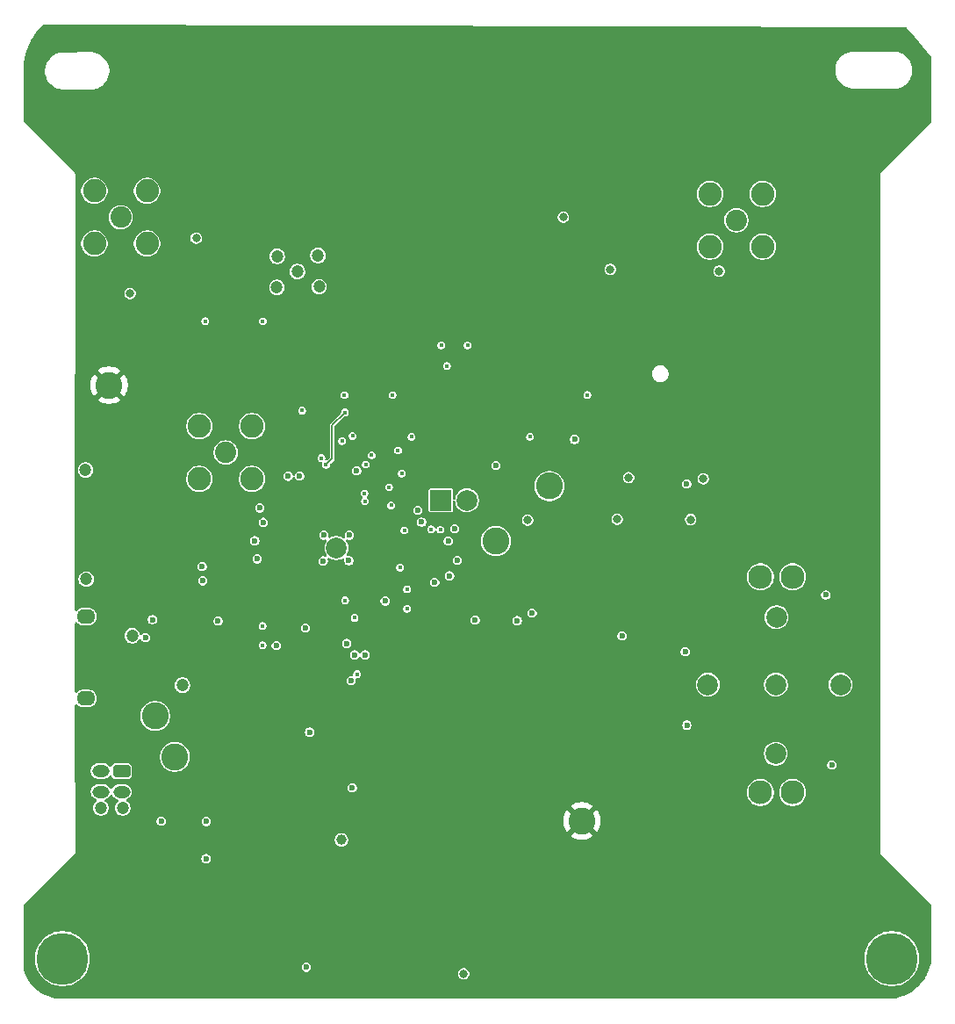
<source format=gbr>
%TF.GenerationSoftware,KiCad,Pcbnew,9.0.0*%
%TF.CreationDate,2025-06-10T14:56:09-07:00*%
%TF.ProjectId,og_pcb,6f675f70-6362-42e6-9b69-6361645f7063,rev?*%
%TF.SameCoordinates,Original*%
%TF.FileFunction,Copper,L3,Inr*%
%TF.FilePolarity,Positive*%
%FSLAX46Y46*%
G04 Gerber Fmt 4.6, Leading zero omitted, Abs format (unit mm)*
G04 Created by KiCad (PCBNEW 9.0.0) date 2025-06-10 14:56:09*
%MOMM*%
%LPD*%
G01*
G04 APERTURE LIST*
G04 Aperture macros list*
%AMRoundRect*
0 Rectangle with rounded corners*
0 $1 Rounding radius*
0 $2 $3 $4 $5 $6 $7 $8 $9 X,Y pos of 4 corners*
0 Add a 4 corners polygon primitive as box body*
4,1,4,$2,$3,$4,$5,$6,$7,$8,$9,$2,$3,0*
0 Add four circle primitives for the rounded corners*
1,1,$1+$1,$2,$3*
1,1,$1+$1,$4,$5*
1,1,$1+$1,$6,$7*
1,1,$1+$1,$8,$9*
0 Add four rect primitives between the rounded corners*
20,1,$1+$1,$2,$3,$4,$5,0*
20,1,$1+$1,$4,$5,$6,$7,0*
20,1,$1+$1,$6,$7,$8,$9,0*
20,1,$1+$1,$8,$9,$2,$3,0*%
G04 Aperture macros list end*
%TA.AperFunction,ComponentPad*%
%ADD10C,2.600000*%
%TD*%
%TA.AperFunction,ComponentPad*%
%ADD11C,2.050000*%
%TD*%
%TA.AperFunction,ComponentPad*%
%ADD12C,2.250000*%
%TD*%
%TA.AperFunction,ComponentPad*%
%ADD13C,2.300000*%
%TD*%
%TA.AperFunction,ComponentPad*%
%ADD14C,5.000000*%
%TD*%
%TA.AperFunction,ComponentPad*%
%ADD15R,2.000000X2.000000*%
%TD*%
%TA.AperFunction,ComponentPad*%
%ADD16C,2.000000*%
%TD*%
%TA.AperFunction,ComponentPad*%
%ADD17O,1.800000X1.400000*%
%TD*%
%TA.AperFunction,ComponentPad*%
%ADD18RoundRect,0.250000X-0.575000X0.350000X-0.575000X-0.350000X0.575000X-0.350000X0.575000X0.350000X0*%
%TD*%
%TA.AperFunction,ComponentPad*%
%ADD19O,1.650000X1.200000*%
%TD*%
%TA.AperFunction,HeatsinkPad*%
%ADD20C,0.600000*%
%TD*%
%TA.AperFunction,ViaPad*%
%ADD21C,0.800000*%
%TD*%
%TA.AperFunction,ViaPad*%
%ADD22C,1.000000*%
%TD*%
%TA.AperFunction,ViaPad*%
%ADD23C,0.450000*%
%TD*%
%TA.AperFunction,ViaPad*%
%ADD24C,0.600000*%
%TD*%
%TA.AperFunction,ViaPad*%
%ADD25C,1.200000*%
%TD*%
%TA.AperFunction,ViaPad*%
%ADD26C,2.000000*%
%TD*%
%TA.AperFunction,ViaPad*%
%ADD27C,1.600000*%
%TD*%
%TA.AperFunction,Conductor*%
%ADD28C,0.150000*%
%TD*%
G04 APERTURE END LIST*
D10*
%TO.N,+3.3V*%
%TO.C,TP5*%
X145300000Y-148650000D03*
%TD*%
%TO.N,+3.3V*%
%TO.C,TP4*%
X99700000Y-106650000D03*
%TD*%
D11*
%TO.N,Net-(J6-In)*%
%TO.C,J6*%
X100815000Y-90465000D03*
D12*
%TO.N,GND*%
X98275000Y-93005000D03*
X103355000Y-93005000D03*
X98275000Y-87925000D03*
X103355000Y-87925000D03*
%TD*%
D13*
%TO.N,/Sensors/VBACKUP*%
%TO.C,BT1*%
X162525000Y-145925000D03*
X165625000Y-145925000D03*
X162525000Y-125125000D03*
X165625000Y-125125000D03*
%TD*%
D10*
%TO.N,VBUS*%
%TO.C,TP6*%
X104140000Y-138540000D03*
%TD*%
D11*
%TO.N,Cosmic Analog*%
%TO.C,J1*%
X110950000Y-113150000D03*
D12*
%TO.N,GND*%
X108410000Y-115690000D03*
X113490000Y-115690000D03*
X108410000Y-110610000D03*
X113490000Y-110610000D03*
%TD*%
D14*
%TO.N,N/C*%
%TO.C,H2*%
X175198638Y-161936278D03*
%TD*%
D15*
%TO.N,SWD*%
%TO.C,J5*%
X131680000Y-117750000D03*
D16*
%TO.N,SWCLK*%
X134220000Y-117750000D03*
%TD*%
D14*
%TO.N,N/C*%
%TO.C,H1*%
X95198638Y-161936278D03*
%TD*%
D10*
%TO.N,GPS VCC*%
%TO.C,TP3*%
X142172500Y-116377500D03*
%TD*%
D17*
%TO.N,GND*%
%TO.C,J12*%
X97450000Y-128950000D03*
X97450000Y-136850000D03*
%TD*%
D10*
%TO.N,RP2040 Reset*%
%TO.C,TP1*%
X137000000Y-121680000D03*
%TD*%
D18*
%TO.N,VBUS*%
%TO.C,J3*%
X100900000Y-143850000D03*
D19*
X98900000Y-143850000D03*
%TO.N,GND*%
X100900000Y-145850000D03*
X98900000Y-145850000D03*
%TD*%
D10*
%TO.N,Net-(D4-K)*%
%TO.C,TP2*%
X106050000Y-142475000D03*
%TD*%
D20*
%TO.N,GND*%
%TO.C,U15*%
X124375000Y-132650000D03*
X123375000Y-132650000D03*
%TD*%
D11*
%TO.N,Net-(J2-In)*%
%TO.C,J2*%
X160200000Y-90750000D03*
D12*
%TO.N,GND*%
X157660000Y-93290000D03*
X162740000Y-93290000D03*
X157660000Y-88210000D03*
X162740000Y-88210000D03*
%TD*%
D21*
%TO.N,+3.3V*%
X151150000Y-120625000D03*
D22*
X153775000Y-82450000D03*
X129750000Y-93925000D03*
X168600000Y-104675000D03*
X106250000Y-158900000D03*
X150175000Y-144100000D03*
X137275000Y-151750000D03*
X153275000Y-152650000D03*
X151075000Y-154725000D03*
X147200000Y-155825000D03*
X142875000Y-155475000D03*
X139700000Y-154250000D03*
X141000000Y-143900000D03*
D21*
X142750000Y-121175000D03*
D23*
%TO.N,GND*%
X130750000Y-120550000D03*
D24*
X133275000Y-123525000D03*
X140500000Y-128600000D03*
X149170000Y-130800000D03*
D22*
%TO.N,+3.3V*%
X141800000Y-124850000D03*
D24*
%TO.N,USB_DM*%
X103875000Y-129250000D03*
D25*
%TO.N,GND*%
X106780000Y-135580000D03*
D24*
X109045000Y-152300000D03*
X133025000Y-120475000D03*
X131100000Y-125660000D03*
X132540000Y-125030000D03*
X132400000Y-121675000D03*
D22*
%TO.N,+3.3V*%
X102290000Y-128130000D03*
D24*
%TO.N,MicroSD CS*%
X119025000Y-140100000D03*
X123155000Y-145475000D03*
%TO.N,GND*%
X118725000Y-162750000D03*
D21*
%TO.N,+3.3V*%
X121000000Y-162475000D03*
%TO.N,GND*%
X148715000Y-119575000D03*
D24*
X113975000Y-123400000D03*
D21*
X148050000Y-95475000D03*
D25*
X101925000Y-130800000D03*
D24*
X139075000Y-129355000D03*
D25*
X98900000Y-147400000D03*
X97425000Y-114825000D03*
D21*
X101715000Y-97795000D03*
D24*
X120400000Y-121100000D03*
X135000000Y-129305000D03*
D21*
X155800000Y-119600000D03*
X158550000Y-95650000D03*
D24*
X113750000Y-121650000D03*
X126325000Y-127450000D03*
X155425000Y-139425000D03*
D26*
X164000000Y-142175000D03*
D21*
X157025000Y-115675000D03*
X133900000Y-163400000D03*
D23*
X123625000Y-134500000D03*
D25*
X115875000Y-97225000D03*
D24*
X110210000Y-129390000D03*
X169400000Y-143250000D03*
D23*
X128175000Y-120650000D03*
D25*
X117867500Y-95700000D03*
D26*
X164075000Y-129025000D03*
D24*
X115825000Y-131750000D03*
D25*
X101000000Y-147400000D03*
D26*
X164025000Y-135525000D03*
D23*
X131650000Y-120575000D03*
D24*
X129475000Y-118700000D03*
X118075000Y-115400000D03*
X123025000Y-135125000D03*
D21*
X108100000Y-92475000D03*
D24*
X122875000Y-121100000D03*
X155275000Y-132350000D03*
X122825000Y-123575000D03*
X122625000Y-131550000D03*
X123575000Y-114900000D03*
D26*
X170250000Y-135525000D03*
D21*
X149800000Y-115550000D03*
D22*
X122100000Y-150475000D03*
D26*
X121625000Y-122350000D03*
D25*
X119850000Y-94150000D03*
D26*
X157450000Y-135525000D03*
D24*
X104725000Y-148675000D03*
D25*
X119950000Y-97150000D03*
X97500000Y-125350000D03*
D21*
X140075000Y-119650000D03*
D24*
X114575000Y-119875000D03*
X116975000Y-115425000D03*
X120350000Y-123600000D03*
X118650000Y-130050000D03*
D21*
X143525000Y-90450000D03*
D24*
X114225000Y-118475000D03*
X168825000Y-126875000D03*
X109075000Y-148700000D03*
D25*
X115900000Y-94225000D03*
D23*
X127775000Y-124225000D03*
D24*
X129850000Y-119850000D03*
X155420000Y-116175000D03*
D23*
%TO.N,/RP2040 MCU/QSPI_SD2*%
X114500000Y-131725000D03*
X114500000Y-129875000D03*
D24*
%TO.N,RP2040 Reset*%
X137000000Y-114400000D03*
D23*
%TO.N,SCL0*%
X122462500Y-127387500D03*
X123375000Y-129075000D03*
%TO.N,GPS Reset*%
X128875000Y-111625000D03*
X140300000Y-111625000D03*
D24*
X144600000Y-111875000D03*
D23*
X127562500Y-112937500D03*
%TO.N,GPS UART Tx*%
X127933732Y-115158732D03*
X124332294Y-117082309D03*
%TO.N,RF DIO4*%
X122175000Y-112025000D03*
X124450000Y-114300000D03*
%TO.N,GPS UART Rx*%
X124375000Y-117831032D03*
X126700000Y-116480699D03*
D21*
%TO.N,+3.3V*%
X147350000Y-118050000D03*
X147400000Y-133520000D03*
X117750000Y-114525000D03*
D24*
X124275000Y-115600000D03*
D21*
X125800000Y-128725000D03*
X122250000Y-128850000D03*
X124880000Y-140760000D03*
D24*
X109010000Y-133250000D03*
D27*
X105175000Y-120000000D03*
D21*
X115750000Y-116825000D03*
D24*
X127275000Y-119700000D03*
D21*
X112805000Y-123865000D03*
X118000000Y-126950000D03*
D27*
X101775000Y-117200000D03*
D21*
X119250000Y-109975000D03*
D27*
X101810000Y-123050000D03*
D21*
X142425000Y-106300000D03*
X127300000Y-132825000D03*
X128350000Y-148050000D03*
D27*
X98200000Y-119875000D03*
D21*
X126100000Y-136325000D03*
D22*
X130450000Y-160000000D03*
D21*
X110470000Y-126210000D03*
D24*
X126775000Y-122100000D03*
D21*
X139325000Y-113225000D03*
D23*
%TO.N,RF SCK*%
X131750000Y-102800000D03*
X122450000Y-109275000D03*
X134275000Y-102800000D03*
X120625000Y-114325000D03*
%TO.N,RF MOSI*%
X120175000Y-113675000D03*
X132275000Y-104800000D03*
%TO.N,RF DIO0*%
X125025000Y-113400000D03*
X108975000Y-100475000D03*
X123175000Y-111550000D03*
X114525000Y-100475000D03*
%TO.N,GPS 1PPS*%
X118312500Y-109087500D03*
X145825000Y-107600000D03*
X127050000Y-107600000D03*
X122400000Y-107600000D03*
D24*
%TO.N,USB_DM*%
X108675000Y-124125000D03*
D23*
%TO.N,SWCLK*%
X126899000Y-118240000D03*
%TO.N,SCL1*%
X128450000Y-126325000D03*
X128450000Y-128200000D03*
D21*
%TO.N,+3.3V*%
X116325000Y-135925000D03*
D24*
%TO.N,USB_DP*%
X103200000Y-130975000D03*
X108724971Y-125499971D03*
%TD*%
D28*
%TO.N,RF SCK*%
X122450000Y-109275000D02*
X121200000Y-110525000D01*
X121200000Y-113750000D02*
X120625000Y-114325000D01*
X121200000Y-110525000D02*
X121200000Y-113750000D01*
%TD*%
%TA.AperFunction,Conductor*%
%TO.N,+3.3V*%
G36*
X176548011Y-72149185D02*
G01*
X176614991Y-72169065D01*
X176643057Y-72193982D01*
X177355957Y-73052771D01*
X178992255Y-75023926D01*
X179012748Y-75048612D01*
X179040422Y-75112768D01*
X179041338Y-75127814D01*
X179041338Y-81181866D01*
X179021653Y-81248905D01*
X179005019Y-81269547D01*
X174098663Y-86175902D01*
X174098662Y-86175903D01*
X174068138Y-86249594D01*
X174068138Y-151712961D01*
X174098662Y-151786652D01*
X179005019Y-156693009D01*
X179038504Y-156754332D01*
X179041338Y-156780690D01*
X179041338Y-161983021D01*
X179039409Y-162004809D01*
X178975939Y-162360417D01*
X178973585Y-162370937D01*
X178875386Y-162734818D01*
X178872128Y-162745094D01*
X178742689Y-163099082D01*
X178738550Y-163109037D01*
X178578854Y-163450442D01*
X178573866Y-163459999D01*
X178385125Y-163786237D01*
X178379326Y-163795325D01*
X178162952Y-164103950D01*
X178156385Y-164112499D01*
X177914043Y-164401140D01*
X177906759Y-164409088D01*
X177640239Y-164675612D01*
X177632292Y-164682896D01*
X177343644Y-164925251D01*
X177335094Y-164931818D01*
X177026478Y-165148192D01*
X177017390Y-165153991D01*
X176691156Y-165342737D01*
X176681599Y-165347725D01*
X176340198Y-165507424D01*
X176330244Y-165511563D01*
X175976265Y-165641004D01*
X175965989Y-165644263D01*
X175602099Y-165742472D01*
X175591577Y-165744826D01*
X175477321Y-165765219D01*
X175456065Y-165767147D01*
X165444531Y-165810128D01*
X165433107Y-165810177D01*
X165432575Y-165810178D01*
X95293132Y-165810178D01*
X95285722Y-165809503D01*
X95241812Y-165810156D01*
X95235980Y-165810106D01*
X94879559Y-165798631D01*
X94867938Y-165797708D01*
X94517117Y-165753186D01*
X94505634Y-165751177D01*
X94160527Y-165673903D01*
X94149283Y-165670824D01*
X93812956Y-165561483D01*
X93802051Y-165557361D01*
X93477489Y-165416923D01*
X93467020Y-165411796D01*
X93157076Y-165241496D01*
X93147134Y-165235408D01*
X92854556Y-165036757D01*
X92845230Y-165029763D01*
X92572590Y-164804507D01*
X92563962Y-164796667D01*
X92313693Y-164546814D01*
X92305839Y-164538199D01*
X92182049Y-164388877D01*
X92080128Y-164265934D01*
X92073130Y-164256636D01*
X91873979Y-163964371D01*
X91867876Y-163954440D01*
X91805029Y-163840509D01*
X91697056Y-163644772D01*
X91691926Y-163634341D01*
X91550934Y-163309982D01*
X91546804Y-163299110D01*
X91457712Y-163026612D01*
X91448477Y-162998366D01*
X91442338Y-162959832D01*
X91442338Y-161787424D01*
X92548138Y-161787424D01*
X92548138Y-162085131D01*
X92581468Y-162380940D01*
X92581469Y-162380949D01*
X92581470Y-162380953D01*
X92583424Y-162389513D01*
X92647714Y-162671190D01*
X92647717Y-162671198D01*
X92746038Y-162952182D01*
X92875201Y-163220392D01*
X92875203Y-163220395D01*
X93033588Y-163472463D01*
X93219200Y-163705212D01*
X93429704Y-163915716D01*
X93662453Y-164101328D01*
X93914521Y-164259713D01*
X93914523Y-164259714D01*
X93927456Y-164265942D01*
X94182737Y-164388879D01*
X94393773Y-164462723D01*
X94463717Y-164487198D01*
X94463725Y-164487201D01*
X94463728Y-164487201D01*
X94463729Y-164487202D01*
X94753963Y-164553446D01*
X95049785Y-164586777D01*
X95049786Y-164586778D01*
X95049789Y-164586778D01*
X95347490Y-164586778D01*
X95347490Y-164586777D01*
X95643313Y-164553446D01*
X95933547Y-164487202D01*
X96214539Y-164388879D01*
X96482755Y-164259713D01*
X96734823Y-164101328D01*
X96967572Y-163915716D01*
X97178076Y-163705212D01*
X97363688Y-163472463D01*
X97454759Y-163327525D01*
X133349500Y-163327525D01*
X133349500Y-163472475D01*
X133387016Y-163612485D01*
X133387017Y-163612488D01*
X133459488Y-163738011D01*
X133459490Y-163738013D01*
X133459491Y-163738015D01*
X133561985Y-163840509D01*
X133561986Y-163840510D01*
X133561988Y-163840511D01*
X133687511Y-163912982D01*
X133687512Y-163912982D01*
X133687515Y-163912984D01*
X133827525Y-163950500D01*
X133827528Y-163950500D01*
X133972472Y-163950500D01*
X133972475Y-163950500D01*
X134112485Y-163912984D01*
X134238015Y-163840509D01*
X134340509Y-163738015D01*
X134412984Y-163612485D01*
X134450500Y-163472475D01*
X134450500Y-163327525D01*
X134412984Y-163187515D01*
X134402754Y-163169797D01*
X134340511Y-163061988D01*
X134340506Y-163061982D01*
X134238017Y-162959493D01*
X134238011Y-162959488D01*
X134112488Y-162887017D01*
X134112489Y-162887017D01*
X134101006Y-162883940D01*
X133972475Y-162849500D01*
X133827525Y-162849500D01*
X133698993Y-162883940D01*
X133687511Y-162887017D01*
X133561988Y-162959488D01*
X133561982Y-162959493D01*
X133459493Y-163061982D01*
X133459488Y-163061988D01*
X133387017Y-163187511D01*
X133387016Y-163187515D01*
X133349500Y-163327525D01*
X97454759Y-163327525D01*
X97522073Y-163220395D01*
X97651239Y-162952179D01*
X97742737Y-162690691D01*
X118274500Y-162690691D01*
X118274500Y-162809309D01*
X118305201Y-162923886D01*
X118364511Y-163026613D01*
X118448387Y-163110489D01*
X118551114Y-163169799D01*
X118665691Y-163200500D01*
X118665694Y-163200500D01*
X118784307Y-163200500D01*
X118784309Y-163200500D01*
X118898886Y-163169799D01*
X119001613Y-163110489D01*
X119085489Y-163026613D01*
X119144799Y-162923886D01*
X119175500Y-162809309D01*
X119175500Y-162690691D01*
X119144799Y-162576114D01*
X119085489Y-162473387D01*
X119001613Y-162389511D01*
X118898886Y-162330201D01*
X118784309Y-162299500D01*
X118665691Y-162299500D01*
X118551114Y-162330201D01*
X118551112Y-162330201D01*
X118551112Y-162330202D01*
X118448387Y-162389511D01*
X118448384Y-162389513D01*
X118364513Y-162473384D01*
X118364511Y-162473387D01*
X118305201Y-162576114D01*
X118274500Y-162690691D01*
X97742737Y-162690691D01*
X97749562Y-162671187D01*
X97815806Y-162380953D01*
X97849138Y-162085127D01*
X97849138Y-161787429D01*
X97849137Y-161787424D01*
X172548138Y-161787424D01*
X172548138Y-162085131D01*
X172581468Y-162380940D01*
X172581469Y-162380949D01*
X172581470Y-162380953D01*
X172583424Y-162389513D01*
X172647714Y-162671190D01*
X172647717Y-162671198D01*
X172746038Y-162952182D01*
X172875201Y-163220392D01*
X172875203Y-163220395D01*
X173033588Y-163472463D01*
X173219200Y-163705212D01*
X173429704Y-163915716D01*
X173662453Y-164101328D01*
X173914521Y-164259713D01*
X173914523Y-164259714D01*
X173927456Y-164265942D01*
X174182737Y-164388879D01*
X174393773Y-164462723D01*
X174463717Y-164487198D01*
X174463725Y-164487201D01*
X174463728Y-164487201D01*
X174463729Y-164487202D01*
X174753963Y-164553446D01*
X175049785Y-164586777D01*
X175049786Y-164586778D01*
X175049789Y-164586778D01*
X175347490Y-164586778D01*
X175347490Y-164586777D01*
X175643313Y-164553446D01*
X175933547Y-164487202D01*
X176214539Y-164388879D01*
X176482755Y-164259713D01*
X176734823Y-164101328D01*
X176967572Y-163915716D01*
X177178076Y-163705212D01*
X177363688Y-163472463D01*
X177522073Y-163220395D01*
X177651239Y-162952179D01*
X177749562Y-162671187D01*
X177815806Y-162380953D01*
X177849138Y-162085127D01*
X177849138Y-161787429D01*
X177815806Y-161491603D01*
X177749562Y-161201369D01*
X177651239Y-160920377D01*
X177522073Y-160652161D01*
X177363688Y-160400093D01*
X177178076Y-160167344D01*
X176967572Y-159956840D01*
X176734823Y-159771228D01*
X176482755Y-159612843D01*
X176482752Y-159612841D01*
X176214542Y-159483678D01*
X175933558Y-159385357D01*
X175933550Y-159385354D01*
X175715871Y-159335671D01*
X175643313Y-159319110D01*
X175643309Y-159319109D01*
X175643300Y-159319108D01*
X175347491Y-159285778D01*
X175347487Y-159285778D01*
X175049789Y-159285778D01*
X175049784Y-159285778D01*
X174753975Y-159319108D01*
X174753963Y-159319110D01*
X174463725Y-159385354D01*
X174463717Y-159385357D01*
X174182733Y-159483678D01*
X173914523Y-159612841D01*
X173662454Y-159771227D01*
X173429704Y-159956839D01*
X173219199Y-160167344D01*
X173033587Y-160400094D01*
X172875201Y-160652163D01*
X172746038Y-160920373D01*
X172647717Y-161201357D01*
X172647714Y-161201365D01*
X172581470Y-161491603D01*
X172581468Y-161491615D01*
X172548138Y-161787424D01*
X97849137Y-161787424D01*
X97815806Y-161491603D01*
X97749562Y-161201369D01*
X97651239Y-160920377D01*
X97522073Y-160652161D01*
X97363688Y-160400093D01*
X97178076Y-160167344D01*
X96967572Y-159956840D01*
X96734823Y-159771228D01*
X96482755Y-159612843D01*
X96482752Y-159612841D01*
X96214542Y-159483678D01*
X95933558Y-159385357D01*
X95933550Y-159385354D01*
X95715871Y-159335671D01*
X95643313Y-159319110D01*
X95643309Y-159319109D01*
X95643300Y-159319108D01*
X95347491Y-159285778D01*
X95347487Y-159285778D01*
X95049789Y-159285778D01*
X95049784Y-159285778D01*
X94753975Y-159319108D01*
X94753963Y-159319110D01*
X94463725Y-159385354D01*
X94463717Y-159385357D01*
X94182733Y-159483678D01*
X93914523Y-159612841D01*
X93662454Y-159771227D01*
X93429704Y-159956839D01*
X93219199Y-160167344D01*
X93033587Y-160400094D01*
X92875201Y-160652163D01*
X92746038Y-160920373D01*
X92647717Y-161201357D01*
X92647714Y-161201365D01*
X92581470Y-161491603D01*
X92581468Y-161491615D01*
X92548138Y-161787424D01*
X91442338Y-161787424D01*
X91442338Y-156780689D01*
X91462023Y-156713650D01*
X91478652Y-156693013D01*
X95930974Y-152240691D01*
X108594500Y-152240691D01*
X108594500Y-152359309D01*
X108625201Y-152473886D01*
X108684511Y-152576613D01*
X108768387Y-152660489D01*
X108871114Y-152719799D01*
X108985691Y-152750500D01*
X108985694Y-152750500D01*
X109104306Y-152750500D01*
X109104309Y-152750500D01*
X109218886Y-152719799D01*
X109321613Y-152660489D01*
X109405489Y-152576613D01*
X109464799Y-152473886D01*
X109495500Y-152359309D01*
X109495500Y-152240691D01*
X109464799Y-152126114D01*
X109405489Y-152023387D01*
X109321613Y-151939511D01*
X109218886Y-151880201D01*
X109104309Y-151849500D01*
X108985691Y-151849500D01*
X108871114Y-151880201D01*
X108871112Y-151880201D01*
X108871112Y-151880202D01*
X108768387Y-151939511D01*
X108768384Y-151939513D01*
X108684513Y-152023384D01*
X108684511Y-152023387D01*
X108625201Y-152126114D01*
X108594500Y-152240691D01*
X95930974Y-152240691D01*
X96338644Y-151833021D01*
X96338818Y-151832949D01*
X96366829Y-151804836D01*
X96388614Y-151783052D01*
X96388614Y-151783051D01*
X96394913Y-151776753D01*
X96395114Y-151776449D01*
X96395118Y-151776446D01*
X96421280Y-151712961D01*
X96425508Y-151702702D01*
X96425509Y-151702697D01*
X96423416Y-150539071D01*
X121449499Y-150539071D01*
X121474497Y-150664738D01*
X121474499Y-150664744D01*
X121523533Y-150783124D01*
X121523538Y-150783133D01*
X121594723Y-150889668D01*
X121594726Y-150889672D01*
X121685327Y-150980273D01*
X121685331Y-150980276D01*
X121791866Y-151051461D01*
X121791872Y-151051464D01*
X121791873Y-151051465D01*
X121910256Y-151100501D01*
X121910260Y-151100501D01*
X121910261Y-151100502D01*
X122035928Y-151125500D01*
X122035931Y-151125500D01*
X122164071Y-151125500D01*
X122248615Y-151108682D01*
X122289744Y-151100501D01*
X122408127Y-151051465D01*
X122514669Y-150980276D01*
X122605276Y-150889669D01*
X122676465Y-150783127D01*
X122725501Y-150664744D01*
X122750500Y-150539069D01*
X122750500Y-150410931D01*
X122750500Y-150410928D01*
X122725502Y-150285261D01*
X122725501Y-150285260D01*
X122725501Y-150285256D01*
X122676465Y-150166873D01*
X122676464Y-150166872D01*
X122676461Y-150166866D01*
X122637272Y-150108216D01*
X122605276Y-150060330D01*
X122514672Y-149969726D01*
X122514668Y-149969723D01*
X122408133Y-149898538D01*
X122408124Y-149898533D01*
X122289744Y-149849499D01*
X122289738Y-149849497D01*
X122164071Y-149824500D01*
X122164069Y-149824500D01*
X122035931Y-149824500D01*
X122035929Y-149824500D01*
X121910261Y-149849497D01*
X121910255Y-149849499D01*
X121791875Y-149898533D01*
X121791866Y-149898538D01*
X121685331Y-149969723D01*
X121685327Y-149969726D01*
X121594726Y-150060327D01*
X121594723Y-150060331D01*
X121523538Y-150166866D01*
X121523533Y-150166875D01*
X121474499Y-150285255D01*
X121474497Y-150285261D01*
X121449500Y-150410928D01*
X121449500Y-150410931D01*
X121449500Y-150539069D01*
X121449500Y-150539071D01*
X121449499Y-150539071D01*
X96423416Y-150539071D01*
X96423175Y-150405062D01*
X96419956Y-148615691D01*
X104274500Y-148615691D01*
X104274500Y-148734309D01*
X104305201Y-148848886D01*
X104364511Y-148951613D01*
X104448387Y-149035489D01*
X104551114Y-149094799D01*
X104665691Y-149125500D01*
X104665694Y-149125500D01*
X104784306Y-149125500D01*
X104784309Y-149125500D01*
X104898886Y-149094799D01*
X105001613Y-149035489D01*
X105085489Y-148951613D01*
X105144799Y-148848886D01*
X105175500Y-148734309D01*
X105175500Y-148640691D01*
X108624500Y-148640691D01*
X108624500Y-148759309D01*
X108655201Y-148873886D01*
X108714511Y-148976613D01*
X108798387Y-149060489D01*
X108901114Y-149119799D01*
X109015691Y-149150500D01*
X109015694Y-149150500D01*
X109134306Y-149150500D01*
X109134309Y-149150500D01*
X109248886Y-149119799D01*
X109351613Y-149060489D01*
X109435489Y-148976613D01*
X109494799Y-148873886D01*
X109525500Y-148759309D01*
X109525500Y-148640691D01*
X109496380Y-148532014D01*
X143500000Y-148532014D01*
X143500000Y-148767985D01*
X143530799Y-149001914D01*
X143591870Y-149229837D01*
X143682160Y-149447819D01*
X143682165Y-149447828D01*
X143800144Y-149652171D01*
X143800145Y-149652172D01*
X143862721Y-149733723D01*
X144584153Y-149012292D01*
X144591050Y-149028942D01*
X144678600Y-149159970D01*
X144790030Y-149271400D01*
X144921058Y-149358950D01*
X144937707Y-149365846D01*
X144216275Y-150087277D01*
X144297827Y-150149854D01*
X144297828Y-150149855D01*
X144502171Y-150267834D01*
X144502180Y-150267839D01*
X144720163Y-150358129D01*
X144720161Y-150358129D01*
X144948085Y-150419200D01*
X145182014Y-150449999D01*
X145182029Y-150450000D01*
X145417971Y-150450000D01*
X145417985Y-150449999D01*
X145651914Y-150419200D01*
X145879837Y-150358129D01*
X146097819Y-150267839D01*
X146097828Y-150267834D01*
X146302181Y-150149850D01*
X146383723Y-150087279D01*
X146383723Y-150087276D01*
X145662292Y-149365846D01*
X145678942Y-149358950D01*
X145809970Y-149271400D01*
X145921400Y-149159970D01*
X146008950Y-149028942D01*
X146015846Y-149012292D01*
X146737276Y-149733723D01*
X146737279Y-149733723D01*
X146799850Y-149652181D01*
X146917834Y-149447828D01*
X146917839Y-149447819D01*
X147008129Y-149229837D01*
X147069200Y-149001914D01*
X147099999Y-148767985D01*
X147100000Y-148767971D01*
X147100000Y-148532028D01*
X147099999Y-148532014D01*
X147069200Y-148298085D01*
X147008129Y-148070162D01*
X146917839Y-147852180D01*
X146917834Y-147852171D01*
X146799855Y-147647828D01*
X146799854Y-147647827D01*
X146737277Y-147566275D01*
X146015846Y-148287706D01*
X146008950Y-148271058D01*
X145921400Y-148140030D01*
X145809970Y-148028600D01*
X145678942Y-147941050D01*
X145662292Y-147934153D01*
X146383723Y-147212721D01*
X146302172Y-147150145D01*
X146302171Y-147150144D01*
X146097828Y-147032165D01*
X146097819Y-147032160D01*
X145879836Y-146941870D01*
X145879838Y-146941870D01*
X145651914Y-146880799D01*
X145417985Y-146850000D01*
X145182014Y-146850000D01*
X144948085Y-146880799D01*
X144720162Y-146941870D01*
X144502180Y-147032160D01*
X144502171Y-147032165D01*
X144297828Y-147150144D01*
X144297818Y-147150150D01*
X144216275Y-147212720D01*
X144216275Y-147212721D01*
X144937707Y-147934153D01*
X144921058Y-147941050D01*
X144790030Y-148028600D01*
X144678600Y-148140030D01*
X144591050Y-148271058D01*
X144584153Y-148287707D01*
X143862721Y-147566275D01*
X143862720Y-147566275D01*
X143800150Y-147647818D01*
X143800144Y-147647828D01*
X143682165Y-147852171D01*
X143682160Y-147852180D01*
X143591870Y-148070162D01*
X143530799Y-148298085D01*
X143500000Y-148532014D01*
X109496380Y-148532014D01*
X109494799Y-148526114D01*
X109435489Y-148423387D01*
X109351613Y-148339511D01*
X109248886Y-148280201D01*
X109134309Y-148249500D01*
X109015691Y-148249500D01*
X108901114Y-148280201D01*
X108901112Y-148280201D01*
X108901112Y-148280202D01*
X108798387Y-148339511D01*
X108798384Y-148339513D01*
X108714513Y-148423384D01*
X108714511Y-148423387D01*
X108655201Y-148526114D01*
X108624500Y-148640691D01*
X105175500Y-148640691D01*
X105175500Y-148615691D01*
X105144799Y-148501114D01*
X105085489Y-148398387D01*
X105001613Y-148314511D01*
X104898886Y-148255201D01*
X104784309Y-148224500D01*
X104665691Y-148224500D01*
X104551114Y-148255201D01*
X104551112Y-148255201D01*
X104551112Y-148255202D01*
X104448387Y-148314511D01*
X104448384Y-148314513D01*
X104364513Y-148398384D01*
X104364511Y-148398387D01*
X104305201Y-148501114D01*
X104274500Y-148615691D01*
X96419956Y-148615691D01*
X96419942Y-148607787D01*
X96415841Y-146328415D01*
X96415113Y-145923920D01*
X97924499Y-145923920D01*
X97953340Y-146068907D01*
X97953343Y-146068917D01*
X98009912Y-146205488D01*
X98009919Y-146205501D01*
X98092048Y-146328415D01*
X98092051Y-146328419D01*
X98196580Y-146432948D01*
X98196584Y-146432951D01*
X98319498Y-146515080D01*
X98319511Y-146515087D01*
X98447169Y-146567964D01*
X98501573Y-146611804D01*
X98523638Y-146678099D01*
X98506359Y-146745798D01*
X98468609Y-146785626D01*
X98421586Y-146817046D01*
X98421580Y-146817051D01*
X98317051Y-146921580D01*
X98317048Y-146921584D01*
X98234919Y-147044498D01*
X98234912Y-147044511D01*
X98178343Y-147181082D01*
X98178340Y-147181092D01*
X98149500Y-147326079D01*
X98149500Y-147326082D01*
X98149500Y-147473918D01*
X98149500Y-147473920D01*
X98149499Y-147473920D01*
X98178340Y-147618907D01*
X98178343Y-147618917D01*
X98234912Y-147755488D01*
X98234919Y-147755501D01*
X98317048Y-147878415D01*
X98317051Y-147878419D01*
X98421580Y-147982948D01*
X98421584Y-147982951D01*
X98544498Y-148065080D01*
X98544511Y-148065087D01*
X98681082Y-148121656D01*
X98681087Y-148121658D01*
X98681091Y-148121658D01*
X98681092Y-148121659D01*
X98826079Y-148150500D01*
X98826082Y-148150500D01*
X98973920Y-148150500D01*
X99071462Y-148131096D01*
X99118913Y-148121658D01*
X99255495Y-148065084D01*
X99378416Y-147982951D01*
X99482951Y-147878416D01*
X99565084Y-147755495D01*
X99621658Y-147618913D01*
X99650500Y-147473918D01*
X99650500Y-147326082D01*
X99650500Y-147326079D01*
X99621659Y-147181092D01*
X99621658Y-147181091D01*
X99621658Y-147181087D01*
X99608844Y-147150150D01*
X99565087Y-147044511D01*
X99565080Y-147044498D01*
X99482951Y-146921584D01*
X99482948Y-146921580D01*
X99378419Y-146817051D01*
X99378415Y-146817048D01*
X99331391Y-146785627D01*
X99286586Y-146732014D01*
X99277879Y-146662689D01*
X99308034Y-146599662D01*
X99352828Y-146567965D01*
X99480495Y-146515084D01*
X99603416Y-146432951D01*
X99707951Y-146328416D01*
X99790084Y-146205495D01*
X99790087Y-146205488D01*
X99790639Y-146204457D01*
X99791074Y-146204013D01*
X99793469Y-146200430D01*
X99794148Y-146200884D01*
X99839599Y-146154611D01*
X99907735Y-146139147D01*
X99973416Y-146162975D01*
X100006113Y-146200709D01*
X100006531Y-146200430D01*
X100008752Y-146203754D01*
X100009361Y-146204457D01*
X100009917Y-146205498D01*
X100092048Y-146328415D01*
X100092051Y-146328419D01*
X100196580Y-146432948D01*
X100196584Y-146432951D01*
X100319498Y-146515080D01*
X100319511Y-146515087D01*
X100447169Y-146567964D01*
X100456087Y-146571658D01*
X100484120Y-146577234D01*
X100495952Y-146579588D01*
X100557863Y-146611972D01*
X100592437Y-146672688D01*
X100588698Y-146742458D01*
X100547832Y-146799130D01*
X100540654Y-146804306D01*
X100521582Y-146817049D01*
X100417051Y-146921580D01*
X100417048Y-146921584D01*
X100334919Y-147044498D01*
X100334912Y-147044511D01*
X100278343Y-147181082D01*
X100278340Y-147181092D01*
X100249500Y-147326079D01*
X100249500Y-147326082D01*
X100249500Y-147473918D01*
X100249500Y-147473920D01*
X100249499Y-147473920D01*
X100278340Y-147618907D01*
X100278343Y-147618917D01*
X100334912Y-147755488D01*
X100334919Y-147755501D01*
X100417048Y-147878415D01*
X100417051Y-147878419D01*
X100521580Y-147982948D01*
X100521584Y-147982951D01*
X100644498Y-148065080D01*
X100644511Y-148065087D01*
X100781082Y-148121656D01*
X100781087Y-148121658D01*
X100781091Y-148121658D01*
X100781092Y-148121659D01*
X100926079Y-148150500D01*
X100926082Y-148150500D01*
X101073920Y-148150500D01*
X101171462Y-148131096D01*
X101218913Y-148121658D01*
X101355495Y-148065084D01*
X101478416Y-147982951D01*
X101582951Y-147878416D01*
X101665084Y-147755495D01*
X101721658Y-147618913D01*
X101750500Y-147473918D01*
X101750500Y-147326082D01*
X101750500Y-147326079D01*
X101742302Y-147284866D01*
X101721659Y-147181092D01*
X101721658Y-147181091D01*
X101721658Y-147181087D01*
X101708844Y-147150150D01*
X101665087Y-147044511D01*
X101665080Y-147044498D01*
X101582951Y-146921584D01*
X101582948Y-146921580D01*
X101478419Y-146817051D01*
X101478415Y-146817048D01*
X101393123Y-146760057D01*
X101348318Y-146706444D01*
X101339611Y-146637119D01*
X101369766Y-146574092D01*
X101414560Y-146542395D01*
X101480495Y-146515084D01*
X101603416Y-146432951D01*
X101707951Y-146328416D01*
X101790084Y-146205495D01*
X101792067Y-146200709D01*
X101846656Y-146068917D01*
X101846658Y-146068913D01*
X101856096Y-146021462D01*
X101875500Y-145923920D01*
X101875500Y-145776079D01*
X101846659Y-145631092D01*
X101846658Y-145631091D01*
X101846658Y-145631087D01*
X101807694Y-145537019D01*
X101790087Y-145494511D01*
X101790080Y-145494498D01*
X101778024Y-145476455D01*
X101737423Y-145415691D01*
X122704500Y-145415691D01*
X122704500Y-145534309D01*
X122735201Y-145648886D01*
X122794511Y-145751613D01*
X122878387Y-145835489D01*
X122981114Y-145894799D01*
X123095691Y-145925500D01*
X123095694Y-145925500D01*
X123214306Y-145925500D01*
X123214309Y-145925500D01*
X123328886Y-145894799D01*
X123431613Y-145835489D01*
X123444454Y-145822648D01*
X161224500Y-145822648D01*
X161224500Y-146027351D01*
X161256522Y-146229534D01*
X161319781Y-146424223D01*
X161412715Y-146606613D01*
X161533028Y-146772213D01*
X161677786Y-146916971D01*
X161832749Y-147029556D01*
X161843390Y-147037287D01*
X161959607Y-147096503D01*
X162025776Y-147130218D01*
X162025778Y-147130218D01*
X162025781Y-147130220D01*
X162130137Y-147164127D01*
X162220465Y-147193477D01*
X162321557Y-147209488D01*
X162422648Y-147225500D01*
X162422649Y-147225500D01*
X162627351Y-147225500D01*
X162627352Y-147225500D01*
X162829534Y-147193477D01*
X163024219Y-147130220D01*
X163206610Y-147037287D01*
X163299590Y-146969732D01*
X163372213Y-146916971D01*
X163372215Y-146916968D01*
X163372219Y-146916966D01*
X163516966Y-146772219D01*
X163516968Y-146772215D01*
X163516971Y-146772213D01*
X163585171Y-146678342D01*
X163637287Y-146606610D01*
X163730220Y-146424219D01*
X163793477Y-146229534D01*
X163825500Y-146027352D01*
X163825500Y-145822648D01*
X164324500Y-145822648D01*
X164324500Y-146027351D01*
X164356522Y-146229534D01*
X164419781Y-146424223D01*
X164512715Y-146606613D01*
X164633028Y-146772213D01*
X164777786Y-146916971D01*
X164932749Y-147029556D01*
X164943390Y-147037287D01*
X165059607Y-147096503D01*
X165125776Y-147130218D01*
X165125778Y-147130218D01*
X165125781Y-147130220D01*
X165230137Y-147164127D01*
X165320465Y-147193477D01*
X165421557Y-147209488D01*
X165522648Y-147225500D01*
X165522649Y-147225500D01*
X165727351Y-147225500D01*
X165727352Y-147225500D01*
X165929534Y-147193477D01*
X166124219Y-147130220D01*
X166306610Y-147037287D01*
X166399590Y-146969732D01*
X166472213Y-146916971D01*
X166472215Y-146916968D01*
X166472219Y-146916966D01*
X166616966Y-146772219D01*
X166616968Y-146772215D01*
X166616971Y-146772213D01*
X166685171Y-146678342D01*
X166737287Y-146606610D01*
X166830220Y-146424219D01*
X166893477Y-146229534D01*
X166925500Y-146027352D01*
X166925500Y-145822648D01*
X166895159Y-145631087D01*
X166893477Y-145620465D01*
X166864127Y-145530137D01*
X166830220Y-145425781D01*
X166830218Y-145425778D01*
X166830218Y-145425776D01*
X166796503Y-145359607D01*
X166737287Y-145243390D01*
X166704591Y-145198387D01*
X166616971Y-145077786D01*
X166472213Y-144933028D01*
X166306613Y-144812715D01*
X166306612Y-144812714D01*
X166306610Y-144812713D01*
X166249653Y-144783691D01*
X166124223Y-144719781D01*
X165929534Y-144656522D01*
X165754995Y-144628878D01*
X165727352Y-144624500D01*
X165522648Y-144624500D01*
X165498329Y-144628351D01*
X165320465Y-144656522D01*
X165125776Y-144719781D01*
X164943386Y-144812715D01*
X164777786Y-144933028D01*
X164633028Y-145077786D01*
X164512715Y-145243386D01*
X164419781Y-145425776D01*
X164356522Y-145620465D01*
X164324500Y-145822648D01*
X163825500Y-145822648D01*
X163795159Y-145631087D01*
X163793477Y-145620465D01*
X163764127Y-145530137D01*
X163730220Y-145425781D01*
X163730218Y-145425778D01*
X163730218Y-145425776D01*
X163696503Y-145359607D01*
X163637287Y-145243390D01*
X163604591Y-145198387D01*
X163516971Y-145077786D01*
X163372213Y-144933028D01*
X163206613Y-144812715D01*
X163206612Y-144812714D01*
X163206610Y-144812713D01*
X163149653Y-144783691D01*
X163024223Y-144719781D01*
X162829534Y-144656522D01*
X162654995Y-144628878D01*
X162627352Y-144624500D01*
X162422648Y-144624500D01*
X162398329Y-144628351D01*
X162220465Y-144656522D01*
X162025776Y-144719781D01*
X161843386Y-144812715D01*
X161677786Y-144933028D01*
X161533028Y-145077786D01*
X161412715Y-145243386D01*
X161319781Y-145425776D01*
X161256522Y-145620465D01*
X161224500Y-145822648D01*
X123444454Y-145822648D01*
X123515489Y-145751613D01*
X123574799Y-145648886D01*
X123605500Y-145534309D01*
X123605500Y-145415691D01*
X123574799Y-145301114D01*
X123515489Y-145198387D01*
X123431613Y-145114511D01*
X123328886Y-145055201D01*
X123214309Y-145024500D01*
X123095691Y-145024500D01*
X122981114Y-145055201D01*
X122981112Y-145055201D01*
X122981112Y-145055202D01*
X122878387Y-145114511D01*
X122878384Y-145114513D01*
X122794513Y-145198384D01*
X122794511Y-145198387D01*
X122735201Y-145301114D01*
X122704500Y-145415691D01*
X101737423Y-145415691D01*
X101707951Y-145371584D01*
X101707948Y-145371580D01*
X101603419Y-145267051D01*
X101603415Y-145267048D01*
X101480501Y-145184919D01*
X101480488Y-145184912D01*
X101343917Y-145128343D01*
X101343907Y-145128340D01*
X101198920Y-145099500D01*
X101198918Y-145099500D01*
X100601082Y-145099500D01*
X100601080Y-145099500D01*
X100456092Y-145128340D01*
X100456082Y-145128343D01*
X100319511Y-145184912D01*
X100319498Y-145184919D01*
X100196584Y-145267048D01*
X100196580Y-145267051D01*
X100092051Y-145371580D01*
X100092048Y-145371584D01*
X100009913Y-145494507D01*
X100009357Y-145495549D01*
X100008921Y-145495992D01*
X100006531Y-145499570D01*
X100005852Y-145499116D01*
X99960394Y-145545392D01*
X99892256Y-145560852D01*
X99826577Y-145537019D01*
X99793885Y-145499291D01*
X99793469Y-145499570D01*
X99791251Y-145496251D01*
X99790643Y-145495549D01*
X99790086Y-145494507D01*
X99707951Y-145371584D01*
X99707948Y-145371580D01*
X99603419Y-145267051D01*
X99603415Y-145267048D01*
X99480501Y-145184919D01*
X99480488Y-145184912D01*
X99343917Y-145128343D01*
X99343907Y-145128340D01*
X99198920Y-145099500D01*
X99198918Y-145099500D01*
X98601082Y-145099500D01*
X98601080Y-145099500D01*
X98456092Y-145128340D01*
X98456082Y-145128343D01*
X98319511Y-145184912D01*
X98319498Y-145184919D01*
X98196584Y-145267048D01*
X98196580Y-145267051D01*
X98092051Y-145371580D01*
X98092048Y-145371584D01*
X98009919Y-145494498D01*
X98009912Y-145494511D01*
X97953343Y-145631082D01*
X97953340Y-145631092D01*
X97924500Y-145776079D01*
X97924500Y-145776082D01*
X97924500Y-145923918D01*
X97924500Y-145923920D01*
X97924499Y-145923920D01*
X96415113Y-145923920D01*
X96411516Y-143923920D01*
X97924499Y-143923920D01*
X97953340Y-144068907D01*
X97953343Y-144068917D01*
X98009912Y-144205488D01*
X98009919Y-144205501D01*
X98092048Y-144328415D01*
X98092051Y-144328419D01*
X98196580Y-144432948D01*
X98196584Y-144432951D01*
X98319498Y-144515080D01*
X98319511Y-144515087D01*
X98456082Y-144571656D01*
X98456087Y-144571658D01*
X98456091Y-144571658D01*
X98456092Y-144571659D01*
X98601079Y-144600500D01*
X98601082Y-144600500D01*
X99198920Y-144600500D01*
X99296462Y-144581096D01*
X99343913Y-144571658D01*
X99480495Y-144515084D01*
X99603416Y-144432951D01*
X99707951Y-144328416D01*
X99722599Y-144306492D01*
X99776209Y-144261688D01*
X99845533Y-144252978D01*
X99908562Y-144283131D01*
X99936187Y-144319087D01*
X99939353Y-144325301D01*
X99939354Y-144325304D01*
X99996950Y-144438342D01*
X99996952Y-144438344D01*
X99996954Y-144438347D01*
X100086652Y-144528045D01*
X100086654Y-144528046D01*
X100086658Y-144528050D01*
X100199694Y-144585645D01*
X100199698Y-144585647D01*
X100293475Y-144600499D01*
X100293481Y-144600500D01*
X101506518Y-144600499D01*
X101600304Y-144585646D01*
X101713342Y-144528050D01*
X101803050Y-144438342D01*
X101860646Y-144325304D01*
X101860646Y-144325302D01*
X101860647Y-144325301D01*
X101875499Y-144231524D01*
X101875500Y-144231519D01*
X101875499Y-143468482D01*
X101860646Y-143374696D01*
X101803050Y-143261658D01*
X101803046Y-143261654D01*
X101803045Y-143261652D01*
X101713347Y-143171954D01*
X101713344Y-143171952D01*
X101713342Y-143171950D01*
X101627753Y-143128340D01*
X101600301Y-143114352D01*
X101506524Y-143099500D01*
X100293482Y-143099500D01*
X100212519Y-143112323D01*
X100199696Y-143114354D01*
X100086658Y-143171950D01*
X100086657Y-143171951D01*
X100086652Y-143171954D01*
X99996954Y-143261652D01*
X99996949Y-143261659D01*
X99936186Y-143380912D01*
X99888212Y-143431707D01*
X99820391Y-143448502D01*
X99754256Y-143425964D01*
X99722600Y-143393507D01*
X99707951Y-143371584D01*
X99707948Y-143371580D01*
X99603419Y-143267051D01*
X99603415Y-143267048D01*
X99480501Y-143184919D01*
X99480488Y-143184912D01*
X99343917Y-143128343D01*
X99343907Y-143128340D01*
X99198920Y-143099500D01*
X99198918Y-143099500D01*
X98601082Y-143099500D01*
X98601080Y-143099500D01*
X98456092Y-143128340D01*
X98456082Y-143128343D01*
X98319511Y-143184912D01*
X98319498Y-143184919D01*
X98196584Y-143267048D01*
X98196580Y-143267051D01*
X98092051Y-143371580D01*
X98092048Y-143371584D01*
X98009919Y-143494498D01*
X98009912Y-143494511D01*
X97953343Y-143631082D01*
X97953340Y-143631092D01*
X97924500Y-143776079D01*
X97924500Y-143776082D01*
X97924500Y-143923918D01*
X97924500Y-143923920D01*
X97924499Y-143923920D01*
X96411516Y-143923920D01*
X96408704Y-142360837D01*
X104599500Y-142360837D01*
X104599500Y-142589162D01*
X104635215Y-142814660D01*
X104705770Y-143031803D01*
X104770577Y-143158993D01*
X104809421Y-143235228D01*
X104943621Y-143419937D01*
X105105063Y-143581379D01*
X105289772Y-143715579D01*
X105385884Y-143764550D01*
X105493196Y-143819229D01*
X105493198Y-143819229D01*
X105493201Y-143819231D01*
X105609592Y-143857049D01*
X105710339Y-143889784D01*
X105935838Y-143925500D01*
X105935843Y-143925500D01*
X106164162Y-143925500D01*
X106389660Y-143889784D01*
X106606799Y-143819231D01*
X106810228Y-143715579D01*
X106994937Y-143581379D01*
X107156379Y-143419937D01*
X107290579Y-143235228D01*
X107394231Y-143031799D01*
X107464784Y-142814660D01*
X107470591Y-142777994D01*
X107500500Y-142589162D01*
X107500500Y-142360837D01*
X107479721Y-142229653D01*
X107464784Y-142135340D01*
X107464783Y-142135336D01*
X107464783Y-142135335D01*
X107459118Y-142117900D01*
X107448249Y-142084448D01*
X162849500Y-142084448D01*
X162849500Y-142265551D01*
X162877829Y-142444410D01*
X162933787Y-142616636D01*
X162933788Y-142616639D01*
X163016006Y-142777997D01*
X163122441Y-142924494D01*
X163122445Y-142924499D01*
X163250500Y-143052554D01*
X163250505Y-143052558D01*
X163378287Y-143145396D01*
X163397006Y-143158996D01*
X163502484Y-143212740D01*
X163558360Y-143241211D01*
X163558363Y-143241212D01*
X163637880Y-143267048D01*
X163730591Y-143297171D01*
X163807209Y-143309306D01*
X163909449Y-143325500D01*
X163909454Y-143325500D01*
X164090551Y-143325500D01*
X164177259Y-143311765D01*
X164269409Y-143297171D01*
X164441639Y-143241211D01*
X164540789Y-143190691D01*
X168949500Y-143190691D01*
X168949500Y-143309309D01*
X168980201Y-143423886D01*
X169039511Y-143526613D01*
X169123387Y-143610489D01*
X169226114Y-143669799D01*
X169340691Y-143700500D01*
X169340694Y-143700500D01*
X169459306Y-143700500D01*
X169459309Y-143700500D01*
X169573886Y-143669799D01*
X169676613Y-143610489D01*
X169760489Y-143526613D01*
X169819799Y-143423886D01*
X169850500Y-143309309D01*
X169850500Y-143190691D01*
X169819799Y-143076114D01*
X169760489Y-142973387D01*
X169676613Y-142889511D01*
X169573886Y-142830201D01*
X169459309Y-142799500D01*
X169340691Y-142799500D01*
X169226114Y-142830201D01*
X169226112Y-142830201D01*
X169226112Y-142830202D01*
X169123387Y-142889511D01*
X169123384Y-142889513D01*
X169039513Y-142973384D01*
X169039511Y-142973387D01*
X169005787Y-143031799D01*
X168980201Y-143076114D01*
X168949500Y-143190691D01*
X164540789Y-143190691D01*
X164602994Y-143158996D01*
X164749501Y-143052553D01*
X164877553Y-142924501D01*
X164983996Y-142777994D01*
X165066211Y-142616639D01*
X165122171Y-142444409D01*
X165136765Y-142352259D01*
X165150500Y-142265551D01*
X165150500Y-142084448D01*
X165124167Y-141918196D01*
X165122171Y-141905591D01*
X165066211Y-141733361D01*
X165066211Y-141733360D01*
X165037740Y-141677484D01*
X164983996Y-141572006D01*
X164953521Y-141530061D01*
X164877558Y-141425505D01*
X164877554Y-141425500D01*
X164749499Y-141297445D01*
X164749494Y-141297441D01*
X164602997Y-141191006D01*
X164602996Y-141191005D01*
X164602994Y-141191004D01*
X164551300Y-141164664D01*
X164441639Y-141108788D01*
X164441636Y-141108787D01*
X164269410Y-141052829D01*
X164090551Y-141024500D01*
X164090546Y-141024500D01*
X163909454Y-141024500D01*
X163909449Y-141024500D01*
X163730589Y-141052829D01*
X163558363Y-141108787D01*
X163558360Y-141108788D01*
X163397002Y-141191006D01*
X163250505Y-141297441D01*
X163250500Y-141297445D01*
X163122445Y-141425500D01*
X163122441Y-141425505D01*
X163016006Y-141572002D01*
X162933788Y-141733360D01*
X162933787Y-141733363D01*
X162877829Y-141905589D01*
X162849500Y-142084448D01*
X107448249Y-142084448D01*
X107394229Y-141918196D01*
X107339550Y-141810884D01*
X107290579Y-141714772D01*
X107156379Y-141530063D01*
X106994937Y-141368621D01*
X106810228Y-141234421D01*
X106606803Y-141130770D01*
X106389660Y-141060215D01*
X106164162Y-141024500D01*
X106164157Y-141024500D01*
X105935843Y-141024500D01*
X105935838Y-141024500D01*
X105710339Y-141060215D01*
X105493196Y-141130770D01*
X105289771Y-141234421D01*
X105105061Y-141368622D01*
X104943622Y-141530061D01*
X104809421Y-141714771D01*
X104705770Y-141918196D01*
X104635215Y-142135339D01*
X104599500Y-142360837D01*
X96408704Y-142360837D01*
X96404531Y-140040691D01*
X118574500Y-140040691D01*
X118574500Y-140159309D01*
X118605201Y-140273886D01*
X118664511Y-140376613D01*
X118748387Y-140460489D01*
X118851114Y-140519799D01*
X118965691Y-140550500D01*
X118965694Y-140550500D01*
X119084306Y-140550500D01*
X119084309Y-140550500D01*
X119198886Y-140519799D01*
X119301613Y-140460489D01*
X119385489Y-140376613D01*
X119444799Y-140273886D01*
X119475500Y-140159309D01*
X119475500Y-140040691D01*
X119444799Y-139926114D01*
X119385489Y-139823387D01*
X119301613Y-139739511D01*
X119198886Y-139680201D01*
X119084309Y-139649500D01*
X118965691Y-139649500D01*
X118851114Y-139680201D01*
X118851112Y-139680201D01*
X118851112Y-139680202D01*
X118748387Y-139739511D01*
X118748384Y-139739513D01*
X118664513Y-139823384D01*
X118664511Y-139823387D01*
X118611830Y-139914633D01*
X118605201Y-139926114D01*
X118574500Y-140040691D01*
X96404531Y-140040691D01*
X96401626Y-138425837D01*
X102689500Y-138425837D01*
X102689500Y-138654162D01*
X102725215Y-138879660D01*
X102795770Y-139096803D01*
X102822054Y-139148387D01*
X102899421Y-139300228D01*
X103033621Y-139484937D01*
X103195063Y-139646379D01*
X103379772Y-139780579D01*
X103463782Y-139823384D01*
X103583196Y-139884229D01*
X103583198Y-139884229D01*
X103583201Y-139884231D01*
X103699592Y-139922049D01*
X103800339Y-139954784D01*
X104025838Y-139990500D01*
X104025843Y-139990500D01*
X104254162Y-139990500D01*
X104479660Y-139954784D01*
X104696799Y-139884231D01*
X104900228Y-139780579D01*
X105084937Y-139646379D01*
X105246379Y-139484937D01*
X105333017Y-139365691D01*
X154974500Y-139365691D01*
X154974500Y-139484309D01*
X155005201Y-139598886D01*
X155064511Y-139701613D01*
X155148387Y-139785489D01*
X155251114Y-139844799D01*
X155365691Y-139875500D01*
X155365694Y-139875500D01*
X155484306Y-139875500D01*
X155484309Y-139875500D01*
X155598886Y-139844799D01*
X155701613Y-139785489D01*
X155785489Y-139701613D01*
X155844799Y-139598886D01*
X155875500Y-139484309D01*
X155875500Y-139365691D01*
X155844799Y-139251114D01*
X155785489Y-139148387D01*
X155701613Y-139064511D01*
X155598886Y-139005201D01*
X155484309Y-138974500D01*
X155365691Y-138974500D01*
X155251114Y-139005201D01*
X155251112Y-139005201D01*
X155251112Y-139005202D01*
X155148387Y-139064511D01*
X155148384Y-139064513D01*
X155064513Y-139148384D01*
X155064511Y-139148387D01*
X155005201Y-139251114D01*
X154974500Y-139365691D01*
X105333017Y-139365691D01*
X105380579Y-139300228D01*
X105484231Y-139096799D01*
X105554784Y-138879660D01*
X105590500Y-138654162D01*
X105590500Y-138425837D01*
X105554784Y-138200339D01*
X105484229Y-137983196D01*
X105380578Y-137779771D01*
X105246379Y-137595063D01*
X105084937Y-137433621D01*
X104900228Y-137299421D01*
X104808853Y-137252863D01*
X104696803Y-137195770D01*
X104479660Y-137125215D01*
X104254162Y-137089500D01*
X104254157Y-137089500D01*
X104025843Y-137089500D01*
X104025838Y-137089500D01*
X103800339Y-137125215D01*
X103583196Y-137195770D01*
X103379771Y-137299421D01*
X103195061Y-137433622D01*
X103033622Y-137595061D01*
X102899421Y-137779771D01*
X102795770Y-137983196D01*
X102725215Y-138200339D01*
X102689500Y-138425837D01*
X96401626Y-138425837D01*
X96400500Y-137800030D01*
X96400607Y-137502711D01*
X96420316Y-137435681D01*
X96473136Y-137389945D01*
X96542298Y-137380027D01*
X96605843Y-137409074D01*
X96612288Y-137415077D01*
X96707837Y-137510626D01*
X96800494Y-137572537D01*
X96847137Y-137603703D01*
X97001918Y-137667816D01*
X97166228Y-137700499D01*
X97166232Y-137700500D01*
X97166233Y-137700500D01*
X97733768Y-137700500D01*
X97733769Y-137700499D01*
X97898082Y-137667816D01*
X98052863Y-137603703D01*
X98192162Y-137510626D01*
X98310626Y-137392162D01*
X98403703Y-137252863D01*
X98467816Y-137098082D01*
X98500500Y-136933767D01*
X98500500Y-136766233D01*
X98467816Y-136601918D01*
X98403703Y-136447137D01*
X98372537Y-136400494D01*
X98310626Y-136307837D01*
X98192162Y-136189373D01*
X98052860Y-136096295D01*
X97898082Y-136032184D01*
X97898074Y-136032182D01*
X97733771Y-135999500D01*
X97733767Y-135999500D01*
X97166233Y-135999500D01*
X97166228Y-135999500D01*
X97001925Y-136032182D01*
X97001917Y-136032184D01*
X96847139Y-136096295D01*
X96707838Y-136189373D01*
X96612761Y-136284450D01*
X96551437Y-136317934D01*
X96481746Y-136312950D01*
X96425813Y-136271078D01*
X96401396Y-136205613D01*
X96401080Y-136196737D01*
X96401276Y-135653920D01*
X106029499Y-135653920D01*
X106058340Y-135798907D01*
X106058343Y-135798917D01*
X106114912Y-135935488D01*
X106114919Y-135935501D01*
X106197048Y-136058415D01*
X106197051Y-136058419D01*
X106301580Y-136162948D01*
X106301584Y-136162951D01*
X106424498Y-136245080D01*
X106424511Y-136245087D01*
X106519543Y-136284450D01*
X106561087Y-136301658D01*
X106561091Y-136301658D01*
X106561092Y-136301659D01*
X106706079Y-136330500D01*
X106706082Y-136330500D01*
X106853920Y-136330500D01*
X106951462Y-136311096D01*
X106998913Y-136301658D01*
X107135495Y-136245084D01*
X107258416Y-136162951D01*
X107362951Y-136058416D01*
X107445084Y-135935495D01*
X107501658Y-135798913D01*
X107530500Y-135653918D01*
X107530500Y-135506082D01*
X107530500Y-135506079D01*
X107501659Y-135361092D01*
X107501658Y-135361091D01*
X107501658Y-135361087D01*
X107475894Y-135298886D01*
X107445087Y-135224511D01*
X107445080Y-135224498D01*
X107379571Y-135126457D01*
X107379570Y-135126456D01*
X107362948Y-135101580D01*
X107327059Y-135065691D01*
X122574500Y-135065691D01*
X122574500Y-135184309D01*
X122605201Y-135298886D01*
X122664511Y-135401613D01*
X122748387Y-135485489D01*
X122851114Y-135544799D01*
X122965691Y-135575500D01*
X122965694Y-135575500D01*
X123084306Y-135575500D01*
X123084309Y-135575500D01*
X123198886Y-135544799D01*
X123301613Y-135485489D01*
X123352654Y-135434448D01*
X156299500Y-135434448D01*
X156299500Y-135615551D01*
X156327829Y-135794410D01*
X156383787Y-135966636D01*
X156383788Y-135966639D01*
X156439664Y-136076300D01*
X156449853Y-136096297D01*
X156466006Y-136127997D01*
X156572441Y-136274494D01*
X156572445Y-136274499D01*
X156700500Y-136402554D01*
X156700505Y-136402558D01*
X156828287Y-136495396D01*
X156847006Y-136508996D01*
X156952484Y-136562740D01*
X157008360Y-136591211D01*
X157008363Y-136591212D01*
X157094476Y-136619191D01*
X157180591Y-136647171D01*
X157263429Y-136660291D01*
X157359449Y-136675500D01*
X157359454Y-136675500D01*
X157540551Y-136675500D01*
X157627259Y-136661765D01*
X157719409Y-136647171D01*
X157891639Y-136591211D01*
X158052994Y-136508996D01*
X158199501Y-136402553D01*
X158327553Y-136274501D01*
X158433996Y-136127994D01*
X158516211Y-135966639D01*
X158572171Y-135794409D01*
X158586765Y-135702259D01*
X158600500Y-135615551D01*
X158600500Y-135434448D01*
X162874500Y-135434448D01*
X162874500Y-135615551D01*
X162902829Y-135794410D01*
X162958787Y-135966636D01*
X162958788Y-135966639D01*
X163014664Y-136076300D01*
X163024853Y-136096297D01*
X163041006Y-136127997D01*
X163147441Y-136274494D01*
X163147445Y-136274499D01*
X163275500Y-136402554D01*
X163275505Y-136402558D01*
X163403287Y-136495396D01*
X163422006Y-136508996D01*
X163527484Y-136562740D01*
X163583360Y-136591211D01*
X163583363Y-136591212D01*
X163669476Y-136619191D01*
X163755591Y-136647171D01*
X163838429Y-136660291D01*
X163934449Y-136675500D01*
X163934454Y-136675500D01*
X164115551Y-136675500D01*
X164202259Y-136661765D01*
X164294409Y-136647171D01*
X164466639Y-136591211D01*
X164627994Y-136508996D01*
X164774501Y-136402553D01*
X164902553Y-136274501D01*
X165008996Y-136127994D01*
X165091211Y-135966639D01*
X165147171Y-135794409D01*
X165161765Y-135702259D01*
X165175500Y-135615551D01*
X165175500Y-135434448D01*
X169099500Y-135434448D01*
X169099500Y-135615551D01*
X169127829Y-135794410D01*
X169183787Y-135966636D01*
X169183788Y-135966639D01*
X169239664Y-136076300D01*
X169249853Y-136096297D01*
X169266006Y-136127997D01*
X169372441Y-136274494D01*
X169372445Y-136274499D01*
X169500500Y-136402554D01*
X169500505Y-136402558D01*
X169628287Y-136495396D01*
X169647006Y-136508996D01*
X169752484Y-136562740D01*
X169808360Y-136591211D01*
X169808363Y-136591212D01*
X169894476Y-136619191D01*
X169980591Y-136647171D01*
X170063429Y-136660291D01*
X170159449Y-136675500D01*
X170159454Y-136675500D01*
X170340551Y-136675500D01*
X170427259Y-136661765D01*
X170519409Y-136647171D01*
X170691639Y-136591211D01*
X170852994Y-136508996D01*
X170999501Y-136402553D01*
X171127553Y-136274501D01*
X171233996Y-136127994D01*
X171316211Y-135966639D01*
X171372171Y-135794409D01*
X171386765Y-135702259D01*
X171400500Y-135615551D01*
X171400500Y-135434448D01*
X171379028Y-135298886D01*
X171372171Y-135255591D01*
X171316211Y-135083361D01*
X171316211Y-135083360D01*
X171287740Y-135027484D01*
X171233996Y-134922006D01*
X171200208Y-134875500D01*
X171127558Y-134775505D01*
X171127554Y-134775500D01*
X170999499Y-134647445D01*
X170999494Y-134647441D01*
X170852997Y-134541006D01*
X170852996Y-134541005D01*
X170852994Y-134541004D01*
X170801300Y-134514664D01*
X170691639Y-134458788D01*
X170691636Y-134458787D01*
X170519410Y-134402829D01*
X170340551Y-134374500D01*
X170340546Y-134374500D01*
X170159454Y-134374500D01*
X170159449Y-134374500D01*
X169980589Y-134402829D01*
X169808363Y-134458787D01*
X169808360Y-134458788D01*
X169647002Y-134541006D01*
X169500505Y-134647441D01*
X169500500Y-134647445D01*
X169372445Y-134775500D01*
X169372441Y-134775505D01*
X169266006Y-134922002D01*
X169183788Y-135083360D01*
X169183787Y-135083363D01*
X169127829Y-135255589D01*
X169099500Y-135434448D01*
X165175500Y-135434448D01*
X165154028Y-135298886D01*
X165147171Y-135255591D01*
X165091211Y-135083361D01*
X165091211Y-135083360D01*
X165062740Y-135027484D01*
X165008996Y-134922006D01*
X164975208Y-134875500D01*
X164902558Y-134775505D01*
X164902554Y-134775500D01*
X164774499Y-134647445D01*
X164774494Y-134647441D01*
X164627997Y-134541006D01*
X164627996Y-134541005D01*
X164627994Y-134541004D01*
X164576300Y-134514664D01*
X164466639Y-134458788D01*
X164466636Y-134458787D01*
X164294410Y-134402829D01*
X164115551Y-134374500D01*
X164115546Y-134374500D01*
X163934454Y-134374500D01*
X163934449Y-134374500D01*
X163755589Y-134402829D01*
X163583363Y-134458787D01*
X163583360Y-134458788D01*
X163422002Y-134541006D01*
X163275505Y-134647441D01*
X163275500Y-134647445D01*
X163147445Y-134775500D01*
X163147441Y-134775505D01*
X163041006Y-134922002D01*
X162958788Y-135083360D01*
X162958787Y-135083363D01*
X162902829Y-135255589D01*
X162874500Y-135434448D01*
X158600500Y-135434448D01*
X158579028Y-135298886D01*
X158572171Y-135255591D01*
X158516211Y-135083361D01*
X158516211Y-135083360D01*
X158487740Y-135027484D01*
X158433996Y-134922006D01*
X158400208Y-134875500D01*
X158327558Y-134775505D01*
X158327554Y-134775500D01*
X158199499Y-134647445D01*
X158199494Y-134647441D01*
X158052997Y-134541006D01*
X158052996Y-134541005D01*
X158052994Y-134541004D01*
X158001300Y-134514664D01*
X157891639Y-134458788D01*
X157891636Y-134458787D01*
X157719410Y-134402829D01*
X157540551Y-134374500D01*
X157540546Y-134374500D01*
X157359454Y-134374500D01*
X157359449Y-134374500D01*
X157180589Y-134402829D01*
X157008363Y-134458787D01*
X157008360Y-134458788D01*
X156847002Y-134541006D01*
X156700505Y-134647441D01*
X156700500Y-134647445D01*
X156572445Y-134775500D01*
X156572441Y-134775505D01*
X156466006Y-134922002D01*
X156383788Y-135083360D01*
X156383787Y-135083363D01*
X156327829Y-135255589D01*
X156299500Y-135434448D01*
X123352654Y-135434448D01*
X123385489Y-135401613D01*
X123444799Y-135298886D01*
X123475500Y-135184309D01*
X123475500Y-135065691D01*
X123466363Y-135031591D01*
X123468026Y-134961744D01*
X123507188Y-134903881D01*
X123571417Y-134876377D01*
X123586138Y-134875500D01*
X123674432Y-134875500D01*
X123674435Y-134875500D01*
X123769938Y-134849910D01*
X123855562Y-134800475D01*
X123925475Y-134730562D01*
X123974910Y-134644938D01*
X124000500Y-134549435D01*
X124000500Y-134450565D01*
X123974910Y-134355062D01*
X123925475Y-134269438D01*
X123855562Y-134199525D01*
X123769938Y-134150090D01*
X123674435Y-134124500D01*
X123575565Y-134124500D01*
X123480062Y-134150090D01*
X123480060Y-134150091D01*
X123480059Y-134150091D01*
X123394436Y-134199526D01*
X123324526Y-134269436D01*
X123275091Y-134355059D01*
X123275091Y-134355060D01*
X123275090Y-134355062D01*
X123249500Y-134450565D01*
X123249500Y-134450567D01*
X123249500Y-134557163D01*
X123229815Y-134624202D01*
X123177011Y-134669957D01*
X123107853Y-134679901D01*
X123093408Y-134676938D01*
X123084310Y-134674500D01*
X123084309Y-134674500D01*
X122965691Y-134674500D01*
X122851114Y-134705201D01*
X122851112Y-134705201D01*
X122851112Y-134705202D01*
X122748387Y-134764511D01*
X122748384Y-134764513D01*
X122664513Y-134848384D01*
X122664511Y-134848387D01*
X122605201Y-134951114D01*
X122574500Y-135065691D01*
X107327059Y-135065691D01*
X107258419Y-134997051D01*
X107258415Y-134997048D01*
X107135501Y-134914919D01*
X107135488Y-134914912D01*
X106998917Y-134858343D01*
X106998907Y-134858340D01*
X106853920Y-134829500D01*
X106853918Y-134829500D01*
X106706082Y-134829500D01*
X106706080Y-134829500D01*
X106561092Y-134858340D01*
X106561082Y-134858343D01*
X106424511Y-134914912D01*
X106424498Y-134914919D01*
X106301584Y-134997048D01*
X106301580Y-134997051D01*
X106197051Y-135101580D01*
X106197048Y-135101584D01*
X106114919Y-135224498D01*
X106114912Y-135224511D01*
X106058343Y-135361082D01*
X106058340Y-135361092D01*
X106029500Y-135506079D01*
X106029500Y-135506082D01*
X106029500Y-135653918D01*
X106029500Y-135653920D01*
X106029499Y-135653920D01*
X96401276Y-135653920D01*
X96402384Y-132590691D01*
X122924500Y-132590691D01*
X122924500Y-132709309D01*
X122955201Y-132823886D01*
X123014511Y-132926613D01*
X123098387Y-133010489D01*
X123201114Y-133069799D01*
X123315691Y-133100500D01*
X123315694Y-133100500D01*
X123434306Y-133100500D01*
X123434309Y-133100500D01*
X123548886Y-133069799D01*
X123651613Y-133010489D01*
X123735489Y-132926613D01*
X123767613Y-132870972D01*
X123818180Y-132822757D01*
X123886787Y-132809535D01*
X123951652Y-132835503D01*
X123982386Y-132870972D01*
X124014511Y-132926613D01*
X124098387Y-133010489D01*
X124201114Y-133069799D01*
X124315691Y-133100500D01*
X124315694Y-133100500D01*
X124434306Y-133100500D01*
X124434309Y-133100500D01*
X124548886Y-133069799D01*
X124651613Y-133010489D01*
X124735489Y-132926613D01*
X124794799Y-132823886D01*
X124825500Y-132709309D01*
X124825500Y-132590691D01*
X124794799Y-132476114D01*
X124735489Y-132373387D01*
X124652793Y-132290691D01*
X154824500Y-132290691D01*
X154824500Y-132409309D01*
X154855201Y-132523886D01*
X154914511Y-132626613D01*
X154998387Y-132710489D01*
X155101114Y-132769799D01*
X155215691Y-132800500D01*
X155215694Y-132800500D01*
X155334306Y-132800500D01*
X155334309Y-132800500D01*
X155448886Y-132769799D01*
X155551613Y-132710489D01*
X155635489Y-132626613D01*
X155694799Y-132523886D01*
X155725500Y-132409309D01*
X155725500Y-132290691D01*
X155694799Y-132176114D01*
X155635489Y-132073387D01*
X155551613Y-131989511D01*
X155448886Y-131930201D01*
X155334309Y-131899500D01*
X155215691Y-131899500D01*
X155101114Y-131930201D01*
X155101112Y-131930201D01*
X155101112Y-131930202D01*
X154998387Y-131989511D01*
X154998384Y-131989513D01*
X154914513Y-132073384D01*
X154914511Y-132073387D01*
X154893091Y-132110488D01*
X154855201Y-132176114D01*
X154824500Y-132290691D01*
X124652793Y-132290691D01*
X124651613Y-132289511D01*
X124548886Y-132230201D01*
X124434309Y-132199500D01*
X124315691Y-132199500D01*
X124201114Y-132230201D01*
X124201112Y-132230201D01*
X124201112Y-132230202D01*
X124098387Y-132289511D01*
X124098384Y-132289513D01*
X124014513Y-132373384D01*
X124014511Y-132373387D01*
X123982387Y-132429027D01*
X123931819Y-132477242D01*
X123863212Y-132490464D01*
X123798347Y-132464496D01*
X123767613Y-132429027D01*
X123735489Y-132373387D01*
X123651613Y-132289511D01*
X123548886Y-132230201D01*
X123434309Y-132199500D01*
X123315691Y-132199500D01*
X123201114Y-132230201D01*
X123201112Y-132230201D01*
X123201112Y-132230202D01*
X123098387Y-132289511D01*
X123098384Y-132289513D01*
X123014513Y-132373384D01*
X123014511Y-132373387D01*
X122955201Y-132476114D01*
X122924500Y-132590691D01*
X96402384Y-132590691D01*
X96402715Y-131675565D01*
X114124500Y-131675565D01*
X114124500Y-131774435D01*
X114150090Y-131869938D01*
X114199525Y-131955562D01*
X114269438Y-132025475D01*
X114355062Y-132074910D01*
X114450565Y-132100500D01*
X114450567Y-132100500D01*
X114549432Y-132100500D01*
X114549435Y-132100500D01*
X114644938Y-132074910D01*
X114730562Y-132025475D01*
X114800475Y-131955562D01*
X114849910Y-131869938D01*
X114875500Y-131774435D01*
X114875500Y-131690691D01*
X115374500Y-131690691D01*
X115374500Y-131809309D01*
X115405201Y-131923886D01*
X115464511Y-132026613D01*
X115548387Y-132110489D01*
X115651114Y-132169799D01*
X115765691Y-132200500D01*
X115765694Y-132200500D01*
X115884306Y-132200500D01*
X115884309Y-132200500D01*
X115998886Y-132169799D01*
X116101613Y-132110489D01*
X116185489Y-132026613D01*
X116244799Y-131923886D01*
X116275500Y-131809309D01*
X116275500Y-131690691D01*
X116244799Y-131576114D01*
X116230011Y-131550500D01*
X116226585Y-131544566D01*
X116226584Y-131544565D01*
X116213359Y-131521659D01*
X116195480Y-131490691D01*
X122174500Y-131490691D01*
X122174500Y-131609309D01*
X122205201Y-131723886D01*
X122264511Y-131826613D01*
X122348387Y-131910489D01*
X122451114Y-131969799D01*
X122565691Y-132000500D01*
X122565694Y-132000500D01*
X122684306Y-132000500D01*
X122684309Y-132000500D01*
X122798886Y-131969799D01*
X122901613Y-131910489D01*
X122985489Y-131826613D01*
X123044799Y-131723886D01*
X123075500Y-131609309D01*
X123075500Y-131490691D01*
X123044799Y-131376114D01*
X122985489Y-131273387D01*
X122901613Y-131189511D01*
X122798886Y-131130201D01*
X122684309Y-131099500D01*
X122565691Y-131099500D01*
X122451114Y-131130201D01*
X122451112Y-131130201D01*
X122451112Y-131130202D01*
X122348387Y-131189511D01*
X122348384Y-131189513D01*
X122264513Y-131273384D01*
X122264511Y-131273387D01*
X122205792Y-131375091D01*
X122205201Y-131376114D01*
X122174500Y-131490691D01*
X116195480Y-131490691D01*
X116185489Y-131473387D01*
X116101613Y-131389511D01*
X115998886Y-131330201D01*
X115884309Y-131299500D01*
X115765691Y-131299500D01*
X115651114Y-131330201D01*
X115651112Y-131330201D01*
X115651112Y-131330202D01*
X115548387Y-131389511D01*
X115548384Y-131389513D01*
X115464513Y-131473384D01*
X115464511Y-131473387D01*
X115405201Y-131576114D01*
X115374500Y-131690691D01*
X114875500Y-131690691D01*
X114875500Y-131675565D01*
X114849910Y-131580062D01*
X114800475Y-131494438D01*
X114730562Y-131424525D01*
X114644938Y-131375090D01*
X114549435Y-131349500D01*
X114450565Y-131349500D01*
X114355062Y-131375090D01*
X114355060Y-131375091D01*
X114355059Y-131375091D01*
X114269436Y-131424526D01*
X114199526Y-131494436D01*
X114150091Y-131580059D01*
X114150091Y-131580060D01*
X114150090Y-131580062D01*
X114124500Y-131675565D01*
X96402715Y-131675565D01*
X96403005Y-130873920D01*
X101174499Y-130873920D01*
X101203340Y-131018907D01*
X101203343Y-131018917D01*
X101259912Y-131155488D01*
X101259919Y-131155501D01*
X101342048Y-131278415D01*
X101342051Y-131278419D01*
X101446580Y-131382948D01*
X101446584Y-131382951D01*
X101569498Y-131465080D01*
X101569511Y-131465087D01*
X101706082Y-131521656D01*
X101706087Y-131521658D01*
X101706091Y-131521658D01*
X101706092Y-131521659D01*
X101851079Y-131550500D01*
X101851082Y-131550500D01*
X101998920Y-131550500D01*
X102022443Y-131545821D01*
X102111295Y-131528146D01*
X102143913Y-131521658D01*
X102280495Y-131465084D01*
X102403416Y-131382951D01*
X102507951Y-131278416D01*
X102567354Y-131189513D01*
X102583336Y-131165595D01*
X102636948Y-131120789D01*
X102706273Y-131112082D01*
X102769300Y-131142236D01*
X102793824Y-131172484D01*
X102839506Y-131251606D01*
X102839509Y-131251610D01*
X102839511Y-131251613D01*
X102923387Y-131335489D01*
X103026114Y-131394799D01*
X103140691Y-131425500D01*
X103140694Y-131425500D01*
X103259306Y-131425500D01*
X103259309Y-131425500D01*
X103373886Y-131394799D01*
X103476613Y-131335489D01*
X103560489Y-131251613D01*
X103619799Y-131148886D01*
X103650500Y-131034309D01*
X103650500Y-130915691D01*
X103619799Y-130801114D01*
X103619797Y-130801110D01*
X103616019Y-130794566D01*
X103616018Y-130794565D01*
X103610911Y-130785720D01*
X103584913Y-130740691D01*
X148719500Y-130740691D01*
X148719500Y-130859309D01*
X148750201Y-130973886D01*
X148809511Y-131076613D01*
X148893387Y-131160489D01*
X148996114Y-131219799D01*
X149110691Y-131250500D01*
X149110694Y-131250500D01*
X149229306Y-131250500D01*
X149229309Y-131250500D01*
X149343886Y-131219799D01*
X149446613Y-131160489D01*
X149530489Y-131076613D01*
X149589799Y-130973886D01*
X149620500Y-130859309D01*
X149620500Y-130740691D01*
X149589799Y-130626114D01*
X149530489Y-130523387D01*
X149446613Y-130439511D01*
X149343886Y-130380201D01*
X149229309Y-130349500D01*
X149110691Y-130349500D01*
X148996114Y-130380201D01*
X148996112Y-130380201D01*
X148996112Y-130380202D01*
X148893387Y-130439511D01*
X148893384Y-130439513D01*
X148809513Y-130523384D01*
X148809511Y-130523387D01*
X148776198Y-130581087D01*
X148750201Y-130626114D01*
X148719500Y-130740691D01*
X103584913Y-130740691D01*
X103560489Y-130698387D01*
X103476613Y-130614511D01*
X103373886Y-130555201D01*
X103259309Y-130524500D01*
X103140691Y-130524500D01*
X103026114Y-130555201D01*
X103026112Y-130555201D01*
X103026112Y-130555202D01*
X102923387Y-130614511D01*
X102862155Y-130675743D01*
X102800831Y-130709227D01*
X102731140Y-130704242D01*
X102675206Y-130662371D01*
X102652857Y-130612253D01*
X102646658Y-130581087D01*
X102613278Y-130500500D01*
X102590087Y-130444511D01*
X102590080Y-130444498D01*
X102507951Y-130321584D01*
X102507948Y-130321580D01*
X102403419Y-130217051D01*
X102403415Y-130217048D01*
X102280501Y-130134919D01*
X102280488Y-130134912D01*
X102143917Y-130078343D01*
X102143907Y-130078340D01*
X101998920Y-130049500D01*
X101998918Y-130049500D01*
X101851082Y-130049500D01*
X101851080Y-130049500D01*
X101706092Y-130078340D01*
X101706082Y-130078343D01*
X101569511Y-130134912D01*
X101569498Y-130134919D01*
X101446584Y-130217048D01*
X101446580Y-130217051D01*
X101342051Y-130321580D01*
X101342048Y-130321584D01*
X101259919Y-130444498D01*
X101259912Y-130444511D01*
X101203343Y-130581082D01*
X101203340Y-130581092D01*
X101174500Y-130726079D01*
X101174500Y-130726082D01*
X101174500Y-130873918D01*
X101174500Y-130873920D01*
X101174499Y-130873920D01*
X96403005Y-130873920D01*
X96403464Y-129605567D01*
X96423173Y-129538538D01*
X96475993Y-129492802D01*
X96545155Y-129482884D01*
X96608701Y-129511931D01*
X96615145Y-129517934D01*
X96707837Y-129610626D01*
X96758438Y-129644436D01*
X96847137Y-129703703D01*
X97001918Y-129767816D01*
X97166228Y-129800499D01*
X97166232Y-129800500D01*
X97166233Y-129800500D01*
X97733768Y-129800500D01*
X97733769Y-129800499D01*
X97898082Y-129767816D01*
X98052863Y-129703703D01*
X98192162Y-129610626D01*
X98310626Y-129492162D01*
X98403703Y-129352863D01*
X98467816Y-129198082D01*
X98469286Y-129190691D01*
X103424500Y-129190691D01*
X103424500Y-129309309D01*
X103455201Y-129423886D01*
X103514511Y-129526613D01*
X103598387Y-129610489D01*
X103701114Y-129669799D01*
X103815691Y-129700500D01*
X103815694Y-129700500D01*
X103934306Y-129700500D01*
X103934309Y-129700500D01*
X104048886Y-129669799D01*
X104151613Y-129610489D01*
X104235489Y-129526613D01*
X104294799Y-129423886D01*
X104319771Y-129330691D01*
X109759500Y-129330691D01*
X109759500Y-129449309D01*
X109790201Y-129563886D01*
X109849511Y-129666613D01*
X109933387Y-129750489D01*
X110036114Y-129809799D01*
X110150691Y-129840500D01*
X110150694Y-129840500D01*
X110269306Y-129840500D01*
X110269309Y-129840500D01*
X110325047Y-129825565D01*
X114124500Y-129825565D01*
X114124500Y-129924435D01*
X114150090Y-130019938D01*
X114199525Y-130105562D01*
X114269438Y-130175475D01*
X114355062Y-130224910D01*
X114450565Y-130250500D01*
X114450567Y-130250500D01*
X114549432Y-130250500D01*
X114549435Y-130250500D01*
X114644938Y-130224910D01*
X114730562Y-130175475D01*
X114800475Y-130105562D01*
X114849910Y-130019938D01*
X114857747Y-129990691D01*
X118199500Y-129990691D01*
X118199500Y-130109309D01*
X118230201Y-130223886D01*
X118289511Y-130326613D01*
X118373387Y-130410489D01*
X118476114Y-130469799D01*
X118590691Y-130500500D01*
X118590694Y-130500500D01*
X118709306Y-130500500D01*
X118709309Y-130500500D01*
X118823886Y-130469799D01*
X118926613Y-130410489D01*
X119010489Y-130326613D01*
X119069799Y-130223886D01*
X119100500Y-130109309D01*
X119100500Y-129990691D01*
X119069799Y-129876114D01*
X119010489Y-129773387D01*
X118926613Y-129689511D01*
X118823886Y-129630201D01*
X118709309Y-129599500D01*
X118590691Y-129599500D01*
X118476114Y-129630201D01*
X118476112Y-129630201D01*
X118476112Y-129630202D01*
X118373387Y-129689511D01*
X118373384Y-129689513D01*
X118289513Y-129773384D01*
X118289511Y-129773387D01*
X118230201Y-129876114D01*
X118199500Y-129990691D01*
X114857747Y-129990691D01*
X114875500Y-129924435D01*
X114875500Y-129825565D01*
X114849910Y-129730062D01*
X114800475Y-129644438D01*
X114730562Y-129574525D01*
X114644938Y-129525090D01*
X114549435Y-129499500D01*
X114450565Y-129499500D01*
X114355062Y-129525090D01*
X114355060Y-129525091D01*
X114355059Y-129525091D01*
X114269436Y-129574526D01*
X114199526Y-129644436D01*
X114150091Y-129730059D01*
X114150091Y-129730060D01*
X114150090Y-129730062D01*
X114124500Y-129825565D01*
X110325047Y-129825565D01*
X110383886Y-129809799D01*
X110486613Y-129750489D01*
X110570489Y-129666613D01*
X110629799Y-129563886D01*
X110660500Y-129449309D01*
X110660500Y-129330691D01*
X110629799Y-129216114D01*
X110570489Y-129113387D01*
X110486613Y-129029511D01*
X110479778Y-129025565D01*
X122999500Y-129025565D01*
X122999500Y-129124435D01*
X123025090Y-129219938D01*
X123074525Y-129305562D01*
X123144438Y-129375475D01*
X123230062Y-129424910D01*
X123325565Y-129450500D01*
X123325567Y-129450500D01*
X123424432Y-129450500D01*
X123424435Y-129450500D01*
X123519938Y-129424910D01*
X123605562Y-129375475D01*
X123675475Y-129305562D01*
X123710042Y-129245691D01*
X134549500Y-129245691D01*
X134549500Y-129364309D01*
X134580201Y-129478886D01*
X134639511Y-129581613D01*
X134723387Y-129665489D01*
X134826114Y-129724799D01*
X134940691Y-129755500D01*
X134940694Y-129755500D01*
X135059306Y-129755500D01*
X135059309Y-129755500D01*
X135173886Y-129724799D01*
X135276613Y-129665489D01*
X135360489Y-129581613D01*
X135419799Y-129478886D01*
X135450500Y-129364309D01*
X135450500Y-129295691D01*
X138624500Y-129295691D01*
X138624500Y-129414309D01*
X138655201Y-129528886D01*
X138714511Y-129631613D01*
X138798387Y-129715489D01*
X138901114Y-129774799D01*
X139015691Y-129805500D01*
X139015694Y-129805500D01*
X139134306Y-129805500D01*
X139134309Y-129805500D01*
X139248886Y-129774799D01*
X139351613Y-129715489D01*
X139435489Y-129631613D01*
X139494799Y-129528886D01*
X139525500Y-129414309D01*
X139525500Y-129295691D01*
X139494799Y-129181114D01*
X139435489Y-129078387D01*
X139351613Y-128994511D01*
X139248886Y-128935201D01*
X139134309Y-128904500D01*
X139015691Y-128904500D01*
X138901114Y-128935201D01*
X138901112Y-128935201D01*
X138901112Y-128935202D01*
X138798387Y-128994511D01*
X138798384Y-128994513D01*
X138714513Y-129078384D01*
X138714511Y-129078387D01*
X138655201Y-129181114D01*
X138624500Y-129295691D01*
X135450500Y-129295691D01*
X135450500Y-129245691D01*
X135419799Y-129131114D01*
X135360489Y-129028387D01*
X135276613Y-128944511D01*
X135173886Y-128885201D01*
X135059309Y-128854500D01*
X134940691Y-128854500D01*
X134826114Y-128885201D01*
X134826112Y-128885201D01*
X134826112Y-128885202D01*
X134723387Y-128944511D01*
X134723384Y-128944513D01*
X134639513Y-129028384D01*
X134639511Y-129028387D01*
X134590438Y-129113384D01*
X134580201Y-129131114D01*
X134549500Y-129245691D01*
X123710042Y-129245691D01*
X123724910Y-129219938D01*
X123750500Y-129124435D01*
X123750500Y-129025565D01*
X123724910Y-128930062D01*
X123675475Y-128844438D01*
X123605562Y-128774525D01*
X123519938Y-128725090D01*
X123424435Y-128699500D01*
X123325565Y-128699500D01*
X123230062Y-128725090D01*
X123230060Y-128725091D01*
X123230059Y-128725091D01*
X123144436Y-128774526D01*
X123074526Y-128844436D01*
X123025091Y-128930059D01*
X123025091Y-128930060D01*
X123025090Y-128930062D01*
X122999500Y-129025565D01*
X110479778Y-129025565D01*
X110383886Y-128970201D01*
X110269309Y-128939500D01*
X110150691Y-128939500D01*
X110036114Y-128970201D01*
X110036112Y-128970201D01*
X110036112Y-128970202D01*
X109933387Y-129029511D01*
X109933384Y-129029513D01*
X109849513Y-129113384D01*
X109849511Y-129113387D01*
X109810410Y-129181112D01*
X109790201Y-129216114D01*
X109759500Y-129330691D01*
X104319771Y-129330691D01*
X104325500Y-129309309D01*
X104325500Y-129190691D01*
X104294799Y-129076114D01*
X104235489Y-128973387D01*
X104151613Y-128889511D01*
X104048886Y-128830201D01*
X103934309Y-128799500D01*
X103815691Y-128799500D01*
X103701114Y-128830201D01*
X103701112Y-128830201D01*
X103701112Y-128830202D01*
X103598387Y-128889511D01*
X103598384Y-128889513D01*
X103514513Y-128973384D01*
X103514511Y-128973387D01*
X103467562Y-129054705D01*
X103455201Y-129076114D01*
X103424500Y-129190691D01*
X98469286Y-129190691D01*
X98484233Y-129115551D01*
X98500499Y-129033771D01*
X98500500Y-129033768D01*
X98500500Y-128866232D01*
X98500499Y-128866228D01*
X98487226Y-128799500D01*
X98467816Y-128701918D01*
X98403703Y-128547137D01*
X98335379Y-128444883D01*
X98310626Y-128407837D01*
X98192162Y-128289373D01*
X98126560Y-128245540D01*
X98052860Y-128196295D01*
X97942458Y-128150565D01*
X128074500Y-128150565D01*
X128074500Y-128249435D01*
X128100090Y-128344938D01*
X128149525Y-128430562D01*
X128219438Y-128500475D01*
X128305062Y-128549910D01*
X128400565Y-128575500D01*
X128400567Y-128575500D01*
X128499432Y-128575500D01*
X128499435Y-128575500D01*
X128594938Y-128549910D01*
X128610906Y-128540691D01*
X140049500Y-128540691D01*
X140049500Y-128659309D01*
X140080201Y-128773886D01*
X140139511Y-128876613D01*
X140223387Y-128960489D01*
X140326114Y-129019799D01*
X140440691Y-129050500D01*
X140440694Y-129050500D01*
X140559306Y-129050500D01*
X140559309Y-129050500D01*
X140673886Y-129019799D01*
X140776613Y-128960489D01*
X140802654Y-128934448D01*
X162924500Y-128934448D01*
X162924500Y-129115551D01*
X162952829Y-129294410D01*
X163008787Y-129466636D01*
X163008788Y-129466639D01*
X163058339Y-129563886D01*
X163082084Y-129610488D01*
X163091006Y-129627997D01*
X163197441Y-129774494D01*
X163197445Y-129774499D01*
X163325500Y-129902554D01*
X163325505Y-129902558D01*
X163446811Y-129990691D01*
X163472006Y-130008996D01*
X163577484Y-130062740D01*
X163633360Y-130091211D01*
X163633363Y-130091212D01*
X163719476Y-130119191D01*
X163805591Y-130147171D01*
X163888429Y-130160291D01*
X163984449Y-130175500D01*
X163984454Y-130175500D01*
X164165551Y-130175500D01*
X164252259Y-130161765D01*
X164344409Y-130147171D01*
X164516639Y-130091211D01*
X164677994Y-130008996D01*
X164824501Y-129902553D01*
X164952553Y-129774501D01*
X165058996Y-129627994D01*
X165141211Y-129466639D01*
X165197171Y-129294409D01*
X165215115Y-129181114D01*
X165225500Y-129115551D01*
X165225500Y-128934448D01*
X165204125Y-128799500D01*
X165197171Y-128755591D01*
X165141211Y-128583361D01*
X165141211Y-128583360D01*
X165070652Y-128444883D01*
X165058996Y-128422006D01*
X165003003Y-128344938D01*
X164952558Y-128275505D01*
X164952554Y-128275500D01*
X164824499Y-128147445D01*
X164824494Y-128147441D01*
X164677997Y-128041006D01*
X164677996Y-128041005D01*
X164677994Y-128041004D01*
X164626300Y-128014664D01*
X164516639Y-127958788D01*
X164516636Y-127958787D01*
X164344410Y-127902829D01*
X164165551Y-127874500D01*
X164165546Y-127874500D01*
X163984454Y-127874500D01*
X163984449Y-127874500D01*
X163805589Y-127902829D01*
X163633363Y-127958787D01*
X163633360Y-127958788D01*
X163472002Y-128041006D01*
X163325505Y-128147441D01*
X163325500Y-128147445D01*
X163197445Y-128275500D01*
X163197441Y-128275505D01*
X163091006Y-128422002D01*
X163008788Y-128583360D01*
X163008787Y-128583363D01*
X162952829Y-128755589D01*
X162924500Y-128934448D01*
X140802654Y-128934448D01*
X140860489Y-128876613D01*
X140919799Y-128773886D01*
X140950500Y-128659309D01*
X140950500Y-128540691D01*
X140919799Y-128426114D01*
X140860489Y-128323387D01*
X140776613Y-128239511D01*
X140673886Y-128180201D01*
X140559309Y-128149500D01*
X140440691Y-128149500D01*
X140326114Y-128180201D01*
X140326112Y-128180201D01*
X140326112Y-128180202D01*
X140223387Y-128239511D01*
X140223384Y-128239513D01*
X140139513Y-128323384D01*
X140139511Y-128323387D01*
X140080201Y-128426114D01*
X140049500Y-128540691D01*
X128610906Y-128540691D01*
X128680562Y-128500475D01*
X128750475Y-128430562D01*
X128799910Y-128344938D01*
X128825500Y-128249435D01*
X128825500Y-128150565D01*
X128799910Y-128055062D01*
X128750475Y-127969438D01*
X128680562Y-127899525D01*
X128594938Y-127850090D01*
X128499435Y-127824500D01*
X128400565Y-127824500D01*
X128305062Y-127850090D01*
X128305060Y-127850091D01*
X128305059Y-127850091D01*
X128219436Y-127899526D01*
X128149526Y-127969436D01*
X128100091Y-128055059D01*
X128100091Y-128055060D01*
X128100090Y-128055062D01*
X128074500Y-128150565D01*
X97942458Y-128150565D01*
X97898082Y-128132184D01*
X97898074Y-128132182D01*
X97733771Y-128099500D01*
X97733767Y-128099500D01*
X97166233Y-128099500D01*
X97166228Y-128099500D01*
X97001925Y-128132182D01*
X97001917Y-128132184D01*
X96847139Y-128196295D01*
X96707838Y-128289373D01*
X96615620Y-128381591D01*
X96554296Y-128415075D01*
X96484605Y-128410091D01*
X96428672Y-128368219D01*
X96404255Y-128302754D01*
X96403939Y-128293864D01*
X96403957Y-128245540D01*
X96404285Y-127338065D01*
X122087000Y-127338065D01*
X122087000Y-127436935D01*
X122112590Y-127532438D01*
X122162025Y-127618062D01*
X122231938Y-127687975D01*
X122317562Y-127737410D01*
X122413065Y-127763000D01*
X122413067Y-127763000D01*
X122511932Y-127763000D01*
X122511935Y-127763000D01*
X122607438Y-127737410D01*
X122693062Y-127687975D01*
X122762975Y-127618062D01*
X122812410Y-127532438D01*
X122838000Y-127436935D01*
X122838000Y-127390691D01*
X125874500Y-127390691D01*
X125874500Y-127509309D01*
X125905201Y-127623886D01*
X125964511Y-127726613D01*
X126048387Y-127810489D01*
X126151114Y-127869799D01*
X126265691Y-127900500D01*
X126265694Y-127900500D01*
X126384306Y-127900500D01*
X126384309Y-127900500D01*
X126498886Y-127869799D01*
X126601613Y-127810489D01*
X126685489Y-127726613D01*
X126744799Y-127623886D01*
X126775500Y-127509309D01*
X126775500Y-127390691D01*
X126744799Y-127276114D01*
X126685489Y-127173387D01*
X126601613Y-127089511D01*
X126498886Y-127030201D01*
X126384309Y-126999500D01*
X126265691Y-126999500D01*
X126151114Y-127030201D01*
X126151112Y-127030201D01*
X126151112Y-127030202D01*
X126048387Y-127089511D01*
X126048384Y-127089513D01*
X125964513Y-127173384D01*
X125964511Y-127173387D01*
X125924574Y-127242560D01*
X125905201Y-127276114D01*
X125874500Y-127390691D01*
X122838000Y-127390691D01*
X122838000Y-127338065D01*
X122812410Y-127242562D01*
X122762975Y-127156938D01*
X122693062Y-127087025D01*
X122607438Y-127037590D01*
X122511935Y-127012000D01*
X122413065Y-127012000D01*
X122317562Y-127037590D01*
X122317560Y-127037591D01*
X122317559Y-127037591D01*
X122231936Y-127087026D01*
X122162026Y-127156936D01*
X122112591Y-127242559D01*
X122112591Y-127242560D01*
X122112590Y-127242562D01*
X122087000Y-127338065D01*
X96404285Y-127338065D01*
X96404474Y-126815691D01*
X168374500Y-126815691D01*
X168374500Y-126934309D01*
X168405201Y-127048886D01*
X168464511Y-127151613D01*
X168548387Y-127235489D01*
X168651114Y-127294799D01*
X168765691Y-127325500D01*
X168765694Y-127325500D01*
X168884306Y-127325500D01*
X168884309Y-127325500D01*
X168998886Y-127294799D01*
X169101613Y-127235489D01*
X169185489Y-127151613D01*
X169244799Y-127048886D01*
X169275500Y-126934309D01*
X169275500Y-126815691D01*
X169244799Y-126701114D01*
X169185489Y-126598387D01*
X169101613Y-126514511D01*
X168998886Y-126455201D01*
X168884309Y-126424500D01*
X168765691Y-126424500D01*
X168651114Y-126455201D01*
X168651112Y-126455201D01*
X168651112Y-126455202D01*
X168548387Y-126514511D01*
X168548384Y-126514513D01*
X168464513Y-126598384D01*
X168464511Y-126598387D01*
X168420331Y-126674909D01*
X168405201Y-126701114D01*
X168374500Y-126815691D01*
X96404474Y-126815691D01*
X96404670Y-126275565D01*
X128074500Y-126275565D01*
X128074500Y-126374435D01*
X128100090Y-126469938D01*
X128149525Y-126555562D01*
X128219438Y-126625475D01*
X128305062Y-126674910D01*
X128400565Y-126700500D01*
X128400567Y-126700500D01*
X128499433Y-126700500D01*
X128499435Y-126700500D01*
X128594938Y-126674910D01*
X128680562Y-126625475D01*
X128750475Y-126555562D01*
X128799910Y-126469938D01*
X128825500Y-126374435D01*
X128825500Y-126275565D01*
X128799910Y-126180062D01*
X128750475Y-126094438D01*
X128680562Y-126024525D01*
X128594938Y-125975090D01*
X128499435Y-125949500D01*
X128400565Y-125949500D01*
X128305062Y-125975090D01*
X128305060Y-125975091D01*
X128305059Y-125975091D01*
X128219436Y-126024526D01*
X128149526Y-126094436D01*
X128100091Y-126180059D01*
X128100091Y-126180060D01*
X128100090Y-126180062D01*
X128074500Y-126275565D01*
X96404670Y-126275565D01*
X96404978Y-125423920D01*
X96749499Y-125423920D01*
X96778340Y-125568907D01*
X96778343Y-125568917D01*
X96834912Y-125705488D01*
X96834919Y-125705501D01*
X96917048Y-125828415D01*
X96917051Y-125828419D01*
X97021580Y-125932948D01*
X97021584Y-125932951D01*
X97144498Y-126015080D01*
X97144511Y-126015087D01*
X97281082Y-126071656D01*
X97281087Y-126071658D01*
X97281091Y-126071658D01*
X97281092Y-126071659D01*
X97426079Y-126100500D01*
X97426082Y-126100500D01*
X97573920Y-126100500D01*
X97677996Y-126079797D01*
X97718913Y-126071658D01*
X97842449Y-126020488D01*
X97855488Y-126015087D01*
X97855488Y-126015086D01*
X97855495Y-126015084D01*
X97978416Y-125932951D01*
X98082951Y-125828416D01*
X98165084Y-125705495D01*
X98221658Y-125568913D01*
X98247169Y-125440662D01*
X108274471Y-125440662D01*
X108274471Y-125559280D01*
X108305172Y-125673857D01*
X108364482Y-125776584D01*
X108448358Y-125860460D01*
X108551085Y-125919770D01*
X108665662Y-125950471D01*
X108665665Y-125950471D01*
X108784277Y-125950471D01*
X108784280Y-125950471D01*
X108898857Y-125919770D01*
X109001584Y-125860460D01*
X109085460Y-125776584D01*
X109144770Y-125673857D01*
X109164375Y-125600691D01*
X130649500Y-125600691D01*
X130649500Y-125719309D01*
X130680201Y-125833886D01*
X130739511Y-125936613D01*
X130823387Y-126020489D01*
X130926114Y-126079799D01*
X131040691Y-126110500D01*
X131040694Y-126110500D01*
X131159306Y-126110500D01*
X131159309Y-126110500D01*
X131273886Y-126079799D01*
X131376613Y-126020489D01*
X131460489Y-125936613D01*
X131519799Y-125833886D01*
X131550500Y-125719309D01*
X131550500Y-125600691D01*
X131519799Y-125486114D01*
X131460489Y-125383387D01*
X131376613Y-125299511D01*
X131273886Y-125240201D01*
X131159309Y-125209500D01*
X131040691Y-125209500D01*
X130926114Y-125240201D01*
X130926112Y-125240201D01*
X130926112Y-125240202D01*
X130823387Y-125299511D01*
X130823384Y-125299513D01*
X130739513Y-125383384D01*
X130739511Y-125383387D01*
X130680201Y-125486114D01*
X130649500Y-125600691D01*
X109164375Y-125600691D01*
X109175471Y-125559280D01*
X109175471Y-125440662D01*
X109144770Y-125326085D01*
X109085460Y-125223358D01*
X109001584Y-125139482D01*
X108898857Y-125080172D01*
X108784280Y-125049471D01*
X108665662Y-125049471D01*
X108551085Y-125080172D01*
X108551083Y-125080172D01*
X108551083Y-125080173D01*
X108448358Y-125139482D01*
X108448355Y-125139484D01*
X108364484Y-125223355D01*
X108364482Y-125223358D01*
X108334042Y-125276082D01*
X108305172Y-125326085D01*
X108274471Y-125440662D01*
X98247169Y-125440662D01*
X98250500Y-125423918D01*
X98250500Y-125276082D01*
X98250500Y-125276079D01*
X98221659Y-125131092D01*
X98221658Y-125131091D01*
X98221658Y-125131087D01*
X98200569Y-125080173D01*
X98165087Y-124994511D01*
X98165080Y-124994498D01*
X98149173Y-124970691D01*
X132089500Y-124970691D01*
X132089500Y-125089309D01*
X132120201Y-125203886D01*
X132179511Y-125306613D01*
X132263387Y-125390489D01*
X132366114Y-125449799D01*
X132480691Y-125480500D01*
X132480694Y-125480500D01*
X132599306Y-125480500D01*
X132599309Y-125480500D01*
X132713886Y-125449799D01*
X132816613Y-125390489D01*
X132900489Y-125306613D01*
X132959799Y-125203886D01*
X132990500Y-125089309D01*
X132990500Y-125022648D01*
X161224500Y-125022648D01*
X161224500Y-125227351D01*
X161256522Y-125429534D01*
X161319781Y-125624223D01*
X161361192Y-125705495D01*
X161397413Y-125776583D01*
X161412715Y-125806613D01*
X161533028Y-125972213D01*
X161677786Y-126116971D01*
X161832749Y-126229556D01*
X161843390Y-126237287D01*
X161918515Y-126275565D01*
X162025776Y-126330218D01*
X162025778Y-126330218D01*
X162025781Y-126330220D01*
X162130137Y-126364127D01*
X162220465Y-126393477D01*
X162321557Y-126409488D01*
X162422648Y-126425500D01*
X162422649Y-126425500D01*
X162627351Y-126425500D01*
X162627352Y-126425500D01*
X162829534Y-126393477D01*
X163024219Y-126330220D01*
X163206610Y-126237287D01*
X163299590Y-126169732D01*
X163372213Y-126116971D01*
X163372215Y-126116968D01*
X163372219Y-126116966D01*
X163516966Y-125972219D01*
X163516968Y-125972215D01*
X163516971Y-125972213D01*
X163598163Y-125860460D01*
X163637287Y-125806610D01*
X163730220Y-125624219D01*
X163793477Y-125429534D01*
X163825500Y-125227352D01*
X163825500Y-125022648D01*
X164324500Y-125022648D01*
X164324500Y-125227351D01*
X164356522Y-125429534D01*
X164419781Y-125624223D01*
X164461192Y-125705495D01*
X164497413Y-125776583D01*
X164512715Y-125806613D01*
X164633028Y-125972213D01*
X164777786Y-126116971D01*
X164932749Y-126229556D01*
X164943390Y-126237287D01*
X165018515Y-126275565D01*
X165125776Y-126330218D01*
X165125778Y-126330218D01*
X165125781Y-126330220D01*
X165230137Y-126364127D01*
X165320465Y-126393477D01*
X165421557Y-126409488D01*
X165522648Y-126425500D01*
X165522649Y-126425500D01*
X165727351Y-126425500D01*
X165727352Y-126425500D01*
X165929534Y-126393477D01*
X166124219Y-126330220D01*
X166306610Y-126237287D01*
X166399590Y-126169732D01*
X166472213Y-126116971D01*
X166472215Y-126116968D01*
X166472219Y-126116966D01*
X166616966Y-125972219D01*
X166616968Y-125972215D01*
X166616971Y-125972213D01*
X166698163Y-125860460D01*
X166737287Y-125806610D01*
X166830220Y-125624219D01*
X166893477Y-125429534D01*
X166925500Y-125227352D01*
X166925500Y-125022648D01*
X166917271Y-124970691D01*
X166893477Y-124820465D01*
X166830218Y-124625776D01*
X166796503Y-124559607D01*
X166737287Y-124443390D01*
X166706936Y-124401615D01*
X166616971Y-124277786D01*
X166472213Y-124133028D01*
X166306613Y-124012715D01*
X166306612Y-124012714D01*
X166306610Y-124012713D01*
X166249653Y-123983691D01*
X166124223Y-123919781D01*
X165929534Y-123856522D01*
X165754995Y-123828878D01*
X165727352Y-123824500D01*
X165522648Y-123824500D01*
X165498329Y-123828351D01*
X165320465Y-123856522D01*
X165125776Y-123919781D01*
X164943386Y-124012715D01*
X164777786Y-124133028D01*
X164633028Y-124277786D01*
X164512715Y-124443386D01*
X164419781Y-124625776D01*
X164356522Y-124820465D01*
X164324500Y-125022648D01*
X163825500Y-125022648D01*
X163817271Y-124970691D01*
X163793477Y-124820465D01*
X163730218Y-124625776D01*
X163696503Y-124559607D01*
X163637287Y-124443390D01*
X163606936Y-124401615D01*
X163516971Y-124277786D01*
X163372213Y-124133028D01*
X163206613Y-124012715D01*
X163206612Y-124012714D01*
X163206610Y-124012713D01*
X163149653Y-123983691D01*
X163024223Y-123919781D01*
X162829534Y-123856522D01*
X162654995Y-123828878D01*
X162627352Y-123824500D01*
X162422648Y-123824500D01*
X162398329Y-123828351D01*
X162220465Y-123856522D01*
X162025776Y-123919781D01*
X161843386Y-124012715D01*
X161677786Y-124133028D01*
X161533028Y-124277786D01*
X161412715Y-124443386D01*
X161319781Y-124625776D01*
X161256522Y-124820465D01*
X161224500Y-125022648D01*
X132990500Y-125022648D01*
X132990500Y-124970691D01*
X132959799Y-124856114D01*
X132900489Y-124753387D01*
X132816613Y-124669511D01*
X132713886Y-124610201D01*
X132599309Y-124579500D01*
X132480691Y-124579500D01*
X132366114Y-124610201D01*
X132366112Y-124610201D01*
X132366112Y-124610202D01*
X132263387Y-124669511D01*
X132263384Y-124669513D01*
X132179513Y-124753384D01*
X132179511Y-124753387D01*
X132140783Y-124820466D01*
X132120201Y-124856114D01*
X132089500Y-124970691D01*
X98149173Y-124970691D01*
X98082951Y-124871584D01*
X98082948Y-124871580D01*
X97978419Y-124767051D01*
X97978415Y-124767048D01*
X97855501Y-124684919D01*
X97855488Y-124684912D01*
X97718917Y-124628343D01*
X97718907Y-124628340D01*
X97573920Y-124599500D01*
X97573918Y-124599500D01*
X97426082Y-124599500D01*
X97426080Y-124599500D01*
X97281092Y-124628340D01*
X97281082Y-124628343D01*
X97144511Y-124684912D01*
X97144498Y-124684919D01*
X97021584Y-124767048D01*
X97021580Y-124767051D01*
X96917051Y-124871580D01*
X96917048Y-124871584D01*
X96834919Y-124994498D01*
X96834912Y-124994511D01*
X96778343Y-125131082D01*
X96778340Y-125131092D01*
X96749500Y-125276079D01*
X96749500Y-125276082D01*
X96749500Y-125423918D01*
X96749500Y-125423920D01*
X96749499Y-125423920D01*
X96404978Y-125423920D01*
X96405469Y-124065691D01*
X108224500Y-124065691D01*
X108224500Y-124184309D01*
X108255201Y-124298886D01*
X108314511Y-124401613D01*
X108398387Y-124485489D01*
X108501114Y-124544799D01*
X108615691Y-124575500D01*
X108615694Y-124575500D01*
X108734306Y-124575500D01*
X108734309Y-124575500D01*
X108848886Y-124544799D01*
X108951613Y-124485489D01*
X109035489Y-124401613D01*
X109094799Y-124298886D01*
X109125500Y-124184309D01*
X109125500Y-124175565D01*
X127399500Y-124175565D01*
X127399500Y-124274435D01*
X127425090Y-124369938D01*
X127474525Y-124455562D01*
X127544438Y-124525475D01*
X127630062Y-124574910D01*
X127725565Y-124600500D01*
X127725567Y-124600500D01*
X127824432Y-124600500D01*
X127824435Y-124600500D01*
X127919938Y-124574910D01*
X128005562Y-124525475D01*
X128075475Y-124455562D01*
X128124910Y-124369938D01*
X128150500Y-124274435D01*
X128150500Y-124175565D01*
X128124910Y-124080062D01*
X128075475Y-123994438D01*
X128005562Y-123924525D01*
X127919938Y-123875090D01*
X127824435Y-123849500D01*
X127725565Y-123849500D01*
X127630062Y-123875090D01*
X127630060Y-123875091D01*
X127630059Y-123875091D01*
X127544436Y-123924526D01*
X127474526Y-123994436D01*
X127425091Y-124080059D01*
X127425091Y-124080060D01*
X127425090Y-124080062D01*
X127399500Y-124175565D01*
X109125500Y-124175565D01*
X109125500Y-124065691D01*
X109094799Y-123951114D01*
X109035489Y-123848387D01*
X108951613Y-123764511D01*
X108848886Y-123705201D01*
X108734309Y-123674500D01*
X108615691Y-123674500D01*
X108501114Y-123705201D01*
X108501112Y-123705201D01*
X108501112Y-123705202D01*
X108398387Y-123764511D01*
X108398384Y-123764513D01*
X108314513Y-123848384D01*
X108314511Y-123848387D01*
X108293091Y-123885488D01*
X108255201Y-123951114D01*
X108224500Y-124065691D01*
X96405469Y-124065691D01*
X96405731Y-123340691D01*
X113524500Y-123340691D01*
X113524500Y-123459309D01*
X113555201Y-123573886D01*
X113614511Y-123676613D01*
X113698387Y-123760489D01*
X113801114Y-123819799D01*
X113915691Y-123850500D01*
X113915694Y-123850500D01*
X114034306Y-123850500D01*
X114034309Y-123850500D01*
X114148886Y-123819799D01*
X114251613Y-123760489D01*
X114335489Y-123676613D01*
X114394799Y-123573886D01*
X114403694Y-123540691D01*
X119899500Y-123540691D01*
X119899500Y-123659309D01*
X119930201Y-123773886D01*
X119989511Y-123876613D01*
X120073387Y-123960489D01*
X120176114Y-124019799D01*
X120290691Y-124050500D01*
X120290694Y-124050500D01*
X120409306Y-124050500D01*
X120409309Y-124050500D01*
X120523886Y-124019799D01*
X120626613Y-123960489D01*
X120710489Y-123876613D01*
X120769799Y-123773886D01*
X120800500Y-123659309D01*
X120800500Y-123540691D01*
X120769799Y-123426114D01*
X120769797Y-123426110D01*
X120768810Y-123422427D01*
X120770473Y-123352577D01*
X120809635Y-123294714D01*
X120873863Y-123267210D01*
X120942766Y-123278796D01*
X120961470Y-123290015D01*
X121007400Y-123323384D01*
X121022006Y-123333996D01*
X121127484Y-123387740D01*
X121183360Y-123416211D01*
X121183363Y-123416212D01*
X121269476Y-123444191D01*
X121355591Y-123472171D01*
X121438429Y-123485291D01*
X121534449Y-123500500D01*
X121534454Y-123500500D01*
X121715551Y-123500500D01*
X121802259Y-123486765D01*
X121894409Y-123472171D01*
X122066639Y-123416211D01*
X122066639Y-123416210D01*
X122066644Y-123416209D01*
X122205893Y-123345257D01*
X122274563Y-123332360D01*
X122339303Y-123358636D01*
X122379561Y-123415742D01*
X122382553Y-123485548D01*
X122381964Y-123487832D01*
X122374500Y-123515687D01*
X122374500Y-123515691D01*
X122374500Y-123634309D01*
X122405201Y-123748886D01*
X122464511Y-123851613D01*
X122548387Y-123935489D01*
X122651114Y-123994799D01*
X122765691Y-124025500D01*
X122765694Y-124025500D01*
X122884306Y-124025500D01*
X122884309Y-124025500D01*
X122998886Y-123994799D01*
X123101613Y-123935489D01*
X123185489Y-123851613D01*
X123244799Y-123748886D01*
X123275500Y-123634309D01*
X123275500Y-123515691D01*
X123262102Y-123465691D01*
X132824500Y-123465691D01*
X132824500Y-123584309D01*
X132855201Y-123698886D01*
X132914511Y-123801613D01*
X132998387Y-123885489D01*
X133101114Y-123944799D01*
X133215691Y-123975500D01*
X133215694Y-123975500D01*
X133334306Y-123975500D01*
X133334309Y-123975500D01*
X133448886Y-123944799D01*
X133551613Y-123885489D01*
X133635489Y-123801613D01*
X133694799Y-123698886D01*
X133725500Y-123584309D01*
X133725500Y-123465691D01*
X133694799Y-123351114D01*
X133635489Y-123248387D01*
X133551613Y-123164511D01*
X133448886Y-123105201D01*
X133334309Y-123074500D01*
X133215691Y-123074500D01*
X133101114Y-123105201D01*
X133101112Y-123105201D01*
X133101112Y-123105202D01*
X132998387Y-123164511D01*
X132998384Y-123164513D01*
X132914513Y-123248384D01*
X132914511Y-123248387D01*
X132858583Y-123345257D01*
X132855201Y-123351114D01*
X132824500Y-123465691D01*
X123262102Y-123465691D01*
X123244799Y-123401114D01*
X123185489Y-123298387D01*
X123101613Y-123214511D01*
X122998886Y-123155201D01*
X122884309Y-123124500D01*
X122765691Y-123124500D01*
X122765689Y-123124500D01*
X122752030Y-123128160D01*
X122682181Y-123126495D01*
X122624319Y-123087330D01*
X122596817Y-123023101D01*
X122608406Y-122954199D01*
X122609429Y-122952142D01*
X122691211Y-122791639D01*
X122747171Y-122619409D01*
X122761765Y-122527259D01*
X122775500Y-122440551D01*
X122775500Y-122259448D01*
X122749421Y-122094799D01*
X122747171Y-122080591D01*
X122697142Y-121926615D01*
X122691212Y-121908363D01*
X122691211Y-121908360D01*
X122608993Y-121747001D01*
X122587570Y-121717515D01*
X122564089Y-121651709D01*
X122572464Y-121615691D01*
X131949500Y-121615691D01*
X131949500Y-121734309D01*
X131980201Y-121848886D01*
X132039511Y-121951613D01*
X132123387Y-122035489D01*
X132226114Y-122094799D01*
X132340691Y-122125500D01*
X132340694Y-122125500D01*
X132459306Y-122125500D01*
X132459309Y-122125500D01*
X132573886Y-122094799D01*
X132676613Y-122035489D01*
X132760489Y-121951613D01*
X132819799Y-121848886D01*
X132850500Y-121734309D01*
X132850500Y-121615691D01*
X132837142Y-121565837D01*
X135549500Y-121565837D01*
X135549500Y-121794162D01*
X135585215Y-122019660D01*
X135655770Y-122236803D01*
X135759421Y-122440228D01*
X135893621Y-122624937D01*
X136055063Y-122786379D01*
X136239772Y-122920579D01*
X136305755Y-122954199D01*
X136443196Y-123024229D01*
X136443198Y-123024229D01*
X136443201Y-123024231D01*
X136545632Y-123057513D01*
X136660339Y-123094784D01*
X136885838Y-123130500D01*
X136885843Y-123130500D01*
X137114162Y-123130500D01*
X137339660Y-123094784D01*
X137362601Y-123087330D01*
X137556799Y-123024231D01*
X137760228Y-122920579D01*
X137944937Y-122786379D01*
X138106379Y-122624937D01*
X138240579Y-122440228D01*
X138344231Y-122236799D01*
X138414784Y-122019660D01*
X138429521Y-121926613D01*
X138450500Y-121794162D01*
X138450500Y-121565837D01*
X138414784Y-121340339D01*
X138344229Y-121123196D01*
X138281410Y-120999908D01*
X138240579Y-120919772D01*
X138106379Y-120735063D01*
X137944937Y-120573621D01*
X137760228Y-120439421D01*
X137721009Y-120419438D01*
X137556803Y-120335770D01*
X137339660Y-120265215D01*
X137114162Y-120229500D01*
X137114157Y-120229500D01*
X136885843Y-120229500D01*
X136885838Y-120229500D01*
X136660339Y-120265215D01*
X136443196Y-120335770D01*
X136239771Y-120439421D01*
X136055061Y-120573622D01*
X135893622Y-120735061D01*
X135759421Y-120919771D01*
X135655770Y-121123196D01*
X135585215Y-121340339D01*
X135549500Y-121565837D01*
X132837142Y-121565837D01*
X132819799Y-121501114D01*
X132760489Y-121398387D01*
X132676613Y-121314511D01*
X132573886Y-121255201D01*
X132459309Y-121224500D01*
X132340691Y-121224500D01*
X132226114Y-121255201D01*
X132226112Y-121255201D01*
X132226112Y-121255202D01*
X132123387Y-121314511D01*
X132123384Y-121314513D01*
X132039513Y-121398384D01*
X132039511Y-121398387D01*
X131980201Y-121501114D01*
X131949500Y-121615691D01*
X122572464Y-121615691D01*
X122579914Y-121583655D01*
X122630019Y-121534960D01*
X122698497Y-121521084D01*
X122719978Y-121524853D01*
X122815691Y-121550500D01*
X122815693Y-121550500D01*
X122934306Y-121550500D01*
X122934309Y-121550500D01*
X123048886Y-121519799D01*
X123151613Y-121460489D01*
X123235489Y-121376613D01*
X123294799Y-121273886D01*
X123325500Y-121159309D01*
X123325500Y-121040691D01*
X123294799Y-120926114D01*
X123235489Y-120823387D01*
X123151613Y-120739511D01*
X123048886Y-120680201D01*
X122934309Y-120649500D01*
X122815691Y-120649500D01*
X122701114Y-120680201D01*
X122701112Y-120680201D01*
X122701112Y-120680202D01*
X122598387Y-120739511D01*
X122598384Y-120739513D01*
X122514513Y-120823384D01*
X122514511Y-120823387D01*
X122458863Y-120919772D01*
X122455201Y-120926114D01*
X122424500Y-121040691D01*
X122424500Y-121040693D01*
X122424500Y-121159308D01*
X122450145Y-121255019D01*
X122448482Y-121324869D01*
X122409319Y-121382731D01*
X122345090Y-121410235D01*
X122276188Y-121398648D01*
X122257486Y-121387431D01*
X122227994Y-121366004D01*
X122177626Y-121340340D01*
X122066639Y-121283788D01*
X122066636Y-121283787D01*
X121894410Y-121227829D01*
X121715551Y-121199500D01*
X121715546Y-121199500D01*
X121534454Y-121199500D01*
X121534449Y-121199500D01*
X121355589Y-121227829D01*
X121183363Y-121283787D01*
X121183360Y-121283788D01*
X121021997Y-121366008D01*
X121017850Y-121368550D01*
X121017028Y-121367209D01*
X120957736Y-121388357D01*
X120889684Y-121372523D01*
X120840995Y-121322412D01*
X120827128Y-121253932D01*
X120830894Y-121232475D01*
X120850500Y-121159309D01*
X120850500Y-121040691D01*
X120819799Y-120926114D01*
X120760489Y-120823387D01*
X120676613Y-120739511D01*
X120573886Y-120680201D01*
X120459309Y-120649500D01*
X120340691Y-120649500D01*
X120226114Y-120680201D01*
X120226112Y-120680201D01*
X120226112Y-120680202D01*
X120123387Y-120739511D01*
X120123384Y-120739513D01*
X120039513Y-120823384D01*
X120039511Y-120823387D01*
X119983863Y-120919772D01*
X119980201Y-120926114D01*
X119949500Y-121040691D01*
X119949500Y-121159309D01*
X119980201Y-121273886D01*
X120039511Y-121376613D01*
X120123387Y-121460489D01*
X120226114Y-121519799D01*
X120340691Y-121550500D01*
X120340694Y-121550500D01*
X120459306Y-121550500D01*
X120459309Y-121550500D01*
X120523977Y-121533172D01*
X120593824Y-121534835D01*
X120651686Y-121573997D01*
X120679191Y-121638225D01*
X120667605Y-121707128D01*
X120656388Y-121725829D01*
X120641006Y-121747000D01*
X120558788Y-121908360D01*
X120558787Y-121908363D01*
X120502829Y-122080589D01*
X120474500Y-122259448D01*
X120474500Y-122440551D01*
X120502829Y-122619410D01*
X120558787Y-122791636D01*
X120558788Y-122791639D01*
X120639224Y-122949500D01*
X120641004Y-122952994D01*
X120669131Y-122991708D01*
X120692611Y-123057513D01*
X120676786Y-123125567D01*
X120626680Y-123174262D01*
X120558202Y-123188138D01*
X120531891Y-123181724D01*
X120531736Y-123182305D01*
X120523887Y-123180202D01*
X120523886Y-123180201D01*
X120409309Y-123149500D01*
X120290691Y-123149500D01*
X120176114Y-123180201D01*
X120176112Y-123180201D01*
X120176112Y-123180202D01*
X120073387Y-123239511D01*
X120073384Y-123239513D01*
X119989513Y-123323384D01*
X119989511Y-123323387D01*
X119935919Y-123416211D01*
X119930201Y-123426114D01*
X119899500Y-123540691D01*
X114403694Y-123540691D01*
X114425500Y-123459309D01*
X114425500Y-123340691D01*
X114394799Y-123226114D01*
X114335489Y-123123387D01*
X114251613Y-123039511D01*
X114148886Y-122980201D01*
X114034309Y-122949500D01*
X113915691Y-122949500D01*
X113801114Y-122980201D01*
X113801112Y-122980201D01*
X113801112Y-122980202D01*
X113698387Y-123039511D01*
X113698384Y-123039513D01*
X113614513Y-123123384D01*
X113614511Y-123123387D01*
X113581709Y-123180202D01*
X113555201Y-123226114D01*
X113524500Y-123340691D01*
X96405731Y-123340691D01*
X96406365Y-121590691D01*
X113299500Y-121590691D01*
X113299500Y-121709309D01*
X113330201Y-121823886D01*
X113389511Y-121926613D01*
X113473387Y-122010489D01*
X113576114Y-122069799D01*
X113690691Y-122100500D01*
X113690694Y-122100500D01*
X113809306Y-122100500D01*
X113809309Y-122100500D01*
X113923886Y-122069799D01*
X114026613Y-122010489D01*
X114110489Y-121926613D01*
X114169799Y-121823886D01*
X114200500Y-121709309D01*
X114200500Y-121590691D01*
X114169799Y-121476114D01*
X114110489Y-121373387D01*
X114026613Y-121289511D01*
X113923886Y-121230201D01*
X113809309Y-121199500D01*
X113690691Y-121199500D01*
X113576114Y-121230201D01*
X113576112Y-121230201D01*
X113576112Y-121230202D01*
X113473387Y-121289511D01*
X113473384Y-121289513D01*
X113389513Y-121373384D01*
X113389511Y-121373387D01*
X113330201Y-121476114D01*
X113299500Y-121590691D01*
X96406365Y-121590691D01*
X96406368Y-121582519D01*
X96406702Y-120658637D01*
X96406723Y-120600565D01*
X127799500Y-120600565D01*
X127799500Y-120699435D01*
X127825090Y-120794938D01*
X127874525Y-120880562D01*
X127944438Y-120950475D01*
X128030062Y-120999910D01*
X128125565Y-121025500D01*
X128125567Y-121025500D01*
X128224432Y-121025500D01*
X128224435Y-121025500D01*
X128319938Y-120999910D01*
X128405562Y-120950475D01*
X128475475Y-120880562D01*
X128524910Y-120794938D01*
X128550500Y-120699435D01*
X128550500Y-120600565D01*
X128524910Y-120505062D01*
X128522314Y-120500565D01*
X130374500Y-120500565D01*
X130374500Y-120599435D01*
X130400090Y-120694938D01*
X130400091Y-120694939D01*
X130400091Y-120694940D01*
X130413337Y-120717882D01*
X130449525Y-120780562D01*
X130519438Y-120850475D01*
X130605062Y-120899910D01*
X130700565Y-120925500D01*
X130700567Y-120925500D01*
X130799432Y-120925500D01*
X130799435Y-120925500D01*
X130894938Y-120899910D01*
X130980562Y-120850475D01*
X131050475Y-120780562D01*
X131085397Y-120720074D01*
X131135963Y-120671860D01*
X131204570Y-120658637D01*
X131269435Y-120684605D01*
X131300169Y-120720074D01*
X131349525Y-120805562D01*
X131419438Y-120875475D01*
X131505062Y-120924910D01*
X131600565Y-120950500D01*
X131600567Y-120950500D01*
X131699432Y-120950500D01*
X131699435Y-120950500D01*
X131794938Y-120924910D01*
X131880562Y-120875475D01*
X131950475Y-120805562D01*
X131999910Y-120719938D01*
X132025500Y-120624435D01*
X132025500Y-120525565D01*
X131999910Y-120430062D01*
X131991613Y-120415691D01*
X132574500Y-120415691D01*
X132574500Y-120534309D01*
X132605201Y-120648886D01*
X132664511Y-120751613D01*
X132748387Y-120835489D01*
X132851114Y-120894799D01*
X132965691Y-120925500D01*
X132965694Y-120925500D01*
X133084306Y-120925500D01*
X133084309Y-120925500D01*
X133198886Y-120894799D01*
X133301613Y-120835489D01*
X133385489Y-120751613D01*
X133444799Y-120648886D01*
X133475500Y-120534309D01*
X133475500Y-120415691D01*
X133444799Y-120301114D01*
X133385489Y-120198387D01*
X133301613Y-120114511D01*
X133198886Y-120055201D01*
X133084309Y-120024500D01*
X132965691Y-120024500D01*
X132851114Y-120055201D01*
X132851112Y-120055201D01*
X132851112Y-120055202D01*
X132748387Y-120114511D01*
X132748384Y-120114513D01*
X132664513Y-120198384D01*
X132664511Y-120198387D01*
X132605792Y-120300091D01*
X132605201Y-120301114D01*
X132574500Y-120415691D01*
X131991613Y-120415691D01*
X131950475Y-120344438D01*
X131880562Y-120274525D01*
X131794938Y-120225090D01*
X131699435Y-120199500D01*
X131600565Y-120199500D01*
X131505062Y-120225090D01*
X131505060Y-120225091D01*
X131505059Y-120225091D01*
X131419436Y-120274526D01*
X131349526Y-120344436D01*
X131314602Y-120404925D01*
X131264034Y-120453140D01*
X131195427Y-120466361D01*
X131130563Y-120440392D01*
X131099831Y-120404925D01*
X131050475Y-120319438D01*
X130980562Y-120249525D01*
X130894938Y-120200090D01*
X130799435Y-120174500D01*
X130700565Y-120174500D01*
X130605062Y-120200090D01*
X130605060Y-120200091D01*
X130605059Y-120200091D01*
X130519436Y-120249526D01*
X130449526Y-120319436D01*
X130400091Y-120405059D01*
X130400091Y-120405060D01*
X130400090Y-120405062D01*
X130374500Y-120500565D01*
X128522314Y-120500565D01*
X128475475Y-120419438D01*
X128405562Y-120349525D01*
X128319938Y-120300090D01*
X128224435Y-120274500D01*
X128125565Y-120274500D01*
X128030062Y-120300090D01*
X128030060Y-120300091D01*
X128030059Y-120300091D01*
X127944436Y-120349526D01*
X127874526Y-120419436D01*
X127825091Y-120505059D01*
X127825091Y-120505060D01*
X127825090Y-120505062D01*
X127799500Y-120600565D01*
X96406723Y-120600565D01*
X96407007Y-119815691D01*
X114124500Y-119815691D01*
X114124500Y-119934309D01*
X114155201Y-120048886D01*
X114214511Y-120151613D01*
X114298387Y-120235489D01*
X114401114Y-120294799D01*
X114515691Y-120325500D01*
X114515694Y-120325500D01*
X114634306Y-120325500D01*
X114634309Y-120325500D01*
X114748886Y-120294799D01*
X114851613Y-120235489D01*
X114935489Y-120151613D01*
X114994799Y-120048886D01*
X115025500Y-119934309D01*
X115025500Y-119815691D01*
X115018801Y-119790691D01*
X129399500Y-119790691D01*
X129399500Y-119909309D01*
X129430201Y-120023886D01*
X129489511Y-120126613D01*
X129573387Y-120210489D01*
X129676114Y-120269799D01*
X129790691Y-120300500D01*
X129790694Y-120300500D01*
X129909306Y-120300500D01*
X129909309Y-120300500D01*
X130023886Y-120269799D01*
X130126613Y-120210489D01*
X130210489Y-120126613D01*
X130269799Y-120023886D01*
X130300500Y-119909309D01*
X130300500Y-119790691D01*
X130269799Y-119676114D01*
X130269797Y-119676111D01*
X130269797Y-119676109D01*
X130269796Y-119676108D01*
X130243983Y-119631399D01*
X130243982Y-119631398D01*
X130212878Y-119577525D01*
X139524500Y-119577525D01*
X139524500Y-119722475D01*
X139549478Y-119815693D01*
X139562017Y-119862488D01*
X139634488Y-119988011D01*
X139634490Y-119988013D01*
X139634491Y-119988015D01*
X139736985Y-120090509D01*
X139736986Y-120090510D01*
X139736988Y-120090511D01*
X139862511Y-120162982D01*
X139862512Y-120162982D01*
X139862515Y-120162984D01*
X140002525Y-120200500D01*
X140002528Y-120200500D01*
X140147472Y-120200500D01*
X140147475Y-120200500D01*
X140287485Y-120162984D01*
X140413015Y-120090509D01*
X140515509Y-119988015D01*
X140587984Y-119862485D01*
X140625500Y-119722475D01*
X140625500Y-119577525D01*
X140605404Y-119502525D01*
X148164500Y-119502525D01*
X148164500Y-119647475D01*
X148202016Y-119787485D01*
X148202017Y-119787488D01*
X148274488Y-119913011D01*
X148274490Y-119913013D01*
X148274491Y-119913015D01*
X148376985Y-120015509D01*
X148376986Y-120015510D01*
X148376988Y-120015511D01*
X148502511Y-120087982D01*
X148502512Y-120087982D01*
X148502515Y-120087984D01*
X148642525Y-120125500D01*
X148642528Y-120125500D01*
X148787472Y-120125500D01*
X148787475Y-120125500D01*
X148927485Y-120087984D01*
X149053015Y-120015509D01*
X149155509Y-119913015D01*
X149227984Y-119787485D01*
X149265500Y-119647475D01*
X149265500Y-119527525D01*
X155249500Y-119527525D01*
X155249500Y-119672475D01*
X155287016Y-119812485D01*
X155287017Y-119812488D01*
X155359488Y-119938011D01*
X155359490Y-119938013D01*
X155359491Y-119938015D01*
X155461985Y-120040509D01*
X155461986Y-120040510D01*
X155461988Y-120040511D01*
X155587511Y-120112982D01*
X155587512Y-120112982D01*
X155587515Y-120112984D01*
X155727525Y-120150500D01*
X155727528Y-120150500D01*
X155872472Y-120150500D01*
X155872475Y-120150500D01*
X156012485Y-120112984D01*
X156138015Y-120040509D01*
X156240509Y-119938015D01*
X156312984Y-119812485D01*
X156350500Y-119672475D01*
X156350500Y-119527525D01*
X156312984Y-119387515D01*
X156298550Y-119362515D01*
X156240511Y-119261988D01*
X156240506Y-119261982D01*
X156138017Y-119159493D01*
X156138011Y-119159488D01*
X156012488Y-119087017D01*
X156012489Y-119087017D01*
X156001006Y-119083940D01*
X155872475Y-119049500D01*
X155727525Y-119049500D01*
X155598993Y-119083940D01*
X155587511Y-119087017D01*
X155461988Y-119159488D01*
X155461982Y-119159493D01*
X155359493Y-119261982D01*
X155359488Y-119261988D01*
X155287017Y-119387511D01*
X155287016Y-119387515D01*
X155249500Y-119527525D01*
X149265500Y-119527525D01*
X149265500Y-119502525D01*
X149227984Y-119362515D01*
X149198810Y-119311985D01*
X149155511Y-119236988D01*
X149155506Y-119236982D01*
X149053017Y-119134493D01*
X149053011Y-119134488D01*
X148927488Y-119062017D01*
X148927489Y-119062017D01*
X148916006Y-119058940D01*
X148787475Y-119024500D01*
X148642525Y-119024500D01*
X148513993Y-119058940D01*
X148502511Y-119062017D01*
X148376988Y-119134488D01*
X148376982Y-119134493D01*
X148274493Y-119236982D01*
X148274488Y-119236988D01*
X148202017Y-119362511D01*
X148202016Y-119362515D01*
X148164500Y-119502525D01*
X140605404Y-119502525D01*
X140587984Y-119437515D01*
X140583761Y-119430201D01*
X140515511Y-119311988D01*
X140515506Y-119311982D01*
X140413017Y-119209493D01*
X140413011Y-119209488D01*
X140287488Y-119137017D01*
X140287489Y-119137017D01*
X140276006Y-119133940D01*
X140147475Y-119099500D01*
X140002525Y-119099500D01*
X139873993Y-119133940D01*
X139862511Y-119137017D01*
X139736988Y-119209488D01*
X139736982Y-119209493D01*
X139634493Y-119311982D01*
X139634488Y-119311988D01*
X139562017Y-119437511D01*
X139562016Y-119437515D01*
X139524500Y-119577525D01*
X130212878Y-119577525D01*
X130210491Y-119573390D01*
X130210486Y-119573384D01*
X130126615Y-119489513D01*
X130126613Y-119489511D01*
X130023886Y-119430201D01*
X129909309Y-119399500D01*
X129790691Y-119399500D01*
X129676114Y-119430201D01*
X129676112Y-119430201D01*
X129676112Y-119430202D01*
X129573387Y-119489511D01*
X129573384Y-119489513D01*
X129489513Y-119573384D01*
X129489511Y-119573387D01*
X129430201Y-119676114D01*
X129399500Y-119790691D01*
X115018801Y-119790691D01*
X114994799Y-119701114D01*
X114935489Y-119598387D01*
X114851613Y-119514511D01*
X114748886Y-119455201D01*
X114634309Y-119424500D01*
X114515691Y-119424500D01*
X114401114Y-119455201D01*
X114401112Y-119455201D01*
X114401112Y-119455202D01*
X114298387Y-119514511D01*
X114298384Y-119514513D01*
X114214513Y-119598384D01*
X114214511Y-119598387D01*
X114186172Y-119647472D01*
X114155201Y-119701114D01*
X114124500Y-119815691D01*
X96407007Y-119815691D01*
X96407281Y-119060486D01*
X96407514Y-118415691D01*
X113774500Y-118415691D01*
X113774500Y-118534309D01*
X113805201Y-118648886D01*
X113864511Y-118751613D01*
X113948387Y-118835489D01*
X114051114Y-118894799D01*
X114165691Y-118925500D01*
X114165694Y-118925500D01*
X114284306Y-118925500D01*
X114284309Y-118925500D01*
X114398886Y-118894799D01*
X114501613Y-118835489D01*
X114585489Y-118751613D01*
X114644799Y-118648886D01*
X114646995Y-118640691D01*
X129024500Y-118640691D01*
X129024500Y-118759309D01*
X129055201Y-118873886D01*
X129114511Y-118976613D01*
X129198387Y-119060489D01*
X129301114Y-119119799D01*
X129415691Y-119150500D01*
X129415694Y-119150500D01*
X129534306Y-119150500D01*
X129534309Y-119150500D01*
X129648886Y-119119799D01*
X129751613Y-119060489D01*
X129835489Y-118976613D01*
X129894799Y-118873886D01*
X129924023Y-118764822D01*
X130529499Y-118764822D01*
X130538231Y-118808717D01*
X130538234Y-118808724D01*
X130556116Y-118835486D01*
X130571496Y-118858504D01*
X130621278Y-118891767D01*
X130621281Y-118891767D01*
X130621282Y-118891768D01*
X130665177Y-118900500D01*
X130665180Y-118900500D01*
X132694822Y-118900500D01*
X132738717Y-118891768D01*
X132738717Y-118891767D01*
X132738722Y-118891767D01*
X132788504Y-118858504D01*
X132821767Y-118808722D01*
X132830500Y-118764820D01*
X132830500Y-117907131D01*
X132850185Y-117840092D01*
X132902989Y-117794337D01*
X132972147Y-117784393D01*
X133035703Y-117813418D01*
X133073477Y-117872196D01*
X133076973Y-117887733D01*
X133097829Y-118019410D01*
X133153787Y-118191636D01*
X133153788Y-118191639D01*
X133236006Y-118352997D01*
X133342441Y-118499494D01*
X133342445Y-118499499D01*
X133470500Y-118627554D01*
X133470505Y-118627558D01*
X133598287Y-118720396D01*
X133617006Y-118733996D01*
X133722484Y-118787740D01*
X133778360Y-118816211D01*
X133778363Y-118816212D01*
X133864476Y-118844191D01*
X133950591Y-118872171D01*
X134033429Y-118885291D01*
X134129449Y-118900500D01*
X134129454Y-118900500D01*
X134310551Y-118900500D01*
X134397259Y-118886765D01*
X134489409Y-118872171D01*
X134661639Y-118816211D01*
X134822994Y-118733996D01*
X134969501Y-118627553D01*
X135097553Y-118499501D01*
X135203996Y-118352994D01*
X135286211Y-118191639D01*
X135342171Y-118019409D01*
X135362653Y-117890090D01*
X135370500Y-117840551D01*
X135370500Y-117659448D01*
X135350085Y-117530557D01*
X135342171Y-117480591D01*
X135310392Y-117382784D01*
X135286212Y-117308363D01*
X135286211Y-117308360D01*
X135244882Y-117227249D01*
X135203996Y-117147006D01*
X135190396Y-117128287D01*
X135097558Y-117000505D01*
X135097554Y-117000500D01*
X134969499Y-116872445D01*
X134969494Y-116872441D01*
X134822997Y-116766006D01*
X134822996Y-116766005D01*
X134822994Y-116766004D01*
X134757041Y-116732399D01*
X134661639Y-116683788D01*
X134661636Y-116683787D01*
X134489410Y-116627829D01*
X134310551Y-116599500D01*
X134310546Y-116599500D01*
X134129454Y-116599500D01*
X134129449Y-116599500D01*
X133950589Y-116627829D01*
X133778363Y-116683787D01*
X133778360Y-116683788D01*
X133617002Y-116766006D01*
X133470505Y-116872441D01*
X133470500Y-116872445D01*
X133342445Y-117000500D01*
X133342441Y-117000505D01*
X133236006Y-117147002D01*
X133153788Y-117308360D01*
X133153787Y-117308363D01*
X133097829Y-117480589D01*
X133076973Y-117612266D01*
X133047044Y-117675401D01*
X132987732Y-117712332D01*
X132917869Y-117711334D01*
X132859637Y-117672724D01*
X132831523Y-117608760D01*
X132830500Y-117592868D01*
X132830500Y-116735177D01*
X132821768Y-116691282D01*
X132821767Y-116691281D01*
X132821767Y-116691278D01*
X132788504Y-116641496D01*
X132768050Y-116627829D01*
X132738724Y-116608234D01*
X132738717Y-116608231D01*
X132694822Y-116599500D01*
X132694820Y-116599500D01*
X130665180Y-116599500D01*
X130665178Y-116599500D01*
X130621282Y-116608231D01*
X130621275Y-116608234D01*
X130571496Y-116641495D01*
X130571495Y-116641496D01*
X130538234Y-116691275D01*
X130538231Y-116691282D01*
X130529500Y-116735177D01*
X130529500Y-116735180D01*
X130529500Y-118764820D01*
X130529500Y-118764822D01*
X130529499Y-118764822D01*
X129924023Y-118764822D01*
X129925500Y-118759309D01*
X129925500Y-118640691D01*
X129894799Y-118526114D01*
X129835489Y-118423387D01*
X129751613Y-118339511D01*
X129648886Y-118280201D01*
X129534309Y-118249500D01*
X129415691Y-118249500D01*
X129301114Y-118280201D01*
X129301112Y-118280201D01*
X129301112Y-118280202D01*
X129198387Y-118339511D01*
X129198384Y-118339513D01*
X129114513Y-118423384D01*
X129114511Y-118423387D01*
X129055201Y-118526114D01*
X129024500Y-118640691D01*
X114646995Y-118640691D01*
X114675500Y-118534309D01*
X114675500Y-118415691D01*
X114644799Y-118301114D01*
X114585489Y-118198387D01*
X114501613Y-118114511D01*
X114398886Y-118055201D01*
X114284309Y-118024500D01*
X114165691Y-118024500D01*
X114051114Y-118055201D01*
X114051112Y-118055201D01*
X114051112Y-118055202D01*
X113948387Y-118114511D01*
X113948384Y-118114513D01*
X113864513Y-118198384D01*
X113864511Y-118198387D01*
X113805201Y-118301114D01*
X113774500Y-118415691D01*
X96407514Y-118415691D01*
X96407517Y-118407519D01*
X96408015Y-117032874D01*
X123956794Y-117032874D01*
X123956794Y-117131744D01*
X123982384Y-117227247D01*
X124029216Y-117308363D01*
X124031820Y-117312872D01*
X124107479Y-117388531D01*
X124105461Y-117390548D01*
X124138524Y-117435799D01*
X124142701Y-117505544D01*
X124109530Y-117565464D01*
X124074526Y-117600468D01*
X124025091Y-117686091D01*
X124025091Y-117686092D01*
X124025090Y-117686094D01*
X123999500Y-117781597D01*
X123999500Y-117880467D01*
X124025090Y-117975970D01*
X124074525Y-118061594D01*
X124144438Y-118131507D01*
X124230062Y-118180942D01*
X124325565Y-118206532D01*
X124325567Y-118206532D01*
X124424432Y-118206532D01*
X124424435Y-118206532D01*
X124484025Y-118190565D01*
X126523500Y-118190565D01*
X126523500Y-118289435D01*
X126549090Y-118384938D01*
X126598525Y-118470562D01*
X126668438Y-118540475D01*
X126754062Y-118589910D01*
X126849565Y-118615500D01*
X126849567Y-118615500D01*
X126948432Y-118615500D01*
X126948435Y-118615500D01*
X127043938Y-118589910D01*
X127129562Y-118540475D01*
X127199475Y-118470562D01*
X127248910Y-118384938D01*
X127274500Y-118289435D01*
X127274500Y-118190565D01*
X127248910Y-118095062D01*
X127199475Y-118009438D01*
X127129562Y-117939525D01*
X127043938Y-117890090D01*
X126948435Y-117864500D01*
X126849565Y-117864500D01*
X126754062Y-117890090D01*
X126754060Y-117890091D01*
X126754059Y-117890091D01*
X126668436Y-117939526D01*
X126598526Y-118009436D01*
X126549091Y-118095059D01*
X126549091Y-118095060D01*
X126549090Y-118095062D01*
X126523500Y-118190565D01*
X124484025Y-118190565D01*
X124519938Y-118180942D01*
X124605562Y-118131507D01*
X124675475Y-118061594D01*
X124724910Y-117975970D01*
X124750500Y-117880467D01*
X124750500Y-117781597D01*
X124724910Y-117686094D01*
X124675475Y-117600470D01*
X124605562Y-117530557D01*
X124599815Y-117524810D01*
X124601831Y-117522793D01*
X124568766Y-117477532D01*
X124564594Y-117407787D01*
X124597763Y-117347876D01*
X124632769Y-117312871D01*
X124682204Y-117227247D01*
X124707794Y-117131744D01*
X124707794Y-117032874D01*
X124682204Y-116937371D01*
X124632769Y-116851747D01*
X124562856Y-116781834D01*
X124477232Y-116732399D01*
X124381729Y-116706809D01*
X124282859Y-116706809D01*
X124187356Y-116732399D01*
X124187354Y-116732400D01*
X124187353Y-116732400D01*
X124101730Y-116781835D01*
X124031820Y-116851745D01*
X123982385Y-116937368D01*
X123982385Y-116937369D01*
X123982384Y-116937371D01*
X123956794Y-117032874D01*
X96408015Y-117032874D01*
X96408537Y-115589616D01*
X107134500Y-115589616D01*
X107134500Y-115790384D01*
X107147981Y-115875500D01*
X107165907Y-115988680D01*
X107227949Y-116179626D01*
X107307502Y-116335756D01*
X107319095Y-116358508D01*
X107437103Y-116520932D01*
X107579068Y-116662897D01*
X107741492Y-116780905D01*
X107826007Y-116823967D01*
X107920373Y-116872050D01*
X107920375Y-116872050D01*
X107920378Y-116872052D01*
X108111320Y-116934093D01*
X108309616Y-116965500D01*
X108309617Y-116965500D01*
X108510383Y-116965500D01*
X108510384Y-116965500D01*
X108708680Y-116934093D01*
X108899622Y-116872052D01*
X109078508Y-116780905D01*
X109240932Y-116662897D01*
X109382897Y-116520932D01*
X109500905Y-116358508D01*
X109592052Y-116179622D01*
X109654093Y-115988680D01*
X109685500Y-115790384D01*
X109685500Y-115589616D01*
X112214500Y-115589616D01*
X112214500Y-115790384D01*
X112227981Y-115875500D01*
X112245907Y-115988680D01*
X112307949Y-116179626D01*
X112387502Y-116335756D01*
X112399095Y-116358508D01*
X112517103Y-116520932D01*
X112659068Y-116662897D01*
X112821492Y-116780905D01*
X112906007Y-116823967D01*
X113000373Y-116872050D01*
X113000375Y-116872050D01*
X113000378Y-116872052D01*
X113191320Y-116934093D01*
X113389616Y-116965500D01*
X113389617Y-116965500D01*
X113590383Y-116965500D01*
X113590384Y-116965500D01*
X113788680Y-116934093D01*
X113979622Y-116872052D01*
X114158508Y-116780905D01*
X114320932Y-116662897D01*
X114462897Y-116520932D01*
X114528045Y-116431264D01*
X126324500Y-116431264D01*
X126324500Y-116530134D01*
X126350090Y-116625637D01*
X126350091Y-116625638D01*
X126350091Y-116625639D01*
X126359246Y-116641495D01*
X126399525Y-116711261D01*
X126469438Y-116781174D01*
X126555062Y-116830609D01*
X126650565Y-116856199D01*
X126650567Y-116856199D01*
X126749432Y-116856199D01*
X126749435Y-116856199D01*
X126844938Y-116830609D01*
X126930562Y-116781174D01*
X127000475Y-116711261D01*
X127049910Y-116625637D01*
X127075500Y-116530134D01*
X127075500Y-116431264D01*
X127049910Y-116335761D01*
X127008096Y-116263337D01*
X140722000Y-116263337D01*
X140722000Y-116491662D01*
X140757715Y-116717160D01*
X140828270Y-116934303D01*
X140878495Y-117032874D01*
X140931921Y-117137728D01*
X141066121Y-117322437D01*
X141227563Y-117483879D01*
X141412272Y-117618079D01*
X141493475Y-117659454D01*
X141615696Y-117721729D01*
X141615698Y-117721729D01*
X141615701Y-117721731D01*
X141732092Y-117759549D01*
X141832839Y-117792284D01*
X142058338Y-117828000D01*
X142058343Y-117828000D01*
X142286662Y-117828000D01*
X142512160Y-117792284D01*
X142545051Y-117781597D01*
X142729299Y-117721731D01*
X142932728Y-117618079D01*
X143117437Y-117483879D01*
X143278879Y-117322437D01*
X143413079Y-117137728D01*
X143516731Y-116934299D01*
X143587284Y-116717160D01*
X143591384Y-116691275D01*
X143623000Y-116491662D01*
X143623000Y-116263337D01*
X143599615Y-116115691D01*
X154969500Y-116115691D01*
X154969500Y-116234309D01*
X155000201Y-116348886D01*
X155059511Y-116451613D01*
X155143387Y-116535489D01*
X155246114Y-116594799D01*
X155360691Y-116625500D01*
X155360694Y-116625500D01*
X155479306Y-116625500D01*
X155479309Y-116625500D01*
X155593886Y-116594799D01*
X155696613Y-116535489D01*
X155780489Y-116451613D01*
X155839799Y-116348886D01*
X155870500Y-116234309D01*
X155870500Y-116115691D01*
X155839799Y-116001114D01*
X155780489Y-115898387D01*
X155696613Y-115814511D01*
X155593886Y-115755201D01*
X155479309Y-115724500D01*
X155360691Y-115724500D01*
X155246114Y-115755201D01*
X155246112Y-115755201D01*
X155246112Y-115755202D01*
X155143387Y-115814511D01*
X155143384Y-115814513D01*
X155059513Y-115898384D01*
X155059511Y-115898387D01*
X155006326Y-115990506D01*
X155000201Y-116001114D01*
X154969500Y-116115691D01*
X143599615Y-116115691D01*
X143587284Y-116037839D01*
X143538431Y-115887488D01*
X143516731Y-115820701D01*
X143516729Y-115820698D01*
X143516729Y-115820696D01*
X143443316Y-115676615D01*
X143413079Y-115617272D01*
X143311546Y-115477525D01*
X149249500Y-115477525D01*
X149249500Y-115622475D01*
X149286481Y-115760488D01*
X149287017Y-115762488D01*
X149359488Y-115888011D01*
X149359490Y-115888013D01*
X149359491Y-115888015D01*
X149461985Y-115990509D01*
X149461986Y-115990510D01*
X149461988Y-115990511D01*
X149587511Y-116062982D01*
X149587512Y-116062982D01*
X149587515Y-116062984D01*
X149727525Y-116100500D01*
X149727528Y-116100500D01*
X149872472Y-116100500D01*
X149872475Y-116100500D01*
X150012485Y-116062984D01*
X150138015Y-115990509D01*
X150240509Y-115888015D01*
X150312984Y-115762485D01*
X150350500Y-115622475D01*
X150350500Y-115602525D01*
X156474500Y-115602525D01*
X156474500Y-115747475D01*
X156502106Y-115850500D01*
X156512017Y-115887488D01*
X156584488Y-116013011D01*
X156584490Y-116013013D01*
X156584491Y-116013015D01*
X156686985Y-116115509D01*
X156686986Y-116115510D01*
X156686988Y-116115511D01*
X156812511Y-116187982D01*
X156812512Y-116187982D01*
X156812515Y-116187984D01*
X156952525Y-116225500D01*
X156952528Y-116225500D01*
X157097472Y-116225500D01*
X157097475Y-116225500D01*
X157237485Y-116187984D01*
X157363015Y-116115509D01*
X157465509Y-116013015D01*
X157537984Y-115887485D01*
X157575500Y-115747475D01*
X157575500Y-115602525D01*
X157537984Y-115462515D01*
X157536131Y-115459306D01*
X157465511Y-115336988D01*
X157465506Y-115336982D01*
X157363017Y-115234493D01*
X157363011Y-115234488D01*
X157237488Y-115162017D01*
X157237489Y-115162017D01*
X157186621Y-115148387D01*
X157097475Y-115124500D01*
X156952525Y-115124500D01*
X156863379Y-115148387D01*
X156812511Y-115162017D01*
X156686988Y-115234488D01*
X156686982Y-115234493D01*
X156584493Y-115336982D01*
X156584488Y-115336988D01*
X156512017Y-115462511D01*
X156507583Y-115479055D01*
X156474500Y-115602525D01*
X150350500Y-115602525D01*
X150350500Y-115477525D01*
X150312984Y-115337515D01*
X150312676Y-115336982D01*
X150240511Y-115211988D01*
X150240506Y-115211982D01*
X150138017Y-115109493D01*
X150138011Y-115109488D01*
X150012488Y-115037017D01*
X150012489Y-115037017D01*
X149998501Y-115033269D01*
X149872475Y-114999500D01*
X149727525Y-114999500D01*
X149601499Y-115033269D01*
X149587511Y-115037017D01*
X149461988Y-115109488D01*
X149461982Y-115109493D01*
X149359493Y-115211982D01*
X149359488Y-115211988D01*
X149287017Y-115337511D01*
X149287016Y-115337515D01*
X149249500Y-115477525D01*
X143311546Y-115477525D01*
X143278879Y-115432563D01*
X143117437Y-115271121D01*
X142932728Y-115136921D01*
X142729303Y-115033270D01*
X142512160Y-114962715D01*
X142286662Y-114927000D01*
X142286657Y-114927000D01*
X142058343Y-114927000D01*
X142058338Y-114927000D01*
X141832839Y-114962715D01*
X141615696Y-115033270D01*
X141412271Y-115136921D01*
X141227561Y-115271122D01*
X141066122Y-115432561D01*
X140931921Y-115617271D01*
X140828270Y-115820696D01*
X140757715Y-116037839D01*
X140722000Y-116263337D01*
X127008096Y-116263337D01*
X127000475Y-116250137D01*
X126930562Y-116180224D01*
X126844938Y-116130789D01*
X126749435Y-116105199D01*
X126650565Y-116105199D01*
X126555062Y-116130789D01*
X126555060Y-116130790D01*
X126555059Y-116130790D01*
X126469436Y-116180225D01*
X126399526Y-116250135D01*
X126350091Y-116335758D01*
X126350091Y-116335759D01*
X126350090Y-116335761D01*
X126324500Y-116431264D01*
X114528045Y-116431264D01*
X114580905Y-116358508D01*
X114672052Y-116179622D01*
X114734093Y-115988680D01*
X114765500Y-115790384D01*
X114765500Y-115589616D01*
X114734093Y-115391320D01*
X114725766Y-115365691D01*
X116524500Y-115365691D01*
X116524500Y-115484309D01*
X116555201Y-115598886D01*
X116614511Y-115701613D01*
X116698387Y-115785489D01*
X116801114Y-115844799D01*
X116915691Y-115875500D01*
X116915694Y-115875500D01*
X117034306Y-115875500D01*
X117034309Y-115875500D01*
X117148886Y-115844799D01*
X117251613Y-115785489D01*
X117335489Y-115701613D01*
X117394799Y-115598886D01*
X117408575Y-115547471D01*
X117444938Y-115487814D01*
X117507785Y-115457284D01*
X117577161Y-115465578D01*
X117631039Y-115510063D01*
X117648124Y-115547473D01*
X117655201Y-115573887D01*
X117680250Y-115617272D01*
X117714511Y-115676613D01*
X117798387Y-115760489D01*
X117901114Y-115819799D01*
X118015691Y-115850500D01*
X118015694Y-115850500D01*
X118134306Y-115850500D01*
X118134309Y-115850500D01*
X118248886Y-115819799D01*
X118351613Y-115760489D01*
X118435489Y-115676613D01*
X118494799Y-115573886D01*
X118525500Y-115459309D01*
X118525500Y-115340691D01*
X118494799Y-115226114D01*
X118435489Y-115123387D01*
X118351613Y-115039511D01*
X118248886Y-114980201D01*
X118144901Y-114952338D01*
X118141352Y-114951387D01*
X118134309Y-114949500D01*
X118015691Y-114949500D01*
X117901114Y-114980201D01*
X117901112Y-114980201D01*
X117901112Y-114980202D01*
X117798387Y-115039511D01*
X117798384Y-115039513D01*
X117714513Y-115123384D01*
X117714511Y-115123387D01*
X117655200Y-115226114D01*
X117655200Y-115226115D01*
X117641424Y-115277527D01*
X117605059Y-115337187D01*
X117542211Y-115367715D01*
X117472836Y-115359420D01*
X117418959Y-115314934D01*
X117401876Y-115277527D01*
X117394799Y-115251114D01*
X117335489Y-115148387D01*
X117251613Y-115064511D01*
X117148886Y-115005201D01*
X117034309Y-114974500D01*
X116915691Y-114974500D01*
X116801114Y-115005201D01*
X116801112Y-115005201D01*
X116801112Y-115005202D01*
X116698387Y-115064511D01*
X116698384Y-115064513D01*
X116614513Y-115148384D01*
X116614511Y-115148387D01*
X116555201Y-115251114D01*
X116524500Y-115365691D01*
X114725766Y-115365691D01*
X114672052Y-115200378D01*
X114672050Y-115200375D01*
X114672050Y-115200373D01*
X114623967Y-115106007D01*
X114580905Y-115021492D01*
X114462897Y-114859068D01*
X114444520Y-114840691D01*
X123124500Y-114840691D01*
X123124500Y-114959309D01*
X123155201Y-115073886D01*
X123214511Y-115176613D01*
X123298387Y-115260489D01*
X123401114Y-115319799D01*
X123515691Y-115350500D01*
X123515694Y-115350500D01*
X123634306Y-115350500D01*
X123634309Y-115350500D01*
X123748886Y-115319799D01*
X123851613Y-115260489D01*
X123935489Y-115176613D01*
X123974354Y-115109297D01*
X127558232Y-115109297D01*
X127558232Y-115208167D01*
X127583822Y-115303670D01*
X127633257Y-115389294D01*
X127703170Y-115459207D01*
X127788794Y-115508642D01*
X127884297Y-115534232D01*
X127884299Y-115534232D01*
X127983164Y-115534232D01*
X127983167Y-115534232D01*
X128078670Y-115508642D01*
X128164294Y-115459207D01*
X128234207Y-115389294D01*
X128283642Y-115303670D01*
X128309232Y-115208167D01*
X128309232Y-115109297D01*
X128283642Y-115013794D01*
X128234207Y-114928170D01*
X128164294Y-114858257D01*
X128078670Y-114808822D01*
X127983167Y-114783232D01*
X127884297Y-114783232D01*
X127788794Y-114808822D01*
X127788792Y-114808823D01*
X127788791Y-114808823D01*
X127703168Y-114858258D01*
X127633258Y-114928168D01*
X127583823Y-115013791D01*
X127583823Y-115013792D01*
X127583822Y-115013794D01*
X127558232Y-115109297D01*
X123974354Y-115109297D01*
X123994799Y-115073886D01*
X124025500Y-114959309D01*
X124025500Y-114840691D01*
X123994799Y-114726114D01*
X123994797Y-114726111D01*
X123994797Y-114726109D01*
X123994796Y-114726108D01*
X123990036Y-114717863D01*
X123990031Y-114717856D01*
X123935489Y-114623387D01*
X123851613Y-114539511D01*
X123748886Y-114480201D01*
X123634309Y-114449500D01*
X123515691Y-114449500D01*
X123401114Y-114480201D01*
X123401112Y-114480201D01*
X123401112Y-114480202D01*
X123298387Y-114539511D01*
X123298384Y-114539513D01*
X123214513Y-114623384D01*
X123214511Y-114623387D01*
X123160404Y-114717103D01*
X123155201Y-114726114D01*
X123124500Y-114840691D01*
X114444520Y-114840691D01*
X114320932Y-114717103D01*
X114158508Y-114599095D01*
X114103208Y-114570918D01*
X113979626Y-114507949D01*
X113788680Y-114445907D01*
X113766361Y-114442372D01*
X113590384Y-114414500D01*
X113389616Y-114414500D01*
X113290468Y-114430203D01*
X113191319Y-114445907D01*
X113000373Y-114507949D01*
X112821491Y-114599095D01*
X112751554Y-114649908D01*
X112659068Y-114717103D01*
X112659066Y-114717105D01*
X112659065Y-114717105D01*
X112517105Y-114859065D01*
X112517105Y-114859066D01*
X112517103Y-114859068D01*
X112466899Y-114928168D01*
X112399095Y-115021491D01*
X112307949Y-115200373D01*
X112245907Y-115391319D01*
X112231601Y-115481642D01*
X112214500Y-115589616D01*
X109685500Y-115589616D01*
X109654093Y-115391320D01*
X109592052Y-115200378D01*
X109592050Y-115200375D01*
X109592050Y-115200373D01*
X109543967Y-115106007D01*
X109500905Y-115021492D01*
X109382897Y-114859068D01*
X109240932Y-114717103D01*
X109078508Y-114599095D01*
X109023208Y-114570918D01*
X108899626Y-114507949D01*
X108708680Y-114445907D01*
X108686361Y-114442372D01*
X108510384Y-114414500D01*
X108309616Y-114414500D01*
X108210468Y-114430203D01*
X108111319Y-114445907D01*
X107920373Y-114507949D01*
X107741491Y-114599095D01*
X107671554Y-114649908D01*
X107579068Y-114717103D01*
X107579066Y-114717105D01*
X107579065Y-114717105D01*
X107437105Y-114859065D01*
X107437105Y-114859066D01*
X107437103Y-114859068D01*
X107386899Y-114928168D01*
X107319095Y-115021491D01*
X107227949Y-115200373D01*
X107165907Y-115391319D01*
X107151601Y-115481642D01*
X107134500Y-115589616D01*
X96408537Y-115589616D01*
X96408575Y-115484306D01*
X96408787Y-114898920D01*
X96674499Y-114898920D01*
X96703340Y-115043907D01*
X96703343Y-115043917D01*
X96759912Y-115180488D01*
X96759919Y-115180501D01*
X96842048Y-115303415D01*
X96842051Y-115303419D01*
X96946580Y-115407948D01*
X96946584Y-115407951D01*
X97069498Y-115490080D01*
X97069511Y-115490087D01*
X97176088Y-115534232D01*
X97206087Y-115546658D01*
X97206091Y-115546658D01*
X97206092Y-115546659D01*
X97351079Y-115575500D01*
X97351082Y-115575500D01*
X97498920Y-115575500D01*
X97596462Y-115556096D01*
X97643913Y-115546658D01*
X97780495Y-115490084D01*
X97903416Y-115407951D01*
X98007951Y-115303416D01*
X98090084Y-115180495D01*
X98146658Y-115043913D01*
X98159331Y-114980201D01*
X98175500Y-114898920D01*
X98175500Y-114751079D01*
X98146659Y-114606092D01*
X98146658Y-114606091D01*
X98146658Y-114606087D01*
X98146656Y-114606082D01*
X98090087Y-114469511D01*
X98090080Y-114469498D01*
X98007951Y-114346584D01*
X98007948Y-114346580D01*
X97903419Y-114242051D01*
X97903415Y-114242048D01*
X97780501Y-114159919D01*
X97780488Y-114159912D01*
X97643917Y-114103343D01*
X97643907Y-114103340D01*
X97498920Y-114074500D01*
X97498918Y-114074500D01*
X97351082Y-114074500D01*
X97351080Y-114074500D01*
X97206092Y-114103340D01*
X97206082Y-114103343D01*
X97069511Y-114159912D01*
X97069498Y-114159919D01*
X96946584Y-114242048D01*
X96946580Y-114242051D01*
X96842051Y-114346580D01*
X96842048Y-114346584D01*
X96759919Y-114469498D01*
X96759912Y-114469511D01*
X96703343Y-114606082D01*
X96703340Y-114606092D01*
X96674500Y-114751079D01*
X96674500Y-114751082D01*
X96674500Y-114898918D01*
X96674500Y-114898920D01*
X96674499Y-114898920D01*
X96408787Y-114898920D01*
X96409453Y-113057486D01*
X109774500Y-113057486D01*
X109774500Y-113242514D01*
X109781611Y-113287408D01*
X109803445Y-113425265D01*
X109860619Y-113601232D01*
X109860620Y-113601235D01*
X109923395Y-113724436D01*
X109944622Y-113766096D01*
X110053379Y-113915787D01*
X110184213Y-114046621D01*
X110333904Y-114155378D01*
X110382349Y-114180062D01*
X110498764Y-114239379D01*
X110498767Y-114239380D01*
X110533192Y-114250565D01*
X110674736Y-114296555D01*
X110857486Y-114325500D01*
X110857487Y-114325500D01*
X111042513Y-114325500D01*
X111042514Y-114325500D01*
X111225264Y-114296555D01*
X111401235Y-114239379D01*
X111566096Y-114155378D01*
X111715787Y-114046621D01*
X111846621Y-113915787D01*
X111955378Y-113766096D01*
X112026982Y-113625565D01*
X119799500Y-113625565D01*
X119799500Y-113724435D01*
X119825090Y-113819938D01*
X119874525Y-113905562D01*
X119944438Y-113975475D01*
X120030062Y-114024910D01*
X120125565Y-114050500D01*
X120125567Y-114050500D01*
X120148206Y-114050500D01*
X120215245Y-114070185D01*
X120261000Y-114122989D01*
X120270944Y-114192147D01*
X120267980Y-114206593D01*
X120249500Y-114275565D01*
X120249500Y-114374435D01*
X120275090Y-114469938D01*
X120324525Y-114555562D01*
X120394438Y-114625475D01*
X120480062Y-114674910D01*
X120575565Y-114700500D01*
X120575567Y-114700500D01*
X120674432Y-114700500D01*
X120674435Y-114700500D01*
X120769938Y-114674910D01*
X120855562Y-114625475D01*
X120925475Y-114555562D01*
X120974910Y-114469938D01*
X121000500Y-114374435D01*
X121000500Y-114319766D01*
X121020185Y-114252727D01*
X121021927Y-114250565D01*
X124074500Y-114250565D01*
X124074500Y-114349435D01*
X124100090Y-114444938D01*
X124149525Y-114530562D01*
X124219438Y-114600475D01*
X124305062Y-114649910D01*
X124400565Y-114675500D01*
X124400567Y-114675500D01*
X124499432Y-114675500D01*
X124499435Y-114675500D01*
X124594938Y-114649910D01*
X124680562Y-114600475D01*
X124750475Y-114530562D01*
X124799910Y-114444938D01*
X124825500Y-114349435D01*
X124825500Y-114340691D01*
X136549500Y-114340691D01*
X136549500Y-114459309D01*
X136580201Y-114573886D01*
X136639511Y-114676613D01*
X136723387Y-114760489D01*
X136826114Y-114819799D01*
X136940691Y-114850500D01*
X136940694Y-114850500D01*
X137059306Y-114850500D01*
X137059309Y-114850500D01*
X137173886Y-114819799D01*
X137276613Y-114760489D01*
X137360489Y-114676613D01*
X137419799Y-114573886D01*
X137450500Y-114459309D01*
X137450500Y-114340691D01*
X137419799Y-114226114D01*
X137360489Y-114123387D01*
X137276613Y-114039511D01*
X137173886Y-113980201D01*
X137059309Y-113949500D01*
X136940691Y-113949500D01*
X136826114Y-113980201D01*
X136826112Y-113980201D01*
X136826112Y-113980202D01*
X136723387Y-114039511D01*
X136723384Y-114039513D01*
X136639513Y-114123384D01*
X136639511Y-114123387D01*
X136591472Y-114206593D01*
X136580201Y-114226114D01*
X136549500Y-114340691D01*
X124825500Y-114340691D01*
X124825500Y-114250565D01*
X124799910Y-114155062D01*
X124750475Y-114069438D01*
X124680562Y-113999525D01*
X124594938Y-113950090D01*
X124499435Y-113924500D01*
X124400565Y-113924500D01*
X124305062Y-113950090D01*
X124305060Y-113950091D01*
X124305059Y-113950091D01*
X124219436Y-113999526D01*
X124149526Y-114069436D01*
X124100091Y-114155059D01*
X124100091Y-114155060D01*
X124100090Y-114155062D01*
X124074500Y-114250565D01*
X121021927Y-114250565D01*
X121036819Y-114232085D01*
X121088842Y-114180062D01*
X121327734Y-113941170D01*
X121327736Y-113941170D01*
X121391170Y-113877736D01*
X121405390Y-113843405D01*
X121425501Y-113794854D01*
X121425501Y-113705145D01*
X121425501Y-113695156D01*
X121425500Y-113695142D01*
X121425500Y-113350565D01*
X124649500Y-113350565D01*
X124649500Y-113449435D01*
X124675090Y-113544938D01*
X124724525Y-113630562D01*
X124794438Y-113700475D01*
X124880062Y-113749910D01*
X124975565Y-113775500D01*
X124975567Y-113775500D01*
X125074432Y-113775500D01*
X125074435Y-113775500D01*
X125169938Y-113749910D01*
X125255562Y-113700475D01*
X125325475Y-113630562D01*
X125374910Y-113544938D01*
X125400500Y-113449435D01*
X125400500Y-113350565D01*
X125374910Y-113255062D01*
X125325475Y-113169438D01*
X125255562Y-113099525D01*
X125169938Y-113050090D01*
X125074435Y-113024500D01*
X124975565Y-113024500D01*
X124880062Y-113050090D01*
X124880060Y-113050091D01*
X124880059Y-113050091D01*
X124794436Y-113099526D01*
X124724526Y-113169436D01*
X124675091Y-113255059D01*
X124675091Y-113255060D01*
X124675090Y-113255062D01*
X124649500Y-113350565D01*
X121425500Y-113350565D01*
X121425500Y-112888065D01*
X127187000Y-112888065D01*
X127187000Y-112986935D01*
X127212590Y-113082438D01*
X127262025Y-113168062D01*
X127331938Y-113237975D01*
X127417562Y-113287410D01*
X127513065Y-113313000D01*
X127513067Y-113313000D01*
X127611932Y-113313000D01*
X127611935Y-113313000D01*
X127707438Y-113287410D01*
X127793062Y-113237975D01*
X127862975Y-113168062D01*
X127912410Y-113082438D01*
X127938000Y-112986935D01*
X127938000Y-112888065D01*
X127912410Y-112792562D01*
X127862975Y-112706938D01*
X127793062Y-112637025D01*
X127707438Y-112587590D01*
X127611935Y-112562000D01*
X127513065Y-112562000D01*
X127417562Y-112587590D01*
X127417560Y-112587591D01*
X127417559Y-112587591D01*
X127331936Y-112637026D01*
X127262026Y-112706936D01*
X127212591Y-112792559D01*
X127212591Y-112792560D01*
X127212590Y-112792562D01*
X127187000Y-112888065D01*
X121425500Y-112888065D01*
X121425500Y-111975565D01*
X121799500Y-111975565D01*
X121799500Y-112074435D01*
X121825090Y-112169938D01*
X121874525Y-112255562D01*
X121944438Y-112325475D01*
X122030062Y-112374910D01*
X122125565Y-112400500D01*
X122125567Y-112400500D01*
X122224432Y-112400500D01*
X122224435Y-112400500D01*
X122319938Y-112374910D01*
X122405562Y-112325475D01*
X122475475Y-112255562D01*
X122524910Y-112169938D01*
X122550500Y-112074435D01*
X122550500Y-111975565D01*
X122524910Y-111880062D01*
X122475475Y-111794438D01*
X122405562Y-111724525D01*
X122319938Y-111675090D01*
X122224435Y-111649500D01*
X122125565Y-111649500D01*
X122030062Y-111675090D01*
X122030060Y-111675091D01*
X122030059Y-111675091D01*
X121944436Y-111724526D01*
X121874526Y-111794436D01*
X121825091Y-111880059D01*
X121825091Y-111880060D01*
X121825090Y-111880062D01*
X121799500Y-111975565D01*
X121425500Y-111975565D01*
X121425500Y-111500565D01*
X122799500Y-111500565D01*
X122799500Y-111599435D01*
X122825090Y-111694938D01*
X122825091Y-111694939D01*
X122825091Y-111694940D01*
X122828656Y-111701114D01*
X122874525Y-111780562D01*
X122944438Y-111850475D01*
X123030062Y-111899910D01*
X123125565Y-111925500D01*
X123125567Y-111925500D01*
X123224432Y-111925500D01*
X123224435Y-111925500D01*
X123319938Y-111899910D01*
X123405562Y-111850475D01*
X123475475Y-111780562D01*
X123524910Y-111694938D01*
X123550500Y-111599435D01*
X123550500Y-111575565D01*
X128499500Y-111575565D01*
X128499500Y-111674435D01*
X128525090Y-111769938D01*
X128574525Y-111855562D01*
X128644438Y-111925475D01*
X128730062Y-111974910D01*
X128825565Y-112000500D01*
X128825567Y-112000500D01*
X128924432Y-112000500D01*
X128924435Y-112000500D01*
X129019938Y-111974910D01*
X129105562Y-111925475D01*
X129175475Y-111855562D01*
X129224910Y-111769938D01*
X129250500Y-111674435D01*
X129250500Y-111575565D01*
X139924500Y-111575565D01*
X139924500Y-111674435D01*
X139950090Y-111769938D01*
X139999525Y-111855562D01*
X140069438Y-111925475D01*
X140155062Y-111974910D01*
X140250565Y-112000500D01*
X140250567Y-112000500D01*
X140349432Y-112000500D01*
X140349435Y-112000500D01*
X140444938Y-111974910D01*
X140530562Y-111925475D01*
X140600475Y-111855562D01*
X140623495Y-111815691D01*
X144149500Y-111815691D01*
X144149500Y-111934309D01*
X144180201Y-112048886D01*
X144239511Y-112151613D01*
X144323387Y-112235489D01*
X144426114Y-112294799D01*
X144540691Y-112325500D01*
X144540694Y-112325500D01*
X144659306Y-112325500D01*
X144659309Y-112325500D01*
X144773886Y-112294799D01*
X144876613Y-112235489D01*
X144960489Y-112151613D01*
X145019799Y-112048886D01*
X145050500Y-111934309D01*
X145050500Y-111815691D01*
X145019799Y-111701114D01*
X144960489Y-111598387D01*
X144876613Y-111514511D01*
X144773886Y-111455201D01*
X144659309Y-111424500D01*
X144540691Y-111424500D01*
X144426114Y-111455201D01*
X144426112Y-111455201D01*
X144426112Y-111455202D01*
X144323387Y-111514511D01*
X144323384Y-111514513D01*
X144239513Y-111598384D01*
X144239511Y-111598387D01*
X144183766Y-111694940D01*
X144180201Y-111701114D01*
X144149500Y-111815691D01*
X140623495Y-111815691D01*
X140649910Y-111769938D01*
X140675500Y-111674435D01*
X140675500Y-111575565D01*
X140649910Y-111480062D01*
X140600475Y-111394438D01*
X140530562Y-111324525D01*
X140444938Y-111275090D01*
X140349435Y-111249500D01*
X140250565Y-111249500D01*
X140155062Y-111275090D01*
X140155060Y-111275091D01*
X140155059Y-111275091D01*
X140069436Y-111324526D01*
X139999526Y-111394436D01*
X139950091Y-111480059D01*
X139950091Y-111480060D01*
X139950090Y-111480062D01*
X139924500Y-111575565D01*
X129250500Y-111575565D01*
X129224910Y-111480062D01*
X129175475Y-111394438D01*
X129105562Y-111324525D01*
X129019938Y-111275090D01*
X128924435Y-111249500D01*
X128825565Y-111249500D01*
X128730062Y-111275090D01*
X128730060Y-111275091D01*
X128730059Y-111275091D01*
X128644436Y-111324526D01*
X128574526Y-111394436D01*
X128525091Y-111480059D01*
X128525091Y-111480060D01*
X128525090Y-111480062D01*
X128499500Y-111575565D01*
X123550500Y-111575565D01*
X123550500Y-111500565D01*
X123524910Y-111405062D01*
X123475475Y-111319438D01*
X123405562Y-111249525D01*
X123319938Y-111200090D01*
X123224435Y-111174500D01*
X123125565Y-111174500D01*
X123030062Y-111200090D01*
X123030060Y-111200091D01*
X123030059Y-111200091D01*
X122944436Y-111249526D01*
X122874526Y-111319436D01*
X122825091Y-111405059D01*
X122825091Y-111405060D01*
X122825090Y-111405062D01*
X122799500Y-111500565D01*
X121425500Y-111500565D01*
X121425500Y-110669766D01*
X121445185Y-110602727D01*
X121461815Y-110582089D01*
X122357085Y-109686818D01*
X122418408Y-109653334D01*
X122444766Y-109650500D01*
X122499432Y-109650500D01*
X122499435Y-109650500D01*
X122594938Y-109624910D01*
X122680562Y-109575475D01*
X122750475Y-109505562D01*
X122799910Y-109419938D01*
X122825500Y-109324435D01*
X122825500Y-109225565D01*
X122799910Y-109130062D01*
X122750475Y-109044438D01*
X122680562Y-108974525D01*
X122594938Y-108925090D01*
X122499435Y-108899500D01*
X122400565Y-108899500D01*
X122305062Y-108925090D01*
X122305060Y-108925091D01*
X122305059Y-108925091D01*
X122219436Y-108974526D01*
X122149526Y-109044436D01*
X122100091Y-109130059D01*
X122100091Y-109130060D01*
X122100090Y-109130062D01*
X122074500Y-109225565D01*
X122074500Y-109225567D01*
X122074500Y-109280232D01*
X122054815Y-109347271D01*
X122038181Y-109367913D01*
X121008830Y-110397263D01*
X121008830Y-110397265D01*
X120974499Y-110480144D01*
X120974499Y-110584288D01*
X120974500Y-110584297D01*
X120974500Y-113605232D01*
X120954815Y-113672271D01*
X120938181Y-113692913D01*
X120747366Y-113883727D01*
X120686043Y-113917212D01*
X120616351Y-113912228D01*
X120560418Y-113870356D01*
X120536001Y-113804892D01*
X120539910Y-113763955D01*
X120550500Y-113724435D01*
X120550500Y-113625565D01*
X120524910Y-113530062D01*
X120475475Y-113444438D01*
X120405562Y-113374525D01*
X120319938Y-113325090D01*
X120224435Y-113299500D01*
X120125565Y-113299500D01*
X120030062Y-113325090D01*
X120030060Y-113325091D01*
X120030059Y-113325091D01*
X119944436Y-113374526D01*
X119874526Y-113444436D01*
X119825091Y-113530059D01*
X119825091Y-113530060D01*
X119825090Y-113530062D01*
X119799500Y-113625565D01*
X112026982Y-113625565D01*
X112039379Y-113601235D01*
X112096555Y-113425264D01*
X112125500Y-113242514D01*
X112125500Y-113057486D01*
X112096555Y-112874736D01*
X112039379Y-112698765D01*
X112039379Y-112698764D01*
X111982732Y-112587590D01*
X111955378Y-112533904D01*
X111846621Y-112384213D01*
X111715787Y-112253379D01*
X111566096Y-112144622D01*
X111401235Y-112060620D01*
X111401232Y-112060619D01*
X111225265Y-112003445D01*
X111133889Y-111988972D01*
X111042514Y-111974500D01*
X110857486Y-111974500D01*
X110796569Y-111984148D01*
X110674734Y-112003445D01*
X110498767Y-112060619D01*
X110498764Y-112060620D01*
X110333903Y-112144622D01*
X110248499Y-112206672D01*
X110184213Y-112253379D01*
X110184211Y-112253381D01*
X110184210Y-112253381D01*
X110053381Y-112384210D01*
X110053381Y-112384211D01*
X110053379Y-112384213D01*
X110041546Y-112400500D01*
X109944622Y-112533903D01*
X109860620Y-112698764D01*
X109860619Y-112698767D01*
X109803445Y-112874734D01*
X109775671Y-113050090D01*
X109774500Y-113057486D01*
X96409453Y-113057486D01*
X96410375Y-110509616D01*
X107134500Y-110509616D01*
X107134500Y-110710383D01*
X107165907Y-110908680D01*
X107227949Y-111099626D01*
X107304315Y-111249500D01*
X107319095Y-111278508D01*
X107437103Y-111440932D01*
X107579068Y-111582897D01*
X107741492Y-111700905D01*
X107787849Y-111724525D01*
X107920373Y-111792050D01*
X107920375Y-111792050D01*
X107920378Y-111792052D01*
X108111320Y-111854093D01*
X108309616Y-111885500D01*
X108309617Y-111885500D01*
X108510383Y-111885500D01*
X108510384Y-111885500D01*
X108708680Y-111854093D01*
X108899622Y-111792052D01*
X109078508Y-111700905D01*
X109240932Y-111582897D01*
X109382897Y-111440932D01*
X109500905Y-111278508D01*
X109592052Y-111099622D01*
X109654093Y-110908680D01*
X109685500Y-110710384D01*
X109685500Y-110509616D01*
X112214500Y-110509616D01*
X112214500Y-110710383D01*
X112245907Y-110908680D01*
X112307949Y-111099626D01*
X112384315Y-111249500D01*
X112399095Y-111278508D01*
X112517103Y-111440932D01*
X112659068Y-111582897D01*
X112821492Y-111700905D01*
X112867849Y-111724525D01*
X113000373Y-111792050D01*
X113000375Y-111792050D01*
X113000378Y-111792052D01*
X113191320Y-111854093D01*
X113389616Y-111885500D01*
X113389617Y-111885500D01*
X113590383Y-111885500D01*
X113590384Y-111885500D01*
X113788680Y-111854093D01*
X113979622Y-111792052D01*
X114158508Y-111700905D01*
X114320932Y-111582897D01*
X114462897Y-111440932D01*
X114580905Y-111278508D01*
X114672052Y-111099622D01*
X114734093Y-110908680D01*
X114765500Y-110710384D01*
X114765500Y-110509616D01*
X114734093Y-110311320D01*
X114672052Y-110120378D01*
X114672050Y-110120375D01*
X114672050Y-110120373D01*
X114580904Y-109941491D01*
X114462897Y-109779068D01*
X114320932Y-109637103D01*
X114158508Y-109519095D01*
X114131948Y-109505562D01*
X113979626Y-109427949D01*
X113788680Y-109365907D01*
X113590384Y-109334500D01*
X113389616Y-109334500D01*
X113308983Y-109347271D01*
X113191319Y-109365907D01*
X113000373Y-109427949D01*
X112821491Y-109519095D01*
X112728822Y-109586423D01*
X112659068Y-109637103D01*
X112659066Y-109637105D01*
X112659065Y-109637105D01*
X112517105Y-109779065D01*
X112517105Y-109779066D01*
X112517103Y-109779068D01*
X112466423Y-109848822D01*
X112399095Y-109941491D01*
X112307949Y-110120373D01*
X112245907Y-110311319D01*
X112214500Y-110509616D01*
X109685500Y-110509616D01*
X109654093Y-110311320D01*
X109592052Y-110120378D01*
X109592050Y-110120375D01*
X109592050Y-110120373D01*
X109500904Y-109941491D01*
X109382897Y-109779068D01*
X109240932Y-109637103D01*
X109078508Y-109519095D01*
X109051948Y-109505562D01*
X108899626Y-109427949D01*
X108708680Y-109365907D01*
X108510384Y-109334500D01*
X108309616Y-109334500D01*
X108228983Y-109347271D01*
X108111319Y-109365907D01*
X107920373Y-109427949D01*
X107741491Y-109519095D01*
X107648822Y-109586423D01*
X107579068Y-109637103D01*
X107579066Y-109637105D01*
X107579065Y-109637105D01*
X107437105Y-109779065D01*
X107437105Y-109779066D01*
X107437103Y-109779068D01*
X107386423Y-109848822D01*
X107319095Y-109941491D01*
X107227949Y-110120373D01*
X107165907Y-110311319D01*
X107134500Y-110509616D01*
X96410375Y-110509616D01*
X96410907Y-109038065D01*
X117937000Y-109038065D01*
X117937000Y-109136935D01*
X117962590Y-109232438D01*
X118012025Y-109318062D01*
X118081938Y-109387975D01*
X118167562Y-109437410D01*
X118263065Y-109463000D01*
X118263067Y-109463000D01*
X118361932Y-109463000D01*
X118361935Y-109463000D01*
X118457438Y-109437410D01*
X118543062Y-109387975D01*
X118612975Y-109318062D01*
X118662410Y-109232438D01*
X118688000Y-109136935D01*
X118688000Y-109038065D01*
X118662410Y-108942562D01*
X118612975Y-108856938D01*
X118543062Y-108787025D01*
X118457438Y-108737590D01*
X118361935Y-108712000D01*
X118263065Y-108712000D01*
X118167562Y-108737590D01*
X118167560Y-108737591D01*
X118167559Y-108737591D01*
X118081936Y-108787026D01*
X118012026Y-108856936D01*
X117962591Y-108942559D01*
X117962591Y-108942560D01*
X117962590Y-108942562D01*
X117937000Y-109038065D01*
X96410907Y-109038065D01*
X96411814Y-106532014D01*
X97900000Y-106532014D01*
X97900000Y-106767985D01*
X97930799Y-107001914D01*
X97991870Y-107229837D01*
X98082160Y-107447819D01*
X98082165Y-107447828D01*
X98200144Y-107652171D01*
X98200145Y-107652172D01*
X98262721Y-107733723D01*
X98984153Y-107012292D01*
X98991050Y-107028942D01*
X99078600Y-107159970D01*
X99190030Y-107271400D01*
X99321058Y-107358950D01*
X99337707Y-107365846D01*
X98616275Y-108087277D01*
X98697827Y-108149854D01*
X98697828Y-108149855D01*
X98902171Y-108267834D01*
X98902180Y-108267839D01*
X99120163Y-108358129D01*
X99120161Y-108358129D01*
X99348085Y-108419200D01*
X99582014Y-108449999D01*
X99582029Y-108450000D01*
X99817971Y-108450000D01*
X99817985Y-108449999D01*
X100051914Y-108419200D01*
X100279837Y-108358129D01*
X100497819Y-108267839D01*
X100497828Y-108267834D01*
X100702181Y-108149850D01*
X100783723Y-108087279D01*
X100783723Y-108087276D01*
X100062292Y-107365846D01*
X100078942Y-107358950D01*
X100209970Y-107271400D01*
X100321400Y-107159970D01*
X100408950Y-107028942D01*
X100415846Y-107012292D01*
X101137276Y-107733723D01*
X101137279Y-107733723D01*
X101199850Y-107652181D01*
X101258519Y-107550565D01*
X122024500Y-107550565D01*
X122024500Y-107649435D01*
X122050090Y-107744938D01*
X122099525Y-107830562D01*
X122169438Y-107900475D01*
X122255062Y-107949910D01*
X122350565Y-107975500D01*
X122350567Y-107975500D01*
X122449432Y-107975500D01*
X122449435Y-107975500D01*
X122544938Y-107949910D01*
X122630562Y-107900475D01*
X122700475Y-107830562D01*
X122749910Y-107744938D01*
X122775500Y-107649435D01*
X122775500Y-107550565D01*
X126674500Y-107550565D01*
X126674500Y-107649435D01*
X126700090Y-107744938D01*
X126749525Y-107830562D01*
X126819438Y-107900475D01*
X126905062Y-107949910D01*
X127000565Y-107975500D01*
X127000567Y-107975500D01*
X127099432Y-107975500D01*
X127099435Y-107975500D01*
X127194938Y-107949910D01*
X127280562Y-107900475D01*
X127350475Y-107830562D01*
X127399910Y-107744938D01*
X127425500Y-107649435D01*
X127425500Y-107550565D01*
X145449500Y-107550565D01*
X145449500Y-107649435D01*
X145475090Y-107744938D01*
X145524525Y-107830562D01*
X145594438Y-107900475D01*
X145680062Y-107949910D01*
X145775565Y-107975500D01*
X145775567Y-107975500D01*
X145874432Y-107975500D01*
X145874435Y-107975500D01*
X145969938Y-107949910D01*
X146055562Y-107900475D01*
X146125475Y-107830562D01*
X146174910Y-107744938D01*
X146200500Y-107649435D01*
X146200500Y-107550565D01*
X146174910Y-107455062D01*
X146125475Y-107369438D01*
X146055562Y-107299525D01*
X145969938Y-107250090D01*
X145874435Y-107224500D01*
X145775565Y-107224500D01*
X145680062Y-107250090D01*
X145680060Y-107250091D01*
X145680059Y-107250091D01*
X145594436Y-107299526D01*
X145524526Y-107369436D01*
X145475091Y-107455059D01*
X145475091Y-107455060D01*
X145475090Y-107455062D01*
X145449500Y-107550565D01*
X127425500Y-107550565D01*
X127399910Y-107455062D01*
X127350475Y-107369438D01*
X127280562Y-107299525D01*
X127194938Y-107250090D01*
X127099435Y-107224500D01*
X127000565Y-107224500D01*
X126905062Y-107250090D01*
X126905060Y-107250091D01*
X126905059Y-107250091D01*
X126819436Y-107299526D01*
X126749526Y-107369436D01*
X126700091Y-107455059D01*
X126700091Y-107455060D01*
X126700090Y-107455062D01*
X126674500Y-107550565D01*
X122775500Y-107550565D01*
X122749910Y-107455062D01*
X122700475Y-107369438D01*
X122630562Y-107299525D01*
X122544938Y-107250090D01*
X122449435Y-107224500D01*
X122350565Y-107224500D01*
X122255062Y-107250090D01*
X122255060Y-107250091D01*
X122255059Y-107250091D01*
X122169436Y-107299526D01*
X122099526Y-107369436D01*
X122050091Y-107455059D01*
X122050091Y-107455060D01*
X122050090Y-107455062D01*
X122024500Y-107550565D01*
X101258519Y-107550565D01*
X101299008Y-107480437D01*
X101299009Y-107480435D01*
X101317831Y-107447835D01*
X101317839Y-107447819D01*
X101408129Y-107229837D01*
X101469200Y-107001914D01*
X101499999Y-106767985D01*
X101500000Y-106767971D01*
X101500000Y-106532028D01*
X101499999Y-106532014D01*
X101469200Y-106298085D01*
X101408129Y-106070162D01*
X101317839Y-105852180D01*
X101317834Y-105852171D01*
X101199855Y-105647828D01*
X101199849Y-105647819D01*
X101137278Y-105566275D01*
X101137277Y-105566275D01*
X100415846Y-106287706D01*
X100408950Y-106271058D01*
X100321400Y-106140030D01*
X100209970Y-106028600D01*
X100078942Y-105941050D01*
X100062292Y-105934153D01*
X100525784Y-105470660D01*
X152044500Y-105470660D01*
X152044500Y-105629339D01*
X152075453Y-105784948D01*
X152075455Y-105784956D01*
X152136174Y-105931543D01*
X152136179Y-105931553D01*
X152224327Y-106063475D01*
X152224330Y-106063479D01*
X152336520Y-106175669D01*
X152336524Y-106175672D01*
X152468446Y-106263820D01*
X152468450Y-106263822D01*
X152468453Y-106263824D01*
X152615044Y-106324545D01*
X152770660Y-106355499D01*
X152770663Y-106355500D01*
X152770665Y-106355500D01*
X152929337Y-106355500D01*
X152929338Y-106355499D01*
X153084956Y-106324545D01*
X153231547Y-106263824D01*
X153363476Y-106175672D01*
X153475672Y-106063476D01*
X153563824Y-105931547D01*
X153624545Y-105784956D01*
X153655500Y-105629335D01*
X153655500Y-105470665D01*
X153655500Y-105470662D01*
X153655499Y-105470660D01*
X153624546Y-105315051D01*
X153624545Y-105315044D01*
X153563824Y-105168453D01*
X153563822Y-105168450D01*
X153563820Y-105168446D01*
X153475672Y-105036524D01*
X153475669Y-105036520D01*
X153363479Y-104924330D01*
X153363475Y-104924327D01*
X153231553Y-104836179D01*
X153231543Y-104836174D01*
X153084956Y-104775455D01*
X153084948Y-104775453D01*
X152929338Y-104744500D01*
X152929335Y-104744500D01*
X152770665Y-104744500D01*
X152770662Y-104744500D01*
X152615051Y-104775453D01*
X152615043Y-104775455D01*
X152468456Y-104836174D01*
X152468446Y-104836179D01*
X152336524Y-104924327D01*
X152336520Y-104924330D01*
X152224330Y-105036520D01*
X152224327Y-105036524D01*
X152136179Y-105168446D01*
X152136174Y-105168456D01*
X152075455Y-105315043D01*
X152075453Y-105315051D01*
X152044500Y-105470660D01*
X100525784Y-105470660D01*
X100783723Y-105212721D01*
X100702172Y-105150145D01*
X100702171Y-105150144D01*
X100497828Y-105032165D01*
X100497819Y-105032160D01*
X100279836Y-104941870D01*
X100279838Y-104941870D01*
X100051914Y-104880799D01*
X99934776Y-104865377D01*
X99817985Y-104850000D01*
X99582014Y-104850000D01*
X99348085Y-104880799D01*
X99120162Y-104941870D01*
X98902180Y-105032160D01*
X98902171Y-105032165D01*
X98697828Y-105150144D01*
X98697818Y-105150150D01*
X98616275Y-105212720D01*
X98616275Y-105212721D01*
X99337707Y-105934153D01*
X99321058Y-105941050D01*
X99190030Y-106028600D01*
X99078600Y-106140030D01*
X98991050Y-106271058D01*
X98984153Y-106287707D01*
X98262721Y-105566275D01*
X98262720Y-105566275D01*
X98200150Y-105647818D01*
X98200144Y-105647828D01*
X98082165Y-105852171D01*
X98082160Y-105852180D01*
X97991870Y-106070162D01*
X97930799Y-106298085D01*
X97900000Y-106532014D01*
X96411814Y-106532014D01*
X96412458Y-104750565D01*
X131899500Y-104750565D01*
X131899500Y-104849435D01*
X131925090Y-104944938D01*
X131974525Y-105030562D01*
X132044438Y-105100475D01*
X132130062Y-105149910D01*
X132225565Y-105175500D01*
X132225567Y-105175500D01*
X132324432Y-105175500D01*
X132324435Y-105175500D01*
X132419938Y-105149910D01*
X132505562Y-105100475D01*
X132575475Y-105030562D01*
X132624910Y-104944938D01*
X132650500Y-104849435D01*
X132650500Y-104750565D01*
X132624910Y-104655062D01*
X132575475Y-104569438D01*
X132505562Y-104499525D01*
X132419938Y-104450090D01*
X132324435Y-104424500D01*
X132225565Y-104424500D01*
X132130062Y-104450090D01*
X132130060Y-104450091D01*
X132130059Y-104450091D01*
X132044436Y-104499526D01*
X131974526Y-104569436D01*
X131925091Y-104655059D01*
X131925091Y-104655060D01*
X131925090Y-104655062D01*
X131899500Y-104750565D01*
X96412458Y-104750565D01*
X96413182Y-102750565D01*
X131374500Y-102750565D01*
X131374500Y-102849435D01*
X131400090Y-102944938D01*
X131449525Y-103030562D01*
X131519438Y-103100475D01*
X131605062Y-103149910D01*
X131700565Y-103175500D01*
X131700567Y-103175500D01*
X131799432Y-103175500D01*
X131799435Y-103175500D01*
X131894938Y-103149910D01*
X131980562Y-103100475D01*
X132050475Y-103030562D01*
X132099910Y-102944938D01*
X132125500Y-102849435D01*
X132125500Y-102750565D01*
X133899500Y-102750565D01*
X133899500Y-102849435D01*
X133925090Y-102944938D01*
X133974525Y-103030562D01*
X134044438Y-103100475D01*
X134130062Y-103149910D01*
X134225565Y-103175500D01*
X134225567Y-103175500D01*
X134324432Y-103175500D01*
X134324435Y-103175500D01*
X134419938Y-103149910D01*
X134505562Y-103100475D01*
X134575475Y-103030562D01*
X134624910Y-102944938D01*
X134650500Y-102849435D01*
X134650500Y-102750565D01*
X134624910Y-102655062D01*
X134575475Y-102569438D01*
X134505562Y-102499525D01*
X134419938Y-102450090D01*
X134324435Y-102424500D01*
X134225565Y-102424500D01*
X134130062Y-102450090D01*
X134130060Y-102450091D01*
X134130059Y-102450091D01*
X134044436Y-102499526D01*
X133974526Y-102569436D01*
X133925091Y-102655059D01*
X133925091Y-102655060D01*
X133925090Y-102655062D01*
X133899500Y-102750565D01*
X132125500Y-102750565D01*
X132099910Y-102655062D01*
X132050475Y-102569438D01*
X131980562Y-102499525D01*
X131894938Y-102450090D01*
X131799435Y-102424500D01*
X131700565Y-102424500D01*
X131605062Y-102450090D01*
X131605060Y-102450091D01*
X131605059Y-102450091D01*
X131519436Y-102499526D01*
X131449526Y-102569436D01*
X131400091Y-102655059D01*
X131400091Y-102655060D01*
X131400090Y-102655062D01*
X131374500Y-102750565D01*
X96413182Y-102750565D01*
X96413897Y-100775473D01*
X96414024Y-100425565D01*
X108599500Y-100425565D01*
X108599500Y-100524435D01*
X108625090Y-100619938D01*
X108674525Y-100705562D01*
X108744438Y-100775475D01*
X108830062Y-100824910D01*
X108925565Y-100850500D01*
X108925567Y-100850500D01*
X109024432Y-100850500D01*
X109024435Y-100850500D01*
X109119938Y-100824910D01*
X109205562Y-100775475D01*
X109275475Y-100705562D01*
X109324910Y-100619938D01*
X109350500Y-100524435D01*
X109350500Y-100425565D01*
X114149500Y-100425565D01*
X114149500Y-100524435D01*
X114175090Y-100619938D01*
X114224525Y-100705562D01*
X114294438Y-100775475D01*
X114380062Y-100824910D01*
X114475565Y-100850500D01*
X114475567Y-100850500D01*
X114574432Y-100850500D01*
X114574435Y-100850500D01*
X114669938Y-100824910D01*
X114755562Y-100775475D01*
X114825475Y-100705562D01*
X114874910Y-100619938D01*
X114900500Y-100524435D01*
X114900500Y-100425565D01*
X114874910Y-100330062D01*
X114825475Y-100244438D01*
X114755562Y-100174525D01*
X114669938Y-100125090D01*
X114574435Y-100099500D01*
X114475565Y-100099500D01*
X114380062Y-100125090D01*
X114380060Y-100125091D01*
X114380059Y-100125091D01*
X114294436Y-100174526D01*
X114224526Y-100244436D01*
X114175091Y-100330059D01*
X114175091Y-100330060D01*
X114175090Y-100330062D01*
X114149500Y-100425565D01*
X109350500Y-100425565D01*
X109324910Y-100330062D01*
X109275475Y-100244438D01*
X109205562Y-100174525D01*
X109119938Y-100125090D01*
X109024435Y-100099500D01*
X108925565Y-100099500D01*
X108830062Y-100125090D01*
X108830060Y-100125091D01*
X108830059Y-100125091D01*
X108744436Y-100174526D01*
X108674526Y-100244436D01*
X108625091Y-100330059D01*
X108625091Y-100330060D01*
X108625090Y-100330062D01*
X108599500Y-100425565D01*
X96414024Y-100425565D01*
X96414027Y-100417393D01*
X96415002Y-97722525D01*
X101164500Y-97722525D01*
X101164500Y-97867475D01*
X101185718Y-97946659D01*
X101202017Y-98007488D01*
X101274488Y-98133011D01*
X101274490Y-98133013D01*
X101274491Y-98133015D01*
X101376985Y-98235509D01*
X101376986Y-98235510D01*
X101376988Y-98235511D01*
X101502511Y-98307982D01*
X101502512Y-98307982D01*
X101502515Y-98307984D01*
X101642525Y-98345500D01*
X101642528Y-98345500D01*
X101787472Y-98345500D01*
X101787475Y-98345500D01*
X101927485Y-98307984D01*
X102053015Y-98235509D01*
X102155509Y-98133015D01*
X102227984Y-98007485D01*
X102265500Y-97867475D01*
X102265500Y-97722525D01*
X102227984Y-97582515D01*
X102226821Y-97580501D01*
X102155511Y-97456988D01*
X102155506Y-97456982D01*
X102053017Y-97354493D01*
X102053011Y-97354488D01*
X101956765Y-97298920D01*
X115124499Y-97298920D01*
X115153340Y-97443907D01*
X115153343Y-97443917D01*
X115209912Y-97580488D01*
X115209919Y-97580501D01*
X115292048Y-97703415D01*
X115292051Y-97703419D01*
X115396580Y-97807948D01*
X115396584Y-97807951D01*
X115519498Y-97890080D01*
X115519511Y-97890087D01*
X115656082Y-97946656D01*
X115656087Y-97946658D01*
X115656091Y-97946658D01*
X115656092Y-97946659D01*
X115801079Y-97975500D01*
X115801082Y-97975500D01*
X115948920Y-97975500D01*
X116046462Y-97956096D01*
X116093913Y-97946658D01*
X116199547Y-97902902D01*
X116230488Y-97890087D01*
X116230488Y-97890086D01*
X116230495Y-97890084D01*
X116353416Y-97807951D01*
X116457951Y-97703416D01*
X116540084Y-97580495D01*
X116596658Y-97443913D01*
X116625500Y-97298918D01*
X116625500Y-97223920D01*
X119199499Y-97223920D01*
X119228340Y-97368907D01*
X119228343Y-97368917D01*
X119284912Y-97505488D01*
X119284919Y-97505501D01*
X119367048Y-97628415D01*
X119367051Y-97628419D01*
X119471580Y-97732948D01*
X119471584Y-97732951D01*
X119594498Y-97815080D01*
X119594511Y-97815087D01*
X119720981Y-97867472D01*
X119731087Y-97871658D01*
X119731091Y-97871658D01*
X119731092Y-97871659D01*
X119876079Y-97900500D01*
X119876082Y-97900500D01*
X120023920Y-97900500D01*
X120121462Y-97881096D01*
X120168913Y-97871658D01*
X120305495Y-97815084D01*
X120428416Y-97732951D01*
X120532951Y-97628416D01*
X120615084Y-97505495D01*
X120671658Y-97368913D01*
X120700500Y-97223918D01*
X120700500Y-97076082D01*
X120700500Y-97076079D01*
X120671659Y-96931092D01*
X120671658Y-96931091D01*
X120671658Y-96931087D01*
X120671656Y-96931082D01*
X120615087Y-96794511D01*
X120615080Y-96794498D01*
X120532951Y-96671584D01*
X120532948Y-96671580D01*
X120428419Y-96567051D01*
X120428415Y-96567048D01*
X120305501Y-96484919D01*
X120305488Y-96484912D01*
X120168917Y-96428343D01*
X120168907Y-96428340D01*
X120023920Y-96399500D01*
X120023918Y-96399500D01*
X119876082Y-96399500D01*
X119876080Y-96399500D01*
X119731092Y-96428340D01*
X119731082Y-96428343D01*
X119594511Y-96484912D01*
X119594498Y-96484919D01*
X119471584Y-96567048D01*
X119471580Y-96567051D01*
X119367051Y-96671580D01*
X119367048Y-96671584D01*
X119284919Y-96794498D01*
X119284912Y-96794511D01*
X119228343Y-96931082D01*
X119228340Y-96931092D01*
X119199500Y-97076079D01*
X119199500Y-97076082D01*
X119199500Y-97223918D01*
X119199500Y-97223920D01*
X119199499Y-97223920D01*
X116625500Y-97223920D01*
X116625500Y-97151082D01*
X116625500Y-97151079D01*
X116614182Y-97094182D01*
X116596659Y-97006092D01*
X116596658Y-97006091D01*
X116596658Y-97006087D01*
X116565590Y-96931082D01*
X116540087Y-96869511D01*
X116540080Y-96869498D01*
X116457951Y-96746584D01*
X116457948Y-96746580D01*
X116353419Y-96642051D01*
X116353415Y-96642048D01*
X116230501Y-96559919D01*
X116230488Y-96559912D01*
X116093917Y-96503343D01*
X116093907Y-96503340D01*
X115948920Y-96474500D01*
X115948918Y-96474500D01*
X115801082Y-96474500D01*
X115801080Y-96474500D01*
X115656092Y-96503340D01*
X115656082Y-96503343D01*
X115519511Y-96559912D01*
X115519498Y-96559919D01*
X115396584Y-96642048D01*
X115396580Y-96642051D01*
X115292051Y-96746580D01*
X115292048Y-96746584D01*
X115209919Y-96869498D01*
X115209912Y-96869511D01*
X115153343Y-97006082D01*
X115153340Y-97006092D01*
X115124500Y-97151079D01*
X115124500Y-97151082D01*
X115124500Y-97298918D01*
X115124500Y-97298920D01*
X115124499Y-97298920D01*
X101956765Y-97298920D01*
X101927488Y-97282017D01*
X101927489Y-97282017D01*
X101920309Y-97280093D01*
X101787475Y-97244500D01*
X101642525Y-97244500D01*
X101513993Y-97278940D01*
X101502511Y-97282017D01*
X101376988Y-97354488D01*
X101376982Y-97354493D01*
X101274493Y-97456982D01*
X101274488Y-97456988D01*
X101202017Y-97582511D01*
X101202016Y-97582515D01*
X101164500Y-97722525D01*
X96415002Y-97722525D01*
X96415005Y-97714353D01*
X96415707Y-95773920D01*
X117116999Y-95773920D01*
X117145840Y-95918907D01*
X117145843Y-95918917D01*
X117202412Y-96055488D01*
X117202419Y-96055501D01*
X117284548Y-96178415D01*
X117284551Y-96178419D01*
X117389080Y-96282948D01*
X117389084Y-96282951D01*
X117511998Y-96365080D01*
X117512011Y-96365087D01*
X117648582Y-96421656D01*
X117648587Y-96421658D01*
X117648591Y-96421658D01*
X117648592Y-96421659D01*
X117793579Y-96450500D01*
X117793582Y-96450500D01*
X117941420Y-96450500D01*
X118052821Y-96428340D01*
X118086413Y-96421658D01*
X118222995Y-96365084D01*
X118345916Y-96282951D01*
X118450451Y-96178416D01*
X118532584Y-96055495D01*
X118589158Y-95918913D01*
X118600382Y-95862488D01*
X118618000Y-95773920D01*
X118618000Y-95626079D01*
X118589159Y-95481092D01*
X118589158Y-95481091D01*
X118589158Y-95481087D01*
X118571108Y-95437511D01*
X118556617Y-95402525D01*
X147499500Y-95402525D01*
X147499500Y-95547475D01*
X147520563Y-95626082D01*
X147537017Y-95687488D01*
X147609488Y-95813011D01*
X147609490Y-95813013D01*
X147609491Y-95813015D01*
X147711985Y-95915509D01*
X147711986Y-95915510D01*
X147711988Y-95915511D01*
X147837511Y-95987982D01*
X147837512Y-95987982D01*
X147837515Y-95987984D01*
X147977525Y-96025500D01*
X147977528Y-96025500D01*
X148122472Y-96025500D01*
X148122475Y-96025500D01*
X148262485Y-95987984D01*
X148388015Y-95915509D01*
X148490509Y-95813015D01*
X148562984Y-95687485D01*
X148592448Y-95577525D01*
X157999500Y-95577525D01*
X157999500Y-95722475D01*
X158023761Y-95813017D01*
X158037017Y-95862488D01*
X158109488Y-95988011D01*
X158109490Y-95988013D01*
X158109491Y-95988015D01*
X158211985Y-96090509D01*
X158211986Y-96090510D01*
X158211988Y-96090511D01*
X158337511Y-96162982D01*
X158337512Y-96162982D01*
X158337515Y-96162984D01*
X158477525Y-96200500D01*
X158477528Y-96200500D01*
X158622472Y-96200500D01*
X158622475Y-96200500D01*
X158762485Y-96162984D01*
X158888015Y-96090509D01*
X158990509Y-95988015D01*
X159062984Y-95862485D01*
X159100500Y-95722475D01*
X159100500Y-95577525D01*
X159062984Y-95437515D01*
X159042782Y-95402525D01*
X158990511Y-95311988D01*
X158990506Y-95311982D01*
X158888017Y-95209493D01*
X158888011Y-95209488D01*
X158762488Y-95137017D01*
X158762489Y-95137017D01*
X158751006Y-95133940D01*
X158622475Y-95099500D01*
X158477525Y-95099500D01*
X158348993Y-95133940D01*
X158337511Y-95137017D01*
X158211988Y-95209488D01*
X158211982Y-95209493D01*
X158109493Y-95311982D01*
X158109488Y-95311988D01*
X158037017Y-95437511D01*
X158037016Y-95437515D01*
X157999500Y-95577525D01*
X148592448Y-95577525D01*
X148600500Y-95547475D01*
X148600500Y-95402525D01*
X148562984Y-95262515D01*
X148539352Y-95221584D01*
X148490511Y-95136988D01*
X148490506Y-95136982D01*
X148388017Y-95034493D01*
X148388011Y-95034488D01*
X148262488Y-94962017D01*
X148262489Y-94962017D01*
X148251006Y-94958940D01*
X148122475Y-94924500D01*
X147977525Y-94924500D01*
X147848993Y-94958940D01*
X147837511Y-94962017D01*
X147711988Y-95034488D01*
X147711982Y-95034493D01*
X147609493Y-95136982D01*
X147609488Y-95136988D01*
X147537017Y-95262511D01*
X147537016Y-95262515D01*
X147499500Y-95402525D01*
X118556617Y-95402525D01*
X118532585Y-95344507D01*
X118532580Y-95344498D01*
X118450451Y-95221584D01*
X118450448Y-95221580D01*
X118345919Y-95117051D01*
X118345915Y-95117048D01*
X118223001Y-95034919D01*
X118222988Y-95034912D01*
X118086417Y-94978343D01*
X118086407Y-94978340D01*
X117941420Y-94949500D01*
X117941418Y-94949500D01*
X117793582Y-94949500D01*
X117793580Y-94949500D01*
X117648592Y-94978340D01*
X117648582Y-94978343D01*
X117512011Y-95034912D01*
X117511998Y-95034919D01*
X117389084Y-95117048D01*
X117389080Y-95117051D01*
X117284551Y-95221580D01*
X117284548Y-95221584D01*
X117202419Y-95344498D01*
X117202412Y-95344511D01*
X117145843Y-95481082D01*
X117145840Y-95481092D01*
X117117000Y-95626079D01*
X117117000Y-95626082D01*
X117117000Y-95773918D01*
X117117000Y-95773920D01*
X117116999Y-95773920D01*
X96415707Y-95773920D01*
X96415763Y-95619945D01*
X96416241Y-94298920D01*
X115149499Y-94298920D01*
X115178340Y-94443907D01*
X115178343Y-94443917D01*
X115234912Y-94580488D01*
X115234919Y-94580501D01*
X115317048Y-94703415D01*
X115317051Y-94703419D01*
X115421580Y-94807948D01*
X115421584Y-94807951D01*
X115544498Y-94890080D01*
X115544511Y-94890087D01*
X115681082Y-94946656D01*
X115681087Y-94946658D01*
X115681091Y-94946658D01*
X115681092Y-94946659D01*
X115826079Y-94975500D01*
X115826082Y-94975500D01*
X115973920Y-94975500D01*
X116071462Y-94956096D01*
X116118913Y-94946658D01*
X116224547Y-94902902D01*
X116255488Y-94890087D01*
X116255488Y-94890086D01*
X116255495Y-94890084D01*
X116378416Y-94807951D01*
X116482951Y-94703416D01*
X116565084Y-94580495D01*
X116621658Y-94443913D01*
X116650500Y-94298918D01*
X116650500Y-94223920D01*
X119099499Y-94223920D01*
X119128340Y-94368907D01*
X119128343Y-94368917D01*
X119184912Y-94505488D01*
X119184919Y-94505501D01*
X119267048Y-94628415D01*
X119267051Y-94628419D01*
X119371580Y-94732948D01*
X119371584Y-94732951D01*
X119494498Y-94815080D01*
X119494511Y-94815087D01*
X119631082Y-94871656D01*
X119631087Y-94871658D01*
X119631091Y-94871658D01*
X119631092Y-94871659D01*
X119776079Y-94900500D01*
X119776082Y-94900500D01*
X119923920Y-94900500D01*
X120021462Y-94881096D01*
X120068913Y-94871658D01*
X120205495Y-94815084D01*
X120328416Y-94732951D01*
X120432951Y-94628416D01*
X120515084Y-94505495D01*
X120571658Y-94368913D01*
X120589245Y-94280500D01*
X120600500Y-94223920D01*
X120600500Y-94076079D01*
X120571659Y-93931092D01*
X120571658Y-93931091D01*
X120571658Y-93931087D01*
X120571656Y-93931082D01*
X120515087Y-93794511D01*
X120515080Y-93794498D01*
X120432951Y-93671584D01*
X120432948Y-93671580D01*
X120328419Y-93567051D01*
X120328415Y-93567048D01*
X120205501Y-93484919D01*
X120205488Y-93484912D01*
X120068917Y-93428343D01*
X120068907Y-93428340D01*
X119923920Y-93399500D01*
X119923918Y-93399500D01*
X119776082Y-93399500D01*
X119776080Y-93399500D01*
X119631092Y-93428340D01*
X119631082Y-93428343D01*
X119494511Y-93484912D01*
X119494498Y-93484919D01*
X119371584Y-93567048D01*
X119371580Y-93567051D01*
X119267051Y-93671580D01*
X119267048Y-93671584D01*
X119184919Y-93794498D01*
X119184912Y-93794511D01*
X119128343Y-93931082D01*
X119128340Y-93931092D01*
X119099500Y-94076079D01*
X119099500Y-94076082D01*
X119099500Y-94223918D01*
X119099500Y-94223920D01*
X119099499Y-94223920D01*
X116650500Y-94223920D01*
X116650500Y-94151082D01*
X116650500Y-94151079D01*
X116639182Y-94094182D01*
X116621659Y-94006092D01*
X116621658Y-94006091D01*
X116621658Y-94006087D01*
X116621656Y-94006082D01*
X116565087Y-93869511D01*
X116565080Y-93869498D01*
X116482951Y-93746584D01*
X116482948Y-93746580D01*
X116378419Y-93642051D01*
X116378415Y-93642048D01*
X116255501Y-93559919D01*
X116255488Y-93559912D01*
X116118917Y-93503343D01*
X116118907Y-93503340D01*
X115973920Y-93474500D01*
X115973918Y-93474500D01*
X115826082Y-93474500D01*
X115826080Y-93474500D01*
X115681092Y-93503340D01*
X115681082Y-93503343D01*
X115544511Y-93559912D01*
X115544498Y-93559919D01*
X115421584Y-93642048D01*
X115421580Y-93642051D01*
X115317051Y-93746580D01*
X115317048Y-93746584D01*
X115234919Y-93869498D01*
X115234912Y-93869511D01*
X115178343Y-94006082D01*
X115178340Y-94006092D01*
X115149500Y-94151079D01*
X115149500Y-94151082D01*
X115149500Y-94298918D01*
X115149500Y-94298920D01*
X115149499Y-94298920D01*
X96416241Y-94298920D01*
X96416745Y-92904616D01*
X96999500Y-92904616D01*
X96999500Y-93105383D01*
X97030907Y-93303680D01*
X97092949Y-93494626D01*
X97168065Y-93642048D01*
X97184095Y-93673508D01*
X97302103Y-93835932D01*
X97444068Y-93977897D01*
X97606492Y-94095905D01*
X97691007Y-94138967D01*
X97785373Y-94187050D01*
X97785375Y-94187050D01*
X97785378Y-94187052D01*
X97976320Y-94249093D01*
X98174616Y-94280500D01*
X98174617Y-94280500D01*
X98375383Y-94280500D01*
X98375384Y-94280500D01*
X98573680Y-94249093D01*
X98764622Y-94187052D01*
X98943508Y-94095905D01*
X99105932Y-93977897D01*
X99247897Y-93835932D01*
X99365905Y-93673508D01*
X99457052Y-93494622D01*
X99519093Y-93303680D01*
X99550500Y-93105384D01*
X99550500Y-92904616D01*
X102079500Y-92904616D01*
X102079500Y-93105383D01*
X102110907Y-93303680D01*
X102172949Y-93494626D01*
X102248065Y-93642048D01*
X102264095Y-93673508D01*
X102382103Y-93835932D01*
X102524068Y-93977897D01*
X102686492Y-94095905D01*
X102771007Y-94138967D01*
X102865373Y-94187050D01*
X102865375Y-94187050D01*
X102865378Y-94187052D01*
X103056320Y-94249093D01*
X103254616Y-94280500D01*
X103254617Y-94280500D01*
X103455383Y-94280500D01*
X103455384Y-94280500D01*
X103653680Y-94249093D01*
X103844622Y-94187052D01*
X104023508Y-94095905D01*
X104185932Y-93977897D01*
X104327897Y-93835932D01*
X104445905Y-93673508D01*
X104537052Y-93494622D01*
X104599093Y-93303680D01*
X104617159Y-93189616D01*
X156384500Y-93189616D01*
X156384500Y-93390384D01*
X156402391Y-93503342D01*
X156415907Y-93588680D01*
X156477949Y-93779626D01*
X156555121Y-93931082D01*
X156569095Y-93958508D01*
X156687103Y-94120932D01*
X156829068Y-94262897D01*
X156991492Y-94380905D01*
X157076007Y-94423967D01*
X157170373Y-94472050D01*
X157170375Y-94472050D01*
X157170378Y-94472052D01*
X157361320Y-94534093D01*
X157559616Y-94565500D01*
X157559617Y-94565500D01*
X157760383Y-94565500D01*
X157760384Y-94565500D01*
X157958680Y-94534093D01*
X158149622Y-94472052D01*
X158328508Y-94380905D01*
X158490932Y-94262897D01*
X158632897Y-94120932D01*
X158750905Y-93958508D01*
X158842052Y-93779622D01*
X158904093Y-93588680D01*
X158935500Y-93390384D01*
X158935500Y-93189616D01*
X161464500Y-93189616D01*
X161464500Y-93390384D01*
X161482391Y-93503342D01*
X161495907Y-93588680D01*
X161557949Y-93779626D01*
X161635121Y-93931082D01*
X161649095Y-93958508D01*
X161767103Y-94120932D01*
X161909068Y-94262897D01*
X162071492Y-94380905D01*
X162156007Y-94423967D01*
X162250373Y-94472050D01*
X162250375Y-94472050D01*
X162250378Y-94472052D01*
X162441320Y-94534093D01*
X162639616Y-94565500D01*
X162639617Y-94565500D01*
X162840383Y-94565500D01*
X162840384Y-94565500D01*
X163038680Y-94534093D01*
X163229622Y-94472052D01*
X163408508Y-94380905D01*
X163570932Y-94262897D01*
X163712897Y-94120932D01*
X163830905Y-93958508D01*
X163922052Y-93779622D01*
X163984093Y-93588680D01*
X164015500Y-93390384D01*
X164015500Y-93189616D01*
X163984093Y-92991320D01*
X163922052Y-92800378D01*
X163922050Y-92800375D01*
X163922050Y-92800373D01*
X163830904Y-92621491D01*
X163777128Y-92547475D01*
X163712897Y-92459068D01*
X163570932Y-92317103D01*
X163408508Y-92199095D01*
X163359384Y-92174065D01*
X163229626Y-92107949D01*
X163038680Y-92045907D01*
X162840384Y-92014500D01*
X162639616Y-92014500D01*
X162540468Y-92030203D01*
X162441319Y-92045907D01*
X162250373Y-92107949D01*
X162071491Y-92199095D01*
X161984207Y-92262511D01*
X161909068Y-92317103D01*
X161909066Y-92317105D01*
X161909065Y-92317105D01*
X161767105Y-92459065D01*
X161767105Y-92459066D01*
X161767103Y-92459068D01*
X161726199Y-92515368D01*
X161649095Y-92621491D01*
X161557949Y-92800373D01*
X161496991Y-92987984D01*
X161495907Y-92991320D01*
X161464500Y-93189616D01*
X158935500Y-93189616D01*
X158904093Y-92991320D01*
X158842052Y-92800378D01*
X158842050Y-92800375D01*
X158842050Y-92800373D01*
X158750904Y-92621491D01*
X158697128Y-92547475D01*
X158632897Y-92459068D01*
X158490932Y-92317103D01*
X158328508Y-92199095D01*
X158279384Y-92174065D01*
X158149626Y-92107949D01*
X157958680Y-92045907D01*
X157760384Y-92014500D01*
X157559616Y-92014500D01*
X157460468Y-92030203D01*
X157361319Y-92045907D01*
X157170373Y-92107949D01*
X156991491Y-92199095D01*
X156904207Y-92262511D01*
X156829068Y-92317103D01*
X156829066Y-92317105D01*
X156829065Y-92317105D01*
X156687105Y-92459065D01*
X156687105Y-92459066D01*
X156687103Y-92459068D01*
X156646199Y-92515368D01*
X156569095Y-92621491D01*
X156477949Y-92800373D01*
X156416991Y-92987984D01*
X156415907Y-92991320D01*
X156384500Y-93189616D01*
X104617159Y-93189616D01*
X104630500Y-93105384D01*
X104630500Y-92904616D01*
X104599093Y-92706320D01*
X104537052Y-92515378D01*
X104537049Y-92515373D01*
X104537048Y-92515368D01*
X104504095Y-92450695D01*
X104504093Y-92450693D01*
X104479550Y-92402525D01*
X107549500Y-92402525D01*
X107549500Y-92547475D01*
X107587016Y-92687485D01*
X107587017Y-92687488D01*
X107659488Y-92813011D01*
X107659490Y-92813013D01*
X107659491Y-92813015D01*
X107761985Y-92915509D01*
X107761986Y-92915510D01*
X107761988Y-92915511D01*
X107887511Y-92987982D01*
X107887512Y-92987982D01*
X107887515Y-92987984D01*
X108027525Y-93025500D01*
X108027528Y-93025500D01*
X108172472Y-93025500D01*
X108172475Y-93025500D01*
X108312485Y-92987984D01*
X108438015Y-92915509D01*
X108540509Y-92813015D01*
X108612984Y-92687485D01*
X108650500Y-92547475D01*
X108650500Y-92402525D01*
X108612984Y-92262515D01*
X108576368Y-92199095D01*
X108540511Y-92136988D01*
X108540506Y-92136982D01*
X108438017Y-92034493D01*
X108438011Y-92034488D01*
X108312488Y-91962017D01*
X108312489Y-91962017D01*
X108301006Y-91958940D01*
X108172475Y-91924500D01*
X108027525Y-91924500D01*
X107898993Y-91958940D01*
X107887511Y-91962017D01*
X107761988Y-92034488D01*
X107761982Y-92034493D01*
X107659493Y-92136982D01*
X107659488Y-92136988D01*
X107587017Y-92262511D01*
X107587016Y-92262515D01*
X107549500Y-92402525D01*
X104479550Y-92402525D01*
X104445905Y-92336492D01*
X104327897Y-92174068D01*
X104185932Y-92032103D01*
X104023508Y-91914095D01*
X103989082Y-91896554D01*
X103844626Y-91822949D01*
X103653680Y-91760907D01*
X103618765Y-91755377D01*
X103455384Y-91729500D01*
X103254616Y-91729500D01*
X103155468Y-91745203D01*
X103056319Y-91760907D01*
X102865373Y-91822949D01*
X102686491Y-91914095D01*
X102670794Y-91925500D01*
X102524068Y-92032103D01*
X102524066Y-92032105D01*
X102524065Y-92032105D01*
X102382105Y-92174065D01*
X102382105Y-92174066D01*
X102382103Y-92174068D01*
X102363920Y-92199095D01*
X102264095Y-92336491D01*
X102172949Y-92515373D01*
X102110907Y-92706319D01*
X102079500Y-92904616D01*
X99550500Y-92904616D01*
X99519093Y-92706320D01*
X99457052Y-92515378D01*
X99457050Y-92515375D01*
X99457050Y-92515373D01*
X99408967Y-92421007D01*
X99365905Y-92336492D01*
X99247897Y-92174068D01*
X99105932Y-92032103D01*
X98943508Y-91914095D01*
X98909082Y-91896554D01*
X98764626Y-91822949D01*
X98573680Y-91760907D01*
X98538765Y-91755377D01*
X98375384Y-91729500D01*
X98174616Y-91729500D01*
X98075468Y-91745203D01*
X97976319Y-91760907D01*
X97785373Y-91822949D01*
X97606491Y-91914095D01*
X97590794Y-91925500D01*
X97444068Y-92032103D01*
X97444066Y-92032105D01*
X97444065Y-92032105D01*
X97302105Y-92174065D01*
X97302105Y-92174066D01*
X97302103Y-92174068D01*
X97283920Y-92199095D01*
X97184095Y-92336491D01*
X97092949Y-92515373D01*
X97030907Y-92706319D01*
X96999500Y-92904616D01*
X96416745Y-92904616D01*
X96416747Y-92899699D01*
X96417558Y-90657486D01*
X96417661Y-90372486D01*
X99639500Y-90372486D01*
X99639500Y-90557513D01*
X99668445Y-90740265D01*
X99725619Y-90916232D01*
X99725620Y-90916235D01*
X99809622Y-91081096D01*
X99918379Y-91230787D01*
X100049213Y-91361621D01*
X100198904Y-91470378D01*
X100279763Y-91511577D01*
X100363764Y-91554379D01*
X100363767Y-91554380D01*
X100451750Y-91582967D01*
X100539736Y-91611555D01*
X100722486Y-91640500D01*
X100722487Y-91640500D01*
X100907513Y-91640500D01*
X100907514Y-91640500D01*
X101090264Y-91611555D01*
X101266235Y-91554379D01*
X101431096Y-91470378D01*
X101580787Y-91361621D01*
X101711621Y-91230787D01*
X101820378Y-91081096D01*
X101904379Y-90916235D01*
X101961555Y-90740264D01*
X101990500Y-90557514D01*
X101990500Y-90377525D01*
X142974500Y-90377525D01*
X142974500Y-90522475D01*
X143010677Y-90657486D01*
X143012017Y-90662488D01*
X143084488Y-90788011D01*
X143084490Y-90788013D01*
X143084491Y-90788015D01*
X143186985Y-90890509D01*
X143186986Y-90890510D01*
X143186988Y-90890511D01*
X143312511Y-90962982D01*
X143312512Y-90962982D01*
X143312515Y-90962984D01*
X143452525Y-91000500D01*
X143452528Y-91000500D01*
X143597472Y-91000500D01*
X143597475Y-91000500D01*
X143737485Y-90962984D01*
X143863015Y-90890509D01*
X143965509Y-90788015D01*
X144037984Y-90662485D01*
X144039323Y-90657486D01*
X159024500Y-90657486D01*
X159024500Y-90842513D01*
X159053445Y-91025265D01*
X159110619Y-91201232D01*
X159110620Y-91201235D01*
X159192340Y-91361618D01*
X159194622Y-91366096D01*
X159303379Y-91515787D01*
X159434213Y-91646621D01*
X159583904Y-91755378D01*
X159664763Y-91796577D01*
X159748764Y-91839379D01*
X159748767Y-91839380D01*
X159836750Y-91867967D01*
X159924736Y-91896555D01*
X160107486Y-91925500D01*
X160107487Y-91925500D01*
X160292513Y-91925500D01*
X160292514Y-91925500D01*
X160475264Y-91896555D01*
X160651235Y-91839379D01*
X160816096Y-91755378D01*
X160965787Y-91646621D01*
X161096621Y-91515787D01*
X161205378Y-91366096D01*
X161289379Y-91201235D01*
X161346555Y-91025264D01*
X161375500Y-90842514D01*
X161375500Y-90657486D01*
X161346555Y-90474736D01*
X161314970Y-90377527D01*
X161289380Y-90298767D01*
X161289379Y-90298764D01*
X161205377Y-90133903D01*
X161189455Y-90111988D01*
X161096621Y-89984213D01*
X160965787Y-89853379D01*
X160816096Y-89744622D01*
X160651235Y-89660620D01*
X160651232Y-89660619D01*
X160475265Y-89603445D01*
X160383889Y-89588972D01*
X160292514Y-89574500D01*
X160107486Y-89574500D01*
X160046569Y-89584148D01*
X159924734Y-89603445D01*
X159748767Y-89660619D01*
X159748764Y-89660620D01*
X159583903Y-89744622D01*
X159498499Y-89806672D01*
X159434213Y-89853379D01*
X159434211Y-89853381D01*
X159434210Y-89853381D01*
X159303381Y-89984210D01*
X159303381Y-89984211D01*
X159303379Y-89984213D01*
X159285012Y-90009493D01*
X159194622Y-90133903D01*
X159110620Y-90298764D01*
X159110619Y-90298767D01*
X159053445Y-90474734D01*
X159024500Y-90657486D01*
X144039323Y-90657486D01*
X144075500Y-90522475D01*
X144075500Y-90377525D01*
X144037984Y-90237515D01*
X143978163Y-90133903D01*
X143965511Y-90111988D01*
X143965506Y-90111982D01*
X143863017Y-90009493D01*
X143863011Y-90009488D01*
X143737488Y-89937017D01*
X143737489Y-89937017D01*
X143726006Y-89933940D01*
X143597475Y-89899500D01*
X143452525Y-89899500D01*
X143323993Y-89933940D01*
X143312511Y-89937017D01*
X143186988Y-90009488D01*
X143186982Y-90009493D01*
X143084493Y-90111982D01*
X143084488Y-90111988D01*
X143012017Y-90237511D01*
X143012016Y-90237515D01*
X142974500Y-90377525D01*
X101990500Y-90377525D01*
X101990500Y-90372486D01*
X101961555Y-90189736D01*
X101904379Y-90013765D01*
X101904379Y-90013764D01*
X101820377Y-89848903D01*
X101711621Y-89699213D01*
X101580787Y-89568379D01*
X101431096Y-89459622D01*
X101420243Y-89454092D01*
X101266235Y-89375620D01*
X101266232Y-89375619D01*
X101090265Y-89318445D01*
X100979515Y-89300904D01*
X100907514Y-89289500D01*
X100722486Y-89289500D01*
X100661569Y-89299148D01*
X100539734Y-89318445D01*
X100363767Y-89375619D01*
X100363764Y-89375620D01*
X100198903Y-89459622D01*
X100113499Y-89521672D01*
X100049213Y-89568379D01*
X100049211Y-89568381D01*
X100049210Y-89568381D01*
X99918381Y-89699210D01*
X99918381Y-89699211D01*
X99918379Y-89699213D01*
X99871672Y-89763499D01*
X99809622Y-89848903D01*
X99725620Y-90013764D01*
X99725619Y-90013767D01*
X99668445Y-90189734D01*
X99639500Y-90372486D01*
X96417661Y-90372486D01*
X96418583Y-87824616D01*
X96999500Y-87824616D01*
X96999500Y-88025383D01*
X97030907Y-88223680D01*
X97092949Y-88414626D01*
X97184095Y-88593508D01*
X97302103Y-88755932D01*
X97444068Y-88897897D01*
X97606492Y-89015905D01*
X97691007Y-89058967D01*
X97785373Y-89107050D01*
X97785375Y-89107050D01*
X97785378Y-89107052D01*
X97976320Y-89169093D01*
X98174616Y-89200500D01*
X98174617Y-89200500D01*
X98375383Y-89200500D01*
X98375384Y-89200500D01*
X98573680Y-89169093D01*
X98764622Y-89107052D01*
X98943508Y-89015905D01*
X99105932Y-88897897D01*
X99247897Y-88755932D01*
X99365905Y-88593508D01*
X99457052Y-88414622D01*
X99519093Y-88223680D01*
X99550500Y-88025384D01*
X99550500Y-87824616D01*
X102079500Y-87824616D01*
X102079500Y-88025383D01*
X102110907Y-88223680D01*
X102172949Y-88414626D01*
X102264095Y-88593508D01*
X102382103Y-88755932D01*
X102524068Y-88897897D01*
X102686492Y-89015905D01*
X102771007Y-89058967D01*
X102865373Y-89107050D01*
X102865375Y-89107050D01*
X102865378Y-89107052D01*
X103056320Y-89169093D01*
X103254616Y-89200500D01*
X103254617Y-89200500D01*
X103455383Y-89200500D01*
X103455384Y-89200500D01*
X103653680Y-89169093D01*
X103844622Y-89107052D01*
X104023508Y-89015905D01*
X104185932Y-88897897D01*
X104327897Y-88755932D01*
X104445905Y-88593508D01*
X104537052Y-88414622D01*
X104599093Y-88223680D01*
X104617159Y-88109616D01*
X156384500Y-88109616D01*
X156384500Y-88310383D01*
X156415907Y-88508680D01*
X156477949Y-88699626D01*
X156506640Y-88755934D01*
X156569095Y-88878508D01*
X156687103Y-89040932D01*
X156829068Y-89182897D01*
X156991492Y-89300905D01*
X157076007Y-89343967D01*
X157170373Y-89392050D01*
X157170375Y-89392050D01*
X157170378Y-89392052D01*
X157361320Y-89454093D01*
X157559616Y-89485500D01*
X157559617Y-89485500D01*
X157760383Y-89485500D01*
X157760384Y-89485500D01*
X157958680Y-89454093D01*
X158149622Y-89392052D01*
X158328508Y-89300905D01*
X158490932Y-89182897D01*
X158632897Y-89040932D01*
X158750905Y-88878508D01*
X158842052Y-88699622D01*
X158904093Y-88508680D01*
X158935500Y-88310384D01*
X158935500Y-88109616D01*
X161464500Y-88109616D01*
X161464500Y-88310383D01*
X161495907Y-88508680D01*
X161557949Y-88699626D01*
X161586640Y-88755934D01*
X161649095Y-88878508D01*
X161767103Y-89040932D01*
X161909068Y-89182897D01*
X162071492Y-89300905D01*
X162156007Y-89343967D01*
X162250373Y-89392050D01*
X162250375Y-89392050D01*
X162250378Y-89392052D01*
X162441320Y-89454093D01*
X162639616Y-89485500D01*
X162639617Y-89485500D01*
X162840383Y-89485500D01*
X162840384Y-89485500D01*
X163038680Y-89454093D01*
X163229622Y-89392052D01*
X163408508Y-89300905D01*
X163570932Y-89182897D01*
X163712897Y-89040932D01*
X163830905Y-88878508D01*
X163922052Y-88699622D01*
X163984093Y-88508680D01*
X164015500Y-88310384D01*
X164015500Y-88109616D01*
X163984093Y-87911320D01*
X163922052Y-87720378D01*
X163922050Y-87720375D01*
X163922050Y-87720373D01*
X163830904Y-87541491D01*
X163712897Y-87379068D01*
X163570932Y-87237103D01*
X163408508Y-87119095D01*
X163359384Y-87094065D01*
X163229626Y-87027949D01*
X163038680Y-86965907D01*
X162840384Y-86934500D01*
X162639616Y-86934500D01*
X162540468Y-86950203D01*
X162441319Y-86965907D01*
X162250373Y-87027949D01*
X162071491Y-87119095D01*
X161978822Y-87186423D01*
X161909068Y-87237103D01*
X161909066Y-87237105D01*
X161909065Y-87237105D01*
X161767105Y-87379065D01*
X161767105Y-87379066D01*
X161767103Y-87379068D01*
X161726195Y-87435373D01*
X161649095Y-87541491D01*
X161557949Y-87720373D01*
X161495907Y-87911319D01*
X161464500Y-88109616D01*
X158935500Y-88109616D01*
X158904093Y-87911320D01*
X158842052Y-87720378D01*
X158842050Y-87720375D01*
X158842050Y-87720373D01*
X158750904Y-87541491D01*
X158632897Y-87379068D01*
X158490932Y-87237103D01*
X158328508Y-87119095D01*
X158279384Y-87094065D01*
X158149626Y-87027949D01*
X157958680Y-86965907D01*
X157760384Y-86934500D01*
X157559616Y-86934500D01*
X157460468Y-86950203D01*
X157361319Y-86965907D01*
X157170373Y-87027949D01*
X156991491Y-87119095D01*
X156898822Y-87186423D01*
X156829068Y-87237103D01*
X156829066Y-87237105D01*
X156829065Y-87237105D01*
X156687105Y-87379065D01*
X156687105Y-87379066D01*
X156687103Y-87379068D01*
X156646195Y-87435373D01*
X156569095Y-87541491D01*
X156477949Y-87720373D01*
X156415907Y-87911319D01*
X156384500Y-88109616D01*
X104617159Y-88109616D01*
X104630500Y-88025384D01*
X104630500Y-87824616D01*
X104599093Y-87626320D01*
X104537052Y-87435378D01*
X104537050Y-87435375D01*
X104537050Y-87435373D01*
X104445904Y-87256491D01*
X104327897Y-87094068D01*
X104185932Y-86952103D01*
X104023508Y-86834095D01*
X103844626Y-86742949D01*
X103653680Y-86680907D01*
X103455384Y-86649500D01*
X103254616Y-86649500D01*
X103155468Y-86665203D01*
X103056319Y-86680907D01*
X102865373Y-86742949D01*
X102686491Y-86834095D01*
X102593822Y-86901423D01*
X102524068Y-86952103D01*
X102524066Y-86952105D01*
X102524065Y-86952105D01*
X102382105Y-87094065D01*
X102382105Y-87094066D01*
X102382103Y-87094068D01*
X102363920Y-87119095D01*
X102264095Y-87256491D01*
X102172949Y-87435373D01*
X102110907Y-87626319D01*
X102079500Y-87824616D01*
X99550500Y-87824616D01*
X99519093Y-87626320D01*
X99457052Y-87435378D01*
X99457050Y-87435375D01*
X99457050Y-87435373D01*
X99365904Y-87256491D01*
X99247897Y-87094068D01*
X99105932Y-86952103D01*
X98943508Y-86834095D01*
X98764626Y-86742949D01*
X98573680Y-86680907D01*
X98375384Y-86649500D01*
X98174616Y-86649500D01*
X98075468Y-86665203D01*
X97976319Y-86680907D01*
X97785373Y-86742949D01*
X97606491Y-86834095D01*
X97513822Y-86901423D01*
X97444068Y-86952103D01*
X97444066Y-86952105D01*
X97444065Y-86952105D01*
X97302105Y-87094065D01*
X97302105Y-87094066D01*
X97302103Y-87094068D01*
X97283920Y-87119095D01*
X97184095Y-87256491D01*
X97092949Y-87435373D01*
X97030907Y-87626319D01*
X96999500Y-87824616D01*
X96418583Y-87824616D01*
X96419123Y-86332995D01*
X96419138Y-86332960D01*
X96419138Y-86291960D01*
X96419152Y-86253269D01*
X96419151Y-86253266D01*
X96419138Y-86253199D01*
X96419138Y-86253196D01*
X96403459Y-86215344D01*
X96388655Y-86179566D01*
X96388654Y-86179565D01*
X96388652Y-86179560D01*
X96388617Y-86179507D01*
X96359776Y-86150666D01*
X96332273Y-86123143D01*
X96332238Y-86123128D01*
X91478657Y-81269547D01*
X91445172Y-81208224D01*
X91442338Y-81181866D01*
X91442338Y-76561663D01*
X91443289Y-76550751D01*
X91443183Y-76546042D01*
X91443184Y-76546040D01*
X91442369Y-76509810D01*
X91442338Y-76507023D01*
X91442338Y-76503324D01*
X91442349Y-76501650D01*
X91444875Y-76314593D01*
X91444886Y-76313802D01*
X93515483Y-76313802D01*
X93529654Y-76568262D01*
X93529656Y-76568276D01*
X93579951Y-76818115D01*
X93579951Y-76818117D01*
X93634252Y-76970817D01*
X93665344Y-77058250D01*
X93784089Y-77283760D01*
X93933762Y-77490044D01*
X94111308Y-77672889D01*
X94313101Y-77828564D01*
X94313103Y-77828565D01*
X94313104Y-77828566D01*
X94535023Y-77953890D01*
X94772534Y-78046306D01*
X94772539Y-78046307D01*
X94874570Y-78069987D01*
X95020801Y-78103927D01*
X95115850Y-78112040D01*
X95123098Y-78115120D01*
X95155363Y-78115413D01*
X95187508Y-78118154D01*
X95187508Y-78118153D01*
X95187510Y-78118154D01*
X95199648Y-78116797D01*
X95199806Y-78118217D01*
X95214808Y-78115953D01*
X97870269Y-78140100D01*
X97874242Y-78140137D01*
X97875118Y-78140500D01*
X97914128Y-78140500D01*
X97953057Y-78140854D01*
X97953058Y-78140853D01*
X97961940Y-78140934D01*
X97966571Y-78140500D01*
X98043771Y-78140500D01*
X98043774Y-78140500D01*
X98253430Y-78110356D01*
X98298696Y-78103848D01*
X98298697Y-78103847D01*
X98298701Y-78103847D01*
X98545817Y-78031287D01*
X98545820Y-78031285D01*
X98545822Y-78031285D01*
X98780080Y-77924303D01*
X98780084Y-77924300D01*
X98780092Y-77924297D01*
X98996756Y-77785056D01*
X99191398Y-77616398D01*
X99360056Y-77421756D01*
X99499297Y-77205092D01*
X99499300Y-77205084D01*
X99499303Y-77205080D01*
X99606285Y-76970822D01*
X99606285Y-76970820D01*
X99606287Y-76970817D01*
X99678847Y-76723701D01*
X99715500Y-76468774D01*
X99715500Y-76365080D01*
X169737781Y-76365080D01*
X169770623Y-76619503D01*
X169835724Y-76852361D01*
X169839697Y-76866569D01*
X169943561Y-77101124D01*
X169943563Y-77101128D01*
X170080069Y-77318327D01*
X170193671Y-77451747D01*
X170243486Y-77510252D01*
X170246379Y-77513649D01*
X170439037Y-77683037D01*
X170654043Y-77822972D01*
X170886931Y-77930549D01*
X171132864Y-78003533D01*
X171386733Y-78040408D01*
X171386942Y-78040408D01*
X171512914Y-78040498D01*
X171514296Y-78040507D01*
X175313926Y-78089852D01*
X175323869Y-78089982D01*
X175325118Y-78090500D01*
X175363698Y-78090500D01*
X175402275Y-78091001D01*
X175402276Y-78091000D01*
X175409866Y-78091099D01*
X175416379Y-78090500D01*
X175493771Y-78090500D01*
X175493774Y-78090500D01*
X175703013Y-78060415D01*
X175748696Y-78053848D01*
X175748697Y-78053847D01*
X175748701Y-78053847D01*
X175995817Y-77981287D01*
X175995820Y-77981285D01*
X175995822Y-77981285D01*
X176230080Y-77874303D01*
X176230084Y-77874300D01*
X176230092Y-77874297D01*
X176446756Y-77735056D01*
X176641398Y-77566398D01*
X176810056Y-77371756D01*
X176949297Y-77155092D01*
X176949300Y-77155084D01*
X176949303Y-77155080D01*
X177056285Y-76920822D01*
X177056285Y-76920820D01*
X177056287Y-76920817D01*
X177128847Y-76673701D01*
X177165500Y-76418774D01*
X177165500Y-76161226D01*
X177138775Y-75975351D01*
X177128848Y-75906303D01*
X177128845Y-75906293D01*
X177095133Y-75791479D01*
X177056287Y-75659183D01*
X177056286Y-75659181D01*
X177056285Y-75659177D01*
X176949303Y-75424919D01*
X176949290Y-75424896D01*
X176810060Y-75208250D01*
X176810056Y-75208244D01*
X176641398Y-75013601D01*
X176446755Y-74844943D01*
X176446749Y-74844939D01*
X176230103Y-74705709D01*
X176230080Y-74705696D01*
X175995822Y-74598714D01*
X175748706Y-74526154D01*
X175748696Y-74526151D01*
X175540502Y-74496218D01*
X175493774Y-74489500D01*
X175493772Y-74489500D01*
X175404859Y-74489500D01*
X175404840Y-74489492D01*
X175366474Y-74489500D01*
X175365000Y-74489500D01*
X175325118Y-74489500D01*
X175313887Y-74489500D01*
X175313772Y-74489510D01*
X171569975Y-74490291D01*
X171566104Y-74490231D01*
X171443130Y-74486415D01*
X171188222Y-74515216D01*
X170940100Y-74580359D01*
X170940090Y-74580363D01*
X170703913Y-74680492D01*
X170484568Y-74813540D01*
X170484567Y-74813541D01*
X170286640Y-74976723D01*
X170286638Y-74976725D01*
X170114211Y-75166675D01*
X169970890Y-75379422D01*
X169970882Y-75379435D01*
X169859629Y-75610577D01*
X169859624Y-75610587D01*
X169782749Y-75855322D01*
X169782748Y-75855326D01*
X169741852Y-76108571D01*
X169741850Y-76108590D01*
X169738582Y-76314593D01*
X169737781Y-76365080D01*
X99715500Y-76365080D01*
X99715500Y-76211226D01*
X99688775Y-76025351D01*
X99678848Y-75956303D01*
X99678845Y-75956293D01*
X99664166Y-75906299D01*
X99606287Y-75709183D01*
X99606286Y-75709181D01*
X99606285Y-75709177D01*
X99499303Y-75474919D01*
X99499290Y-75474896D01*
X99360060Y-75258250D01*
X99360056Y-75258244D01*
X99191398Y-75063601D01*
X98996755Y-74894943D01*
X98996749Y-74894939D01*
X98780103Y-74755709D01*
X98780080Y-74755696D01*
X98545822Y-74648714D01*
X98298706Y-74576154D01*
X98298696Y-74576151D01*
X98090502Y-74546218D01*
X98043774Y-74539500D01*
X98043772Y-74539500D01*
X97953889Y-74539500D01*
X97952966Y-74539128D01*
X97914009Y-74539500D01*
X97875118Y-74539500D01*
X97866398Y-74539500D01*
X97861546Y-74540000D01*
X95263503Y-74564807D01*
X95263504Y-74564808D01*
X95248197Y-74564954D01*
X95243917Y-74563444D01*
X95208499Y-74565333D01*
X95205753Y-74565360D01*
X95172983Y-74565673D01*
X95172458Y-74565783D01*
X95153733Y-74568224D01*
X95076841Y-74572336D01*
X94826877Y-74622050D01*
X94586541Y-74706886D01*
X94360762Y-74825105D01*
X94360754Y-74825110D01*
X94154136Y-74974294D01*
X93970869Y-75151424D01*
X93814728Y-75352851D01*
X93814727Y-75352853D01*
X93688889Y-75574480D01*
X93657485Y-75654640D01*
X93595921Y-75811781D01*
X93573752Y-75906299D01*
X93537723Y-76059910D01*
X93515483Y-76313802D01*
X91444886Y-76313802D01*
X91446267Y-76211516D01*
X91448341Y-76057918D01*
X91448780Y-76049048D01*
X91486681Y-75606824D01*
X91487756Y-75598017D01*
X91557368Y-75159670D01*
X91559077Y-75150948D01*
X91660035Y-74718757D01*
X91662365Y-74710184D01*
X91794155Y-74286355D01*
X91797098Y-74277969D01*
X91959039Y-73864703D01*
X91962568Y-73856572D01*
X92153804Y-73456049D01*
X92157918Y-73448176D01*
X92377469Y-73062448D01*
X92382142Y-73054884D01*
X92628871Y-72685944D01*
X92634079Y-72678732D01*
X92906710Y-72328490D01*
X92912411Y-72321687D01*
X93209515Y-71991981D01*
X93215695Y-71985599D01*
X93262714Y-71940426D01*
X93324692Y-71908177D01*
X93348976Y-71905848D01*
X176548011Y-72149185D01*
G37*
%TD.AperFunction*%
%TD*%
M02*

</source>
